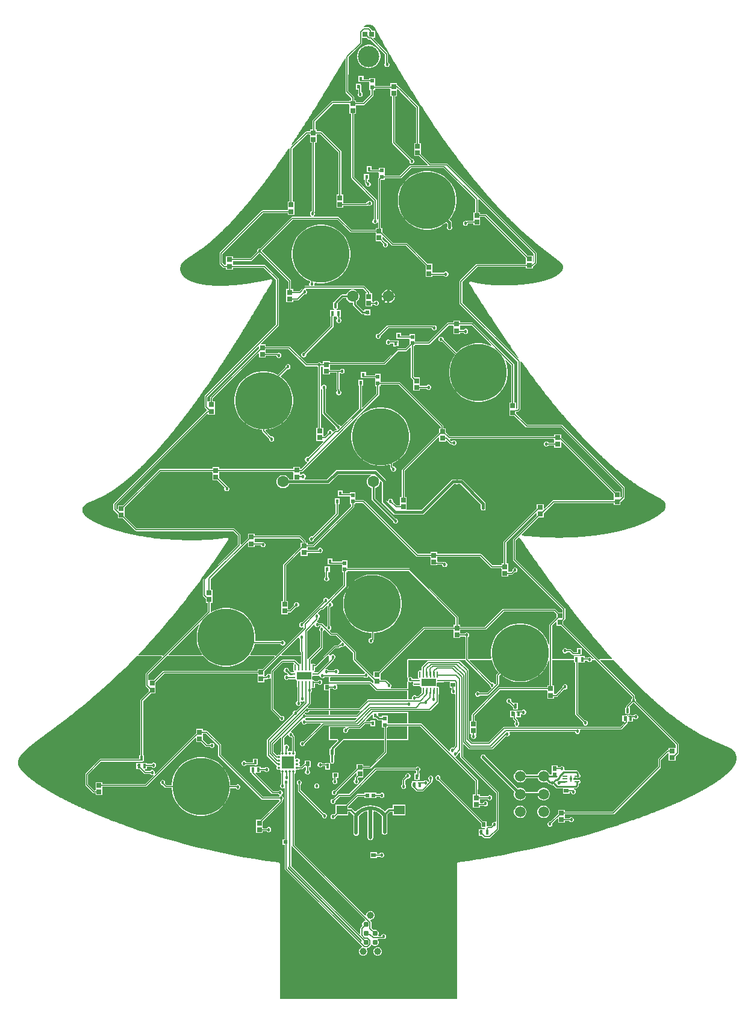
<source format=gbr>
%TF.GenerationSoftware,Altium Limited,Altium Designer,21.4.1 (30)*%
G04 Layer_Physical_Order=1*
G04 Layer_Color=255*
%FSLAX26Y26*%
%MOIN*%
%TF.SameCoordinates,C79CEFAC-E130-474B-83DD-F1A68A00FB65*%
%TF.FilePolarity,Positive*%
%TF.FileFunction,Copper,L1,Top,Signal*%
%TF.Part,Single*%
G01*
G75*
%TA.AperFunction,Conductor*%
%ADD10C,0.020000*%
%TA.AperFunction,SMDPad,CuDef*%
%ADD11R,0.021654X0.021654*%
%ADD12O,0.031496X0.007874*%
%ADD13R,0.010236X0.035433*%
%ADD14R,0.027559X0.025591*%
%ADD15R,0.017716X0.023622*%
%ADD16R,0.017716X0.025591*%
%ADD17O,0.009842X0.035433*%
%ADD18O,0.035433X0.009842*%
%ADD19R,0.078740X0.039370*%
%ADD20R,0.025591X0.027559*%
%ADD21R,0.061024X0.051181*%
%ADD22R,0.021654X0.021654*%
%ADD23R,0.024409X0.025984*%
%ADD24C,0.314961*%
%ADD25O,0.013780X0.019685*%
%ADD26O,0.019685X0.013780*%
%ADD27R,0.066929X0.066929*%
%ADD28R,0.025984X0.024409*%
%TA.AperFunction,BGAPad,CuDef*%
%ADD29C,0.031000*%
%TA.AperFunction,Conductor*%
%ADD30C,0.005000*%
%ADD31C,0.015000*%
%ADD32C,0.010000*%
%TA.AperFunction,ComponentPad*%
%ADD33C,0.062992*%
%ADD34C,0.039000*%
%ADD35C,0.059055*%
%ADD36C,0.118110*%
%TA.AperFunction,ViaPad*%
%ADD37C,0.018000*%
G36*
X148Y5405390D02*
X10173Y5401238D01*
X18782Y5394632D01*
X25388Y5386023D01*
X25691Y5385293D01*
X25767Y5385335D01*
X25776Y5385332D01*
X33731Y5370963D01*
X33736Y5370958D01*
X33738Y5370951D01*
X41667Y5356692D01*
X41672Y5356686D01*
X41674Y5356680D01*
X49578Y5342531D01*
X49583Y5342525D01*
X49585Y5342518D01*
X57463Y5328479D01*
X57467Y5328473D01*
X57470Y5328466D01*
X65321Y5314535D01*
X65326Y5314529D01*
X65329Y5314522D01*
X73154Y5300700D01*
X73159Y5300694D01*
X73161Y5300687D01*
X80961Y5286972D01*
X80966Y5286966D01*
X80968Y5286959D01*
X88742Y5273352D01*
X88747Y5273346D01*
X88749Y5273339D01*
X96496Y5259839D01*
X96501Y5259833D01*
X96504Y5259826D01*
X104225Y5246432D01*
X104230Y5246426D01*
X104232Y5246419D01*
X111927Y5233131D01*
X111932Y5233125D01*
X111934Y5233118D01*
X119603Y5219935D01*
X119608Y5219930D01*
X119610Y5219922D01*
X127252Y5206845D01*
X127257Y5206839D01*
X127260Y5206832D01*
X134875Y5193859D01*
X134880Y5193853D01*
X134883Y5193846D01*
X142472Y5180978D01*
X142477Y5180972D01*
X142479Y5180965D01*
X150042Y5168200D01*
X150047Y5168194D01*
X150049Y5168187D01*
X157585Y5155525D01*
X157590Y5155520D01*
X157593Y5155512D01*
X165102Y5142953D01*
X165107Y5142948D01*
X165110Y5142940D01*
X172592Y5130484D01*
X172597Y5130478D01*
X172600Y5130471D01*
X180055Y5118117D01*
X180061Y5118111D01*
X180064Y5118103D01*
X187492Y5105850D01*
X187497Y5105845D01*
X187500Y5105837D01*
X194902Y5093685D01*
X194907Y5093679D01*
X194910Y5093672D01*
X202284Y5081621D01*
X202290Y5081615D01*
X202293Y5081607D01*
X209640Y5069656D01*
X209646Y5069650D01*
X209649Y5069643D01*
X216969Y5057791D01*
X216975Y5057785D01*
X216977Y5057778D01*
X224271Y5046026D01*
X224276Y5046020D01*
X224279Y5046012D01*
X231545Y5034359D01*
X231551Y5034353D01*
X231554Y5034345D01*
X238793Y5022790D01*
X238799Y5022784D01*
X238802Y5022776D01*
X246013Y5011319D01*
X246019Y5011313D01*
X246022Y5011305D01*
X253206Y4999946D01*
X253212Y4999940D01*
X253215Y4999932D01*
X260371Y4988669D01*
X260377Y4988663D01*
X260380Y4988655D01*
X267510Y4977489D01*
X267515Y4977483D01*
X267518Y4977475D01*
X274620Y4966405D01*
X274626Y4966399D01*
X274629Y4966391D01*
X281703Y4955417D01*
X281709Y4955410D01*
X281712Y4955403D01*
X288759Y4944523D01*
X288765Y4944517D01*
X288768Y4944509D01*
X295786Y4933724D01*
X295793Y4933718D01*
X295796Y4933710D01*
X302787Y4923020D01*
X302793Y4923014D01*
X302796Y4923006D01*
X309759Y4912409D01*
X309765Y4912403D01*
X309769Y4912395D01*
X316704Y4901892D01*
X316710Y4901886D01*
X316713Y4901877D01*
X323621Y4891467D01*
X323627Y4891461D01*
X323630Y4891453D01*
X330510Y4881135D01*
X330516Y4881128D01*
X330519Y4881120D01*
X337370Y4870895D01*
X337377Y4870888D01*
X337380Y4870880D01*
X344203Y4860746D01*
X344210Y4860739D01*
X344213Y4860731D01*
X351008Y4850688D01*
X351014Y4850682D01*
X351018Y4850673D01*
X357785Y4840721D01*
X357791Y4840714D01*
X357795Y4840706D01*
X364533Y4830844D01*
X364540Y4830837D01*
X364543Y4830829D01*
X371254Y4821056D01*
X371260Y4821050D01*
X371264Y4821042D01*
X377945Y4811358D01*
X377952Y4811352D01*
X377956Y4811343D01*
X384609Y4801749D01*
X384616Y4801742D01*
X384619Y4801734D01*
X391244Y4792228D01*
X391251Y4792221D01*
X391255Y4792213D01*
X397851Y4782795D01*
X397858Y4782788D01*
X397861Y4782780D01*
X404429Y4773449D01*
X404436Y4773443D01*
X404440Y4773434D01*
X410979Y4764190D01*
X410986Y4764184D01*
X410989Y4764175D01*
X417500Y4755018D01*
X417507Y4755012D01*
X417510Y4755003D01*
X423992Y4745932D01*
X423999Y4745925D01*
X424003Y4745917D01*
X430456Y4736931D01*
X430463Y4736925D01*
X430466Y4736916D01*
X436891Y4728016D01*
X436897Y4728009D01*
X436901Y4728001D01*
X443296Y4719185D01*
X443303Y4719179D01*
X443307Y4719170D01*
X449674Y4710439D01*
X449680Y4710432D01*
X449685Y4710424D01*
X456022Y4701776D01*
X456029Y4701770D01*
X456033Y4701761D01*
X462341Y4693197D01*
X462348Y4693190D01*
X462352Y4693181D01*
X468630Y4684700D01*
X468638Y4684694D01*
X468642Y4684685D01*
X474891Y4676286D01*
X474899Y4676280D01*
X474903Y4676271D01*
X481123Y4667954D01*
X481130Y4667948D01*
X481134Y4667939D01*
X487325Y4659704D01*
X487333Y4659697D01*
X487337Y4659689D01*
X493498Y4651535D01*
X493506Y4651528D01*
X493510Y4651519D01*
X499642Y4643446D01*
X499649Y4643440D01*
X499654Y4643431D01*
X505757Y4635437D01*
X505764Y4635431D01*
X505768Y4635422D01*
X511841Y4627509D01*
X511849Y4627502D01*
X511853Y4627493D01*
X517897Y4619659D01*
X517904Y4619653D01*
X517909Y4619644D01*
X523923Y4611889D01*
X523930Y4611882D01*
X523934Y4611873D01*
X529919Y4604196D01*
X529926Y4604190D01*
X529931Y4604181D01*
X535885Y4596582D01*
X535893Y4596575D01*
X535897Y4596567D01*
X541822Y4589045D01*
X541830Y4589038D01*
X541834Y4589030D01*
X547729Y4581585D01*
X547736Y4581579D01*
X547741Y4581570D01*
X553606Y4574202D01*
X553614Y4574196D01*
X553618Y4574187D01*
X559453Y4566895D01*
X559461Y4566888D01*
X559465Y4566880D01*
X565270Y4559663D01*
X565278Y4559657D01*
X565283Y4559648D01*
X571057Y4552507D01*
X571065Y4552501D01*
X571070Y4552492D01*
X576814Y4545426D01*
X576822Y4545419D01*
X576827Y4545410D01*
X582541Y4538418D01*
X582549Y4538412D01*
X582554Y4538403D01*
X588238Y4531485D01*
X588246Y4531479D01*
X588251Y4531470D01*
X593905Y4524625D01*
X593913Y4524619D01*
X593917Y4524610D01*
X599541Y4517838D01*
X599549Y4517832D01*
X599554Y4517823D01*
X605147Y4511124D01*
X605155Y4511118D01*
X605159Y4511109D01*
X610722Y4504481D01*
X610730Y4504475D01*
X610735Y4504466D01*
X616267Y4497911D01*
X616275Y4497904D01*
X616280Y4497895D01*
X621781Y4491411D01*
X621789Y4491405D01*
X621795Y4491396D01*
X627265Y4484982D01*
X627273Y4484976D01*
X627279Y4484967D01*
X632718Y4478624D01*
X632727Y4478617D01*
X632732Y4478608D01*
X638141Y4472335D01*
X638149Y4472328D01*
X638154Y4472319D01*
X643533Y4466115D01*
X643541Y4466109D01*
X643546Y4466100D01*
X648894Y4459965D01*
X648902Y4459958D01*
X648907Y4459949D01*
X654224Y4453882D01*
X654232Y4453876D01*
X654237Y4453867D01*
X659523Y4447868D01*
X659531Y4447862D01*
X659537Y4447853D01*
X664791Y4441922D01*
X664799Y4441915D01*
X664805Y4441906D01*
X670028Y4436042D01*
X670037Y4436036D01*
X670042Y4436027D01*
X675234Y4430229D01*
X675242Y4430223D01*
X675248Y4430214D01*
X680409Y4424482D01*
X680418Y4424476D01*
X680423Y4424467D01*
X685553Y4418801D01*
X685561Y4418795D01*
X685567Y4418786D01*
X690665Y4413186D01*
X690673Y4413180D01*
X690679Y4413170D01*
X695746Y4407635D01*
X695755Y4407629D01*
X695760Y4407620D01*
X700796Y4402149D01*
X700805Y4402142D01*
X700810Y4402133D01*
X705814Y4396726D01*
X705823Y4396720D01*
X705828Y4396711D01*
X710801Y4391367D01*
X710810Y4391360D01*
X710815Y4391352D01*
X715756Y4386071D01*
X715765Y4386065D01*
X715771Y4386056D01*
X720680Y4380837D01*
X720689Y4380831D01*
X720694Y4380822D01*
X725572Y4375666D01*
X725581Y4375660D01*
X725586Y4375651D01*
X730432Y4370556D01*
X730442Y4370550D01*
X730449Y4370539D01*
X736461Y4364257D01*
X736472Y4364250D01*
X736479Y4364239D01*
X742442Y4358051D01*
X742453Y4358044D01*
X742460Y4358032D01*
X748373Y4351939D01*
X748384Y4351931D01*
X748391Y4351920D01*
X754254Y4345920D01*
X754265Y4345912D01*
X754272Y4345901D01*
X760085Y4339993D01*
X760096Y4339985D01*
X760103Y4339974D01*
X765866Y4334157D01*
X765877Y4334149D01*
X765884Y4334138D01*
X771596Y4328411D01*
X771607Y4328404D01*
X771614Y4328393D01*
X777276Y4322756D01*
X777287Y4322748D01*
X777294Y4322737D01*
X782905Y4317188D01*
X782916Y4317181D01*
X782924Y4317170D01*
X788484Y4311709D01*
X788495Y4311701D01*
X788502Y4311690D01*
X794012Y4306316D01*
X794023Y4306309D01*
X794030Y4306298D01*
X799489Y4301009D01*
X799500Y4301002D01*
X799507Y4300991D01*
X804915Y4295788D01*
X804927Y4295780D01*
X804935Y4295768D01*
X811356Y4289635D01*
X811370Y4289626D01*
X811379Y4289614D01*
X817726Y4283600D01*
X817740Y4283591D01*
X817749Y4283579D01*
X824022Y4277683D01*
X824035Y4277675D01*
X824044Y4277662D01*
X830244Y4271883D01*
X830258Y4271874D01*
X830268Y4271861D01*
X837406Y4265264D01*
X837422Y4265254D01*
X837432Y4265240D01*
X844469Y4258797D01*
X844485Y4258787D01*
X844497Y4258772D01*
X852414Y4251595D01*
X852431Y4251584D01*
X852443Y4251568D01*
X860227Y4244585D01*
X860246Y4244574D01*
X860260Y4244556D01*
X869801Y4236095D01*
X870444Y4235719D01*
X905672Y4204825D01*
X911030Y4200525D01*
X911137Y4200653D01*
X911164Y4200652D01*
X919517Y4193732D01*
X919533Y4193723D01*
X919544Y4193709D01*
X925264Y4189015D01*
X925275Y4189009D01*
X925282Y4189000D01*
X929303Y4185721D01*
X929311Y4185717D01*
X929318Y4185709D01*
X933284Y4182491D01*
X933292Y4182487D01*
X933297Y4182480D01*
X936431Y4179949D01*
X936438Y4179945D01*
X936443Y4179940D01*
X939542Y4177446D01*
X939548Y4177443D01*
X939552Y4177438D01*
X941854Y4175593D01*
X941859Y4175590D01*
X941862Y4175586D01*
X944145Y4173762D01*
X944149Y4173759D01*
X944153Y4173755D01*
X946415Y4171951D01*
X946420Y4171949D01*
X946423Y4171945D01*
X948666Y4170162D01*
X948670Y4170159D01*
X948673Y4170156D01*
X950157Y4168979D01*
X950160Y4168977D01*
X950162Y4168975D01*
X951638Y4167806D01*
X951640Y4167805D01*
X951643Y4167802D01*
X953110Y4166642D01*
X953112Y4166641D01*
X953114Y4166639D01*
X954573Y4165488D01*
X954576Y4165486D01*
X954578Y4165484D01*
X956027Y4164341D01*
X956030Y4164340D01*
X956031Y4164338D01*
X957472Y4163205D01*
X957475Y4163203D01*
X957477Y4163201D01*
X958909Y4162076D01*
X958911Y4162075D01*
X958913Y4162073D01*
X960337Y4160956D01*
X960339Y4160955D01*
X960341Y4160953D01*
X961755Y4159846D01*
X961758Y4159844D01*
X961760Y4159842D01*
X963165Y4158743D01*
X963168Y4158742D01*
X963169Y4158740D01*
X964566Y4157649D01*
X964568Y4157648D01*
X964569Y4157647D01*
X965264Y4157105D01*
X965265Y4157104D01*
X965266Y4157103D01*
X965959Y4156563D01*
X965960Y4156562D01*
X965961Y4156561D01*
X966652Y4156023D01*
X966653Y4156023D01*
X966653Y4156022D01*
X967342Y4155486D01*
X967343Y4155485D01*
X967344Y4155484D01*
X968031Y4154950D01*
X968032Y4154950D01*
X968032Y4154949D01*
X968716Y4154417D01*
X968717Y4154417D01*
X968718Y4154416D01*
X969400Y4153886D01*
X969401Y4153886D01*
X969401Y4153885D01*
X970081Y4153357D01*
X970082Y4153357D01*
X970083Y4153356D01*
X970761Y4152830D01*
X970762Y4152830D01*
X970762Y4152829D01*
X971437Y4152305D01*
X971438Y4152305D01*
X971440Y4152303D01*
X972113Y4151782D01*
X972114Y4151782D01*
X972114Y4151781D01*
X972785Y4151261D01*
X972786Y4151261D01*
X972787Y4151260D01*
X973455Y4150743D01*
X973456Y4150742D01*
X973457Y4150742D01*
X974123Y4150226D01*
X974124Y4150225D01*
X974125Y4150224D01*
X974789Y4149711D01*
X974790Y4149711D01*
X974790Y4149710D01*
X975452Y4149198D01*
X975453Y4149198D01*
X975454Y4149197D01*
X976114Y4148688D01*
X976114Y4148687D01*
X976115Y4148687D01*
X976773Y4148179D01*
X976774Y4148178D01*
X976775Y4148177D01*
X977430Y4147672D01*
X977430Y4147672D01*
X977431Y4147671D01*
X978084Y4147168D01*
X978085Y4147167D01*
X978086Y4147166D01*
X978737Y4146664D01*
X978737Y4146664D01*
X978738Y4146663D01*
X979387Y4146164D01*
X979388Y4146163D01*
X979388Y4146163D01*
X980679Y4145169D01*
X980681Y4145168D01*
X980682Y4145167D01*
X981964Y4144181D01*
X981965Y4144180D01*
X981965Y4144180D01*
X982602Y4143690D01*
X982604Y4143689D01*
X982604Y4143688D01*
X983240Y4143200D01*
X983240Y4143200D01*
X983241Y4143199D01*
X983874Y4142713D01*
X983874Y4142713D01*
X984505Y4142228D01*
X984506Y4142228D01*
X984507Y4142227D01*
X985135Y4141744D01*
X985136Y4141744D01*
X985136Y4141744D01*
X985763Y4141263D01*
X985763Y4141263D01*
X985763Y4141263D01*
X986387Y4140784D01*
X986388Y4140784D01*
X986389Y4140783D01*
X987011Y4140306D01*
X987011Y4140306D01*
X987012Y4140306D01*
X987631Y4139831D01*
X987631Y4139830D01*
X987632Y4139830D01*
X988249Y4139357D01*
X988250Y4139357D01*
X988250Y4139356D01*
X988865Y4138885D01*
X988866Y4138885D01*
X988867Y4138884D01*
X989480Y4138414D01*
X989480Y4138414D01*
X990091Y4137947D01*
X990091Y4137946D01*
X990092Y4137946D01*
X991306Y4137016D01*
X991307Y4137016D01*
X991308Y4137015D01*
X991912Y4136553D01*
X991912Y4136553D01*
X991913Y4136552D01*
X993114Y4135634D01*
X993114Y4135633D01*
X993115Y4135633D01*
X994307Y4134721D01*
X994308Y4134721D01*
X994308Y4134720D01*
X994901Y4134267D01*
X994901Y4134267D01*
X995491Y4133816D01*
X995491Y4133816D01*
X996080Y4133366D01*
X996080Y4133366D01*
X997251Y4132471D01*
X997251Y4132471D01*
X997832Y4132027D01*
X997832Y4132027D01*
X997833Y4132026D01*
X998411Y4131584D01*
X998988Y4131143D01*
X998989Y4131143D01*
X998989Y4131143D01*
X999564Y4130703D01*
X999564Y4130703D01*
X1001274Y4129396D01*
X1002964Y4128105D01*
X1004079Y4127252D01*
X1005186Y4126406D01*
X1006826Y4125150D01*
X1007909Y4124321D01*
X1008982Y4123499D01*
X1010046Y4122683D01*
X1010576Y4122276D01*
X1010576Y4122276D01*
X1011102Y4121873D01*
X1012148Y4121069D01*
X1012664Y4120672D01*
X1012664Y4120672D01*
X1013183Y4120274D01*
X1013183Y4120273D01*
X1014208Y4119484D01*
X1014719Y4119090D01*
X1014720Y4119090D01*
X1015227Y4118699D01*
X1016236Y4117921D01*
X1016736Y4117534D01*
X1017232Y4117151D01*
X1017727Y4116768D01*
X1018221Y4116386D01*
X1018714Y4116004D01*
X1019200Y4115627D01*
X1019687Y4115249D01*
X1020173Y4114871D01*
X1020173Y4114871D01*
X1020651Y4114500D01*
X1021130Y4114127D01*
X1021130Y4114127D01*
X1021608Y4113755D01*
X1022082Y4113386D01*
X1022553Y4113018D01*
X1022553Y4113017D01*
X1023026Y4112648D01*
X1023027Y4112648D01*
X1023495Y4112282D01*
X1023495Y4112282D01*
X1023956Y4111921D01*
X1024418Y4111559D01*
X1024418Y4111558D01*
X1024882Y4111195D01*
X1025336Y4110837D01*
X1025795Y4110476D01*
X1026244Y4110123D01*
X1026695Y4109767D01*
X1027147Y4109410D01*
X1027588Y4109061D01*
X1028036Y4108707D01*
X1028473Y4108361D01*
X1028916Y4108009D01*
X1029352Y4107661D01*
X1029782Y4107319D01*
X1030218Y4106971D01*
X1030642Y4106632D01*
X1031073Y4106287D01*
X1031492Y4105952D01*
X1031918Y4105609D01*
X1032333Y4105275D01*
X1032333Y4105275D01*
X1032756Y4104934D01*
X1033165Y4104604D01*
X1033576Y4104271D01*
X1033992Y4103934D01*
X1034393Y4103609D01*
X1034798Y4103279D01*
X1035200Y4102951D01*
X1035200Y4102951D01*
X1035606Y4102619D01*
X1035997Y4102299D01*
X1036393Y4101974D01*
X1036792Y4101646D01*
X1037175Y4101329D01*
X1037570Y4101003D01*
X1037955Y4100684D01*
X1038330Y4100373D01*
X1038718Y4100050D01*
X1039097Y4099734D01*
X1039464Y4099427D01*
X1039844Y4099108D01*
X1040215Y4098796D01*
X1040576Y4098492D01*
X1040947Y4098178D01*
X1041304Y4097875D01*
X1041673Y4097561D01*
X1041673Y4097561D01*
X1042031Y4097256D01*
X1042378Y4096959D01*
X1042740Y4096648D01*
X1043091Y4096347D01*
X1043440Y4096045D01*
X1043776Y4095754D01*
X1043776Y4095754D01*
X1044129Y4095448D01*
X1044460Y4095159D01*
X1044798Y4094863D01*
X1045133Y4094569D01*
X1045476Y4094267D01*
X1045808Y4093974D01*
X1046133Y4093686D01*
X1046463Y4093392D01*
X1046774Y4093114D01*
X1047106Y4092816D01*
X1047422Y4092531D01*
X1047729Y4092254D01*
X1048054Y4091959D01*
X1048352Y4091687D01*
X1048672Y4091395D01*
X1048979Y4091113D01*
X1049282Y4090833D01*
X1049571Y4090565D01*
X1049881Y4090277D01*
X1050173Y4090003D01*
X1050456Y4089738D01*
X1050759Y4089452D01*
X1050759Y4089452D01*
X1051033Y4089192D01*
X1051332Y4088907D01*
X1051332Y4088907D01*
X1051601Y4088650D01*
X1051894Y4088368D01*
X1052163Y4088107D01*
X1052448Y4087830D01*
X1052715Y4087569D01*
X1052987Y4087302D01*
X1053244Y4087049D01*
X1053524Y4086771D01*
X1053787Y4086507D01*
X1054035Y4086259D01*
X1054296Y4085995D01*
X1054546Y4085741D01*
X1054799Y4085482D01*
X1055054Y4085220D01*
X1055295Y4084971D01*
X1055538Y4084718D01*
X1055784Y4084461D01*
X1056026Y4084205D01*
X1056263Y4083953D01*
X1056484Y4083717D01*
X1056485Y4083716D01*
X1056730Y4083452D01*
X1056950Y4083214D01*
X1057185Y4082958D01*
X1057399Y4082722D01*
X1057627Y4082471D01*
X1057841Y4082231D01*
X1058054Y4081992D01*
X1058269Y4081749D01*
X1058489Y4081498D01*
X1058690Y4081266D01*
X1058903Y4081020D01*
X1059087Y4080805D01*
X1059292Y4080563D01*
X1059491Y4080326D01*
X1059699Y4080078D01*
X1059882Y4079855D01*
X1060076Y4079619D01*
X1060265Y4079386D01*
X1060446Y4079161D01*
X1060619Y4078944D01*
X1060803Y4078712D01*
X1060974Y4078493D01*
X1061151Y4078265D01*
X1061328Y4078035D01*
X1061500Y4077807D01*
X1061654Y4077602D01*
X1061823Y4077375D01*
X1061990Y4077147D01*
X1062146Y4076934D01*
X1062309Y4076706D01*
X1062452Y4076505D01*
X1062612Y4076277D01*
X1062749Y4076080D01*
X1062902Y4075858D01*
X1063040Y4075653D01*
X1063180Y4075444D01*
X1063324Y4075226D01*
X1063452Y4075030D01*
X1063597Y4074806D01*
X1063725Y4074604D01*
X1063849Y4074405D01*
X1063976Y4074199D01*
X1064099Y4073999D01*
X1064218Y4073800D01*
X1064335Y4073601D01*
X1064456Y4073395D01*
X1064565Y4073203D01*
X1064673Y4073013D01*
X1064784Y4072812D01*
X1064894Y4072612D01*
X1064992Y4072429D01*
X1065095Y4072234D01*
X1065195Y4072041D01*
X1065291Y4071851D01*
X1065382Y4071670D01*
X1066219Y4068805D01*
X1066541Y4067648D01*
X1066690Y4067068D01*
X1066754Y4066789D01*
X1066831Y4066016D01*
X1066902Y4064808D01*
X1066904Y4064758D01*
X1066921Y4064249D01*
X1066925Y4064058D01*
X1066928Y4063678D01*
X1066925Y4063358D01*
X1066923Y4063225D01*
X1066906Y4062684D01*
X1066880Y4062048D01*
X1066758Y4060472D01*
X1065996Y4056854D01*
X1065172Y4054300D01*
X1064715Y4053129D01*
X1064395Y4052355D01*
X1063454Y4050081D01*
X1063044Y4049109D01*
X1062270Y4047403D01*
X1061613Y4046046D01*
X1060124Y4043203D01*
X1059961Y4042944D01*
X1059616Y4042411D01*
X1059266Y4041882D01*
X1058909Y4041354D01*
X1058542Y4040824D01*
X1058167Y4040294D01*
X1057786Y4039768D01*
X1057396Y4039239D01*
X1057002Y4038718D01*
X1056598Y4038193D01*
X1056186Y4037670D01*
X1055772Y4037153D01*
X1055347Y4036633D01*
X1054916Y4036116D01*
X1054471Y4035593D01*
X1054027Y4035080D01*
X1053571Y4034564D01*
X1053112Y4034053D01*
X1052640Y4033537D01*
X1052166Y4033028D01*
X1051691Y4032528D01*
X1051194Y4032013D01*
X1050696Y4031506D01*
X1050196Y4031006D01*
X1049682Y4030499D01*
X1049171Y4030004D01*
X1048646Y4029504D01*
X1048110Y4029001D01*
X1047571Y4028504D01*
X1047014Y4027998D01*
X1046465Y4027508D01*
X1045899Y4027010D01*
X1045351Y4026535D01*
X1044773Y4026042D01*
X1044181Y4025545D01*
X1043601Y4025064D01*
X1042997Y4024572D01*
X1042410Y4024100D01*
X1041783Y4023602D01*
X1041174Y4023127D01*
X1040561Y4022654D01*
X1039925Y4022172D01*
X1039292Y4021698D01*
X1038653Y4021226D01*
X1037991Y4020744D01*
X1037346Y4020280D01*
X1036683Y4019811D01*
X1036007Y4019338D01*
X1035344Y4018881D01*
X1034643Y4018404D01*
X1033968Y4017950D01*
X1033271Y4017488D01*
X1032564Y4017025D01*
X1031866Y4016574D01*
X1031150Y4016117D01*
X1030428Y4015662D01*
X1029717Y4015220D01*
X1028968Y4014760D01*
X1028228Y4014311D01*
X1027478Y4013861D01*
X1026744Y4013427D01*
X1025976Y4012977D01*
X1025211Y4012535D01*
X1024435Y4012093D01*
X1023669Y4011661D01*
X1022872Y4011217D01*
X1022100Y4010791D01*
X1021295Y4010354D01*
X1020503Y4009927D01*
X1019698Y4009499D01*
X1018876Y4009068D01*
X1018058Y4008642D01*
X1017243Y4008224D01*
X1016400Y4007796D01*
X1015579Y4007384D01*
X1014734Y4006965D01*
X1013872Y4006541D01*
X1013048Y4006142D01*
X1012163Y4005717D01*
X1011328Y4005321D01*
X1010446Y4004907D01*
X1009568Y4004499D01*
X1008694Y4004098D01*
X1007805Y4003695D01*
X1006905Y4003291D01*
X1006019Y4002896D01*
X1005121Y4002502D01*
X1004198Y4002101D01*
X1003298Y4001713D01*
X1002362Y4001315D01*
X1001466Y4000938D01*
X1000519Y4000544D01*
X999582Y4000157D01*
X998655Y3999779D01*
X997721Y3999402D01*
X996748Y3999014D01*
X995818Y3998646D01*
X994844Y3998265D01*
X993870Y3997888D01*
X992927Y3997527D01*
X992927D01*
X991940Y3997153D01*
X990959Y3996785D01*
X989975Y3996419D01*
X988987Y3996056D01*
X988008Y3995700D01*
X987000Y3995337D01*
X985985Y3994975D01*
X985001Y3994628D01*
X983966Y3994266D01*
X982948Y3993914D01*
X981950Y3993573D01*
X980908Y3993220D01*
X979890Y3992878D01*
X978848Y3992532D01*
X977818Y3992194D01*
X976765Y3991851D01*
X975707Y3991510D01*
X974665Y3991178D01*
X973607Y3990844D01*
X972553Y3990514D01*
X971491Y3990185D01*
X970417Y3989856D01*
X969346Y3989531D01*
X968262Y3989206D01*
X967166Y3988880D01*
X966099Y3988565D01*
X965001Y3988245D01*
X963904Y3987928D01*
X962804Y3987614D01*
X961711Y3987305D01*
X960605Y3986995D01*
X959476Y3986681D01*
X958380Y3986380D01*
X957262Y3986076D01*
X956121Y3985769D01*
X955013Y3985473D01*
X953883Y3985175D01*
X952732Y3984874D01*
X951595Y3984580D01*
X950471Y3984292D01*
X950471D01*
X949320Y3983999D01*
X948170Y3983711D01*
X947024Y3983425D01*
X945854Y3983137D01*
X944712Y3982859D01*
X943533Y3982574D01*
X942369Y3982296D01*
X941212Y3982022D01*
X940045Y3981749D01*
X938255Y3981334D01*
X938255Y3981334D01*
X936507Y3980936D01*
X934702Y3980530D01*
X932932Y3980139D01*
X931144Y3979749D01*
X929341Y3979362D01*
X927514Y3978976D01*
X925717Y3978602D01*
X923872Y3978224D01*
X922065Y3977859D01*
X920207Y3977490D01*
X918388Y3977133D01*
X916532Y3976776D01*
X914663Y3976421D01*
X912823Y3976077D01*
X910941Y3975731D01*
X909065Y3975392D01*
X907205Y3975060D01*
X905300Y3974726D01*
X903430Y3974403D01*
X901525Y3974080D01*
X899634Y3973764D01*
X897708Y3973448D01*
X895803Y3973140D01*
X893900Y3972837D01*
X891960Y3972534D01*
X890044Y3972240D01*
X888121Y3971949D01*
X886167Y3971658D01*
X884244Y3971377D01*
X882282Y3971095D01*
X879703Y3970733D01*
X877080Y3970372D01*
X874468Y3970022D01*
X871842Y3969678D01*
X869214Y3969342D01*
X866596Y3969015D01*
X863931Y3968691D01*
X861298Y3968379D01*
X858653Y3968074D01*
X855987Y3967774D01*
X853308Y3967481D01*
X853307Y3967480D01*
X850650Y3967197D01*
X847294Y3966851D01*
X843963Y3966519D01*
X840585Y3966194D01*
X837235Y3965884D01*
X833864Y3965584D01*
X829800Y3965238D01*
X825774Y3964911D01*
X821695Y3964596D01*
X817627Y3964299D01*
X812882Y3963973D01*
X807433Y3963626D01*
X801331Y3963270D01*
X794526Y3962915D01*
X786617Y3962557D01*
X786351Y3962801D01*
X786351Y3962801D01*
X786351Y3962801D01*
X748488Y3961738D01*
X748488Y3961739D01*
Y3961738D01*
X748381Y3961631D01*
X736456Y3961614D01*
X728487Y3961676D01*
X722578Y3961760D01*
X717311Y3961863D01*
X712745Y3961973D01*
X708192Y3962103D01*
X704328Y3962229D01*
X700472Y3962369D01*
X697275Y3962497D01*
X694085Y3962635D01*
X690904Y3962782D01*
X687740Y3962939D01*
X685249Y3963070D01*
X682724Y3963210D01*
X680237Y3963354D01*
X677753Y3963504D01*
X675295Y3963660D01*
X672821Y3963823D01*
X670363Y3963992D01*
X667942Y3964165D01*
X666120Y3964300D01*
X664291Y3964439D01*
X662483Y3964581D01*
X660699Y3964724D01*
X658889Y3964873D01*
X657114Y3965024D01*
X655330Y3965179D01*
X653551Y3965337D01*
X651799Y3965497D01*
X650047Y3965661D01*
X648281Y3965830D01*
X646557Y3966000D01*
X644806Y3966175D01*
X643099Y3966351D01*
X641382Y3966532D01*
X639654Y3966717D01*
X637972Y3966902D01*
X636262Y3967094D01*
X634596Y3967285D01*
X632902Y3967484D01*
X631793Y3967616D01*
X630686Y3967751D01*
X629594Y3967884D01*
X628482Y3968023D01*
X627385Y3968161D01*
X627384D01*
X626306Y3968299D01*
X625214Y3968441D01*
X624120Y3968584D01*
X623049Y3968727D01*
X621965Y3968874D01*
X621964D01*
X620908Y3969018D01*
X620907Y3969018D01*
X619832Y3969167D01*
X618763Y3969317D01*
X617719Y3969466D01*
X617719Y3969466D01*
X616664Y3969618D01*
X615615Y3969771D01*
X615615Y3969771D01*
X614555Y3969928D01*
X613528Y3970081D01*
X612488Y3970239D01*
X611459Y3970398D01*
X611459Y3970398D01*
X610416Y3970560D01*
X610416D01*
X609409Y3970719D01*
X609408Y3970719D01*
X608375Y3970884D01*
X608375D01*
X607363Y3971048D01*
X606361Y3971212D01*
X605362Y3971377D01*
X604354Y3971547D01*
X603350Y3971717D01*
X602376Y3971885D01*
X602376Y3971885D01*
X601374Y3972060D01*
X600405Y3972231D01*
X599433Y3972405D01*
X598457Y3972581D01*
X597496Y3972757D01*
X596531Y3972936D01*
X595562Y3973118D01*
X594612Y3973299D01*
X593678Y3973478D01*
X592724Y3973664D01*
X591793Y3973848D01*
X590873Y3974032D01*
X589931Y3974222D01*
X589023Y3974408D01*
X588114Y3974596D01*
X587186Y3974791D01*
X586293Y3974981D01*
X585402Y3975172D01*
X584499Y3975369D01*
X583611Y3975564D01*
X582720Y3975763D01*
X581859Y3975957D01*
X580969Y3976161D01*
X580117Y3976358D01*
X579242Y3976563D01*
X578408Y3976761D01*
X578408Y3976761D01*
X577538Y3976970D01*
X576708Y3977172D01*
X575877Y3977377D01*
X575024Y3977590D01*
X575024D01*
X574220Y3977793D01*
X573387Y3978006D01*
X572563Y3978219D01*
X571776Y3978425D01*
X570968Y3978640D01*
X570563Y3978749D01*
X570161Y3978857D01*
X569777Y3978961D01*
X569370Y3979073D01*
X568989Y3979178D01*
X568585Y3979289D01*
X568195Y3979398D01*
X567820Y3979503D01*
X567433Y3979612D01*
X567433Y3979612D01*
X567035Y3979725D01*
X566663Y3979832D01*
X566268Y3979945D01*
X565902Y3980051D01*
X565902Y3980051D01*
X565523Y3980162D01*
X565143Y3980273D01*
X564754Y3980388D01*
X564394Y3980495D01*
X564394Y3980495D01*
X564008Y3980611D01*
X564008D01*
X563646Y3980720D01*
X563280Y3980831D01*
X562898Y3980947D01*
X562544Y3981056D01*
X562182Y3981168D01*
X561805Y3981285D01*
X561454Y3981395D01*
X561097Y3981508D01*
X560726Y3981626D01*
X560374Y3981739D01*
X560019Y3981853D01*
X559664Y3981968D01*
X559320Y3982080D01*
X558965Y3982197D01*
X558609Y3982314D01*
X558262Y3982430D01*
X558262D01*
X557914Y3982546D01*
X557914D01*
X557588Y3982657D01*
X557587Y3982657D01*
X557239Y3982775D01*
X556544Y3983014D01*
X556146Y3983068D01*
X555781Y3983233D01*
X554680Y3983266D01*
X553587Y3983414D01*
X553199Y3983312D01*
X552799Y3983324D01*
X551769Y3982934D01*
X550702Y3982653D01*
X550383Y3982410D01*
X550009Y3982268D01*
X549205Y3981512D01*
X548329Y3980845D01*
X548127Y3980498D01*
X547835Y3980224D01*
X547382Y3979219D01*
X546827Y3978266D01*
X546774Y3977869D01*
X546609Y3977504D01*
X546575Y3976402D01*
X546427Y3975309D01*
X546530Y3974922D01*
X546517Y3974521D01*
X546908Y3973491D01*
X547189Y3972425D01*
X547432Y3972106D01*
X547574Y3971731D01*
X555101Y3959681D01*
X555104Y3959677D01*
X555106Y3959671D01*
X562605Y3947705D01*
X562609Y3947701D01*
X562611Y3947695D01*
X570081Y3935813D01*
X570085Y3935809D01*
X570087Y3935804D01*
X577529Y3924005D01*
X577533Y3924001D01*
X577535Y3923995D01*
X584949Y3912280D01*
X584953Y3912276D01*
X584955Y3912270D01*
X592341Y3900637D01*
X592345Y3900633D01*
X592347Y3900628D01*
X599704Y3889078D01*
X599708Y3889073D01*
X599711Y3889068D01*
X607040Y3877601D01*
X607044Y3877596D01*
X607046Y3877591D01*
X614347Y3866205D01*
X614351Y3866201D01*
X614354Y3866195D01*
X621627Y3854892D01*
X621631Y3854887D01*
X621633Y3854882D01*
X628878Y3843659D01*
X628882Y3843655D01*
X628884Y3843649D01*
X636101Y3832508D01*
X636106Y3832503D01*
X636108Y3832498D01*
X643297Y3821437D01*
X643301Y3821433D01*
X643303Y3821427D01*
X650464Y3810447D01*
X650469Y3810442D01*
X650471Y3810437D01*
X657604Y3799537D01*
X657608Y3799532D01*
X657610Y3799527D01*
X664715Y3788706D01*
X664720Y3788702D01*
X664722Y3788696D01*
X671799Y3777956D01*
X671804Y3777951D01*
X671806Y3777945D01*
X678855Y3767284D01*
X678859Y3767280D01*
X678862Y3767274D01*
X685883Y3756691D01*
X685888Y3756687D01*
X685890Y3756681D01*
X692884Y3746177D01*
X692888Y3746173D01*
X692890Y3746167D01*
X699856Y3735741D01*
X699861Y3735736D01*
X699863Y3735731D01*
X706801Y3725383D01*
X706805Y3725378D01*
X706808Y3725372D01*
X713718Y3715102D01*
X713722Y3715098D01*
X713725Y3715092D01*
X720607Y3704899D01*
X720612Y3704895D01*
X720614Y3704889D01*
X727469Y3694773D01*
X727473Y3694768D01*
X727476Y3694762D01*
X734303Y3684723D01*
X734307Y3684719D01*
X734310Y3684713D01*
X741109Y3674750D01*
X741114Y3674746D01*
X741116Y3674740D01*
X747888Y3664853D01*
X747893Y3664849D01*
X747895Y3664842D01*
X754639Y3655032D01*
X754644Y3655027D01*
X754646Y3655021D01*
X761363Y3645286D01*
X761367Y3645281D01*
X761370Y3645275D01*
X768059Y3635615D01*
X768063Y3635610D01*
X768066Y3635604D01*
X774727Y3626019D01*
X774732Y3626014D01*
X774735Y3626008D01*
X781368Y3616498D01*
X781373Y3616493D01*
X781376Y3616487D01*
X787982Y3607050D01*
X787987Y3607046D01*
X787990Y3607039D01*
X794568Y3597677D01*
X794573Y3597672D01*
X794576Y3597666D01*
X801127Y3588377D01*
X801132Y3588372D01*
X801135Y3588366D01*
X807659Y3579150D01*
X807663Y3579146D01*
X807666Y3579139D01*
X814163Y3569997D01*
X814168Y3569992D01*
X814170Y3569986D01*
X820639Y3560916D01*
X820525Y3560360D01*
X815086Y3558728D01*
X508647Y3865168D01*
Y3980832D01*
X592168Y4064353D01*
X861221D01*
Y4054205D01*
X898779D01*
Y4064707D01*
X899926Y4064935D01*
X902407Y4066593D01*
X917407Y4081593D01*
X919065Y4084074D01*
X919647Y4087000D01*
Y4139000D01*
X919065Y4141926D01*
X917407Y4144407D01*
X917407Y4144407D01*
X427407Y4634407D01*
X424926Y4636065D01*
X422000Y4636647D01*
X333419D01*
X279779Y4690287D01*
Y4713094D01*
X279780D01*
Y4714906D01*
X279779D01*
Y4750496D01*
X268647D01*
Y4950000D01*
X268647Y4950000D01*
X268065Y4952926D01*
X266407Y4955407D01*
X266407Y4955408D01*
X173750Y5048065D01*
X173750Y5048065D01*
X152714Y5069101D01*
X150233Y5070758D01*
X147780Y5071246D01*
Y5081496D01*
X110221D01*
Y5066930D01*
X24827D01*
Y5073890D01*
X24827Y5075110D01*
Y5078890D01*
X24827Y5080110D01*
Y5110543D01*
X11283D01*
X10926Y5110781D01*
X8000Y5111364D01*
X5074Y5110781D01*
X4717Y5110543D01*
X-6827D01*
Y5103238D01*
X-38252D01*
Y5121260D01*
X-65969D01*
Y5087638D01*
X-38252D01*
Y5087944D01*
X-6827D01*
Y5080110D01*
X-6827Y5078890D01*
Y5075110D01*
X-6827Y5073890D01*
Y5043457D01*
X1353D01*
Y5018167D01*
X-41467Y4975348D01*
X-79221D01*
Y4985496D01*
X-90353D01*
Y5003000D01*
X-90935Y5005926D01*
X-92593Y5008407D01*
X-122353Y5038167D01*
Y5129448D01*
X-121935Y5130074D01*
X-121353Y5133000D01*
Y5225833D01*
X-49593Y5297593D01*
X-47935Y5300074D01*
X-47353Y5303000D01*
Y5333221D01*
X-20145D01*
X-19853Y5333163D01*
X-19659Y5332187D01*
X-18002Y5329707D01*
X-13608Y5325313D01*
X-11127Y5323656D01*
X-8201Y5323074D01*
X-888D01*
X81353Y5240833D01*
Y5194152D01*
X80131Y5192930D01*
X78000Y5187785D01*
Y5182215D01*
X80131Y5177070D01*
X84070Y5173131D01*
X89215Y5171000D01*
X94785D01*
X99930Y5173131D01*
X103869Y5177070D01*
X106000Y5182215D01*
Y5187785D01*
X103869Y5192930D01*
X99930Y5196869D01*
X96647Y5198229D01*
Y5243999D01*
X96647Y5244000D01*
X96065Y5246926D01*
X94407Y5249407D01*
X15213Y5328601D01*
X17127Y5333221D01*
X25496D01*
Y5370779D01*
X8989D01*
Y5372658D01*
X8407Y5375584D01*
X6750Y5378065D01*
X-4522Y5389336D01*
X-7003Y5390994D01*
X-9929Y5391576D01*
X-35773D01*
X-37560Y5395405D01*
X-37688Y5396409D01*
X-31395Y5401238D01*
X-21369Y5405390D01*
X-10611Y5406807D01*
X148Y5405390D01*
D02*
G37*
G36*
X-136647Y5217422D02*
Y5135552D01*
X-137065Y5134926D01*
X-137647Y5132000D01*
Y5035000D01*
X-137065Y5032074D01*
X-135407Y5029593D01*
X-105647Y4999833D01*
Y4985496D01*
X-116779D01*
Y4981706D01*
X-211594D01*
X-211594Y4981706D01*
X-214520Y4981124D01*
X-217001Y4979466D01*
X-317734Y4878734D01*
X-319391Y4876253D01*
X-319974Y4873327D01*
Y4824496D01*
X-334779D01*
Y4814348D01*
X-354299D01*
X-357226Y4813766D01*
X-359706Y4812108D01*
X-433011Y4738803D01*
X-439989Y4738897D01*
X-440066Y4738977D01*
X-434836Y4746706D01*
X-434834Y4746712D01*
X-434829Y4746716D01*
X-429573Y4754512D01*
X-429571Y4754517D01*
X-429567Y4754522D01*
X-424284Y4762384D01*
X-424281Y4762390D01*
X-424277Y4762394D01*
X-418968Y4770324D01*
X-418965Y4770329D01*
X-418961Y4770334D01*
X-413625Y4778330D01*
X-413623Y4778336D01*
X-413618Y4778340D01*
X-408255Y4786405D01*
X-408253Y4786410D01*
X-408249Y4786415D01*
X-402859Y4794547D01*
X-402857Y4794553D01*
X-402852Y4794557D01*
X-397436Y4802758D01*
X-397434Y4802764D01*
X-397429Y4802768D01*
X-391986Y4811038D01*
X-391983Y4811043D01*
X-391979Y4811047D01*
X-386509Y4819386D01*
X-386507Y4819391D01*
X-386502Y4819396D01*
X-381005Y4827803D01*
X-381002Y4827809D01*
X-380998Y4827813D01*
X-375474Y4836291D01*
X-375471Y4836296D01*
X-375467Y4836301D01*
X-369915Y4844848D01*
X-369913Y4844853D01*
X-369909Y4844858D01*
X-364330Y4853475D01*
X-364328Y4853481D01*
X-364324Y4853485D01*
X-358717Y4862173D01*
X-358715Y4862178D01*
X-358711Y4862182D01*
X-353077Y4870942D01*
X-353075Y4870947D01*
X-353071Y4870951D01*
X-347410Y4879782D01*
X-347408Y4879787D01*
X-347404Y4879791D01*
X-341716Y4888693D01*
X-341714Y4888698D01*
X-341710Y4888702D01*
X-335994Y4897676D01*
X-335992Y4897681D01*
X-335988Y4897685D01*
X-330244Y4906731D01*
X-330242Y4906736D01*
X-330238Y4906740D01*
X-324467Y4915858D01*
X-324465Y4915864D01*
X-324462Y4915868D01*
X-318663Y4925059D01*
X-318661Y4925064D01*
X-318657Y4925068D01*
X-312830Y4934332D01*
X-312829Y4934337D01*
X-312825Y4934341D01*
X-306971Y4943678D01*
X-306969Y4943684D01*
X-306965Y4943688D01*
X-301083Y4953099D01*
X-301081Y4953104D01*
X-301077Y4953108D01*
X-295168Y4962593D01*
X-295166Y4962598D01*
X-295162Y4962602D01*
X-289224Y4972162D01*
X-289222Y4972167D01*
X-289219Y4972170D01*
X-283253Y4981805D01*
X-283251Y4981810D01*
X-283247Y4981813D01*
X-277254Y4991523D01*
X-277252Y4991528D01*
X-277248Y4991531D01*
X-271226Y5001316D01*
X-271225Y5001321D01*
X-271221Y5001325D01*
X-265171Y5011185D01*
X-265169Y5011190D01*
X-265166Y5011193D01*
X-259088Y5021129D01*
X-259086Y5021134D01*
X-259082Y5021138D01*
X-252976Y5031150D01*
X-252975Y5031155D01*
X-252971Y5031159D01*
X-246837Y5041247D01*
X-246835Y5041252D01*
X-246831Y5041256D01*
X-240668Y5051422D01*
X-240667Y5051426D01*
X-240663Y5051430D01*
X-234472Y5061673D01*
X-234470Y5061678D01*
X-234467Y5061681D01*
X-228247Y5072001D01*
X-228246Y5072006D01*
X-228242Y5072010D01*
X-221994Y5082408D01*
X-221992Y5082413D01*
X-221989Y5082416D01*
X-215712Y5092892D01*
X-215711Y5092897D01*
X-215707Y5092901D01*
X-209402Y5103455D01*
X-209400Y5103460D01*
X-209397Y5103463D01*
X-203063Y5114096D01*
X-203061Y5114101D01*
X-203058Y5114105D01*
X-196696Y5124817D01*
X-196694Y5124822D01*
X-196691Y5124825D01*
X-190299Y5135617D01*
X-190298Y5135621D01*
X-190295Y5135625D01*
X-183875Y5146496D01*
X-183873Y5146501D01*
X-183870Y5146504D01*
X-177421Y5157456D01*
X-177419Y5157460D01*
X-177416Y5157464D01*
X-170938Y5168495D01*
X-170936Y5168500D01*
X-170933Y5168503D01*
X-164427Y5179615D01*
X-164425Y5179620D01*
X-164422Y5179623D01*
X-157886Y5190816D01*
X-157884Y5190821D01*
X-157881Y5190824D01*
X-151316Y5202099D01*
X-151315Y5202103D01*
X-151312Y5202107D01*
X-144718Y5213462D01*
X-144716Y5213467D01*
X-144713Y5213470D01*
X-141647Y5218765D01*
X-136647Y5217422D01*
D02*
G37*
G36*
X110220Y5048101D02*
Y5045905D01*
X110221Y5040905D01*
Y5008504D01*
X121353D01*
Y4751000D01*
X121935Y4748074D01*
X123593Y4745593D01*
X215703Y4653483D01*
X215000Y4651785D01*
Y4646215D01*
X217131Y4641070D01*
X221070Y4637131D01*
X226215Y4635000D01*
X231785D01*
X236930Y4637131D01*
X240869Y4641070D01*
X243000Y4646215D01*
Y4651785D01*
X240869Y4656930D01*
X236930Y4660869D01*
X231785Y4663000D01*
X227814D01*
X136647Y4754167D01*
Y5008504D01*
X147780D01*
Y5040905D01*
X147780Y5045905D01*
X152376Y5047809D01*
X162935Y5037250D01*
X162936Y5037250D01*
X253353Y4946833D01*
Y4750496D01*
X242220D01*
Y4714906D01*
X242220D01*
Y4713094D01*
X242220D01*
Y4677504D01*
X270934D01*
X317171Y4631266D01*
X315258Y4626647D01*
X222000D01*
X219074Y4626065D01*
X216593Y4624407D01*
X162116Y4569930D01*
X78827D01*
Y4576890D01*
X78827Y4578110D01*
Y4581890D01*
X78827Y4583110D01*
Y4613543D01*
X47173D01*
Y4603238D01*
X7968D01*
Y4621260D01*
X-19748D01*
Y4587638D01*
X7968D01*
Y4587944D01*
X43638D01*
X47045Y4584536D01*
X47173Y4582944D01*
X47173Y4578110D01*
X47173Y4576890D01*
Y4557271D01*
X44545Y4554643D01*
X42888Y4552163D01*
X42306Y4549236D01*
Y4327993D01*
X37306Y4325797D01*
X35647Y4327322D01*
Y4433000D01*
X35065Y4435926D01*
X33407Y4438407D01*
X-90353Y4562167D01*
Y4912504D01*
X-79221D01*
Y4944905D01*
X-79220Y4948095D01*
X-79221Y4953095D01*
Y4960054D01*
X-38299D01*
X-35373Y4960636D01*
X-32892Y4962294D01*
X14407Y5009593D01*
X16065Y5012074D01*
X16647Y5015000D01*
X16647Y5015001D01*
Y5043457D01*
X24827D01*
Y5051636D01*
X106685D01*
X110220Y5048101D01*
D02*
G37*
G36*
X-116779Y4962877D02*
X-116780Y4949905D01*
X-116779Y4944905D01*
Y4912504D01*
X-105647D01*
Y4559000D01*
X-105065Y4556074D01*
X-103407Y4553593D01*
X20353Y4429833D01*
Y4329229D01*
X17070Y4327869D01*
X13131Y4323930D01*
X11000Y4318785D01*
Y4313215D01*
X13131Y4308070D01*
X17070Y4304131D01*
X22215Y4302000D01*
X27785D01*
X32930Y4304131D01*
X36869Y4308070D01*
X37306Y4309125D01*
X42306Y4308130D01*
Y4279795D01*
X28221D01*
Y4269647D01*
X-103488D01*
X-173248Y4339407D01*
X-175729Y4341065D01*
X-178656Y4341647D01*
X-313245D01*
X-314239Y4346647D01*
X-313070Y4347131D01*
X-309131Y4351070D01*
X-307000Y4356215D01*
Y4361785D01*
X-309131Y4366930D01*
X-310273Y4368072D01*
X-308935Y4370074D01*
X-308353Y4373000D01*
X-308353Y4373001D01*
Y4751504D01*
X-297221D01*
Y4783905D01*
X-297220Y4787095D01*
X-297221Y4792095D01*
Y4799054D01*
X-275868D01*
X-176647Y4699833D01*
Y4464496D01*
X-187780D01*
Y4432095D01*
X-187780Y4428905D01*
X-187780Y4423905D01*
Y4391504D01*
X-150220D01*
Y4401652D01*
X-23762D01*
X-20835Y4402234D01*
X-18355Y4403892D01*
X-12692Y4404370D01*
X-7546Y4402238D01*
X-1977D01*
X3169Y4404370D01*
X7107Y4408308D01*
X9238Y4413453D01*
Y4419023D01*
X7107Y4424169D01*
X3169Y4428107D01*
X-1977Y4430238D01*
X-7546D01*
X-12692Y4428107D01*
X-16630Y4424169D01*
X-17778Y4421398D01*
X-19310D01*
X-19310Y4421398D01*
X-22236Y4420816D01*
X-24717Y4419158D01*
X-24718Y4419158D01*
X-26929Y4416946D01*
X-146685D01*
X-150220Y4420482D01*
X-150220Y4427095D01*
X-150220Y4432095D01*
Y4464496D01*
X-161353D01*
Y4702999D01*
X-161353Y4703000D01*
X-161935Y4705926D01*
X-163593Y4708407D01*
X-267294Y4812108D01*
X-269774Y4813766D01*
X-272701Y4814348D01*
X-297221D01*
Y4824496D01*
X-304680D01*
Y4870159D01*
X-208427Y4966412D01*
X-120315D01*
X-116779Y4962877D01*
D02*
G37*
G36*
X-334779Y4795518D02*
X-334780Y4788905D01*
X-334779Y4783905D01*
Y4751504D01*
X-323647D01*
Y4376167D01*
X-323920Y4375895D01*
X-325577Y4373414D01*
X-325828Y4372154D01*
X-328930Y4370869D01*
X-332869Y4366930D01*
X-335000Y4361785D01*
Y4356215D01*
X-332869Y4351070D01*
X-328930Y4347131D01*
X-327761Y4346647D01*
X-328755Y4341647D01*
X-432000D01*
X-432000Y4341647D01*
X-434926Y4341065D01*
X-437407Y4339407D01*
X-437407Y4339407D01*
X-609932Y4166883D01*
X-610215Y4167000D01*
X-615785D01*
X-620930Y4164869D01*
X-624869Y4160930D01*
X-627000Y4155785D01*
Y4150215D01*
X-626883Y4149932D01*
X-664467Y4112348D01*
X-761221D01*
Y4122496D01*
X-798779D01*
Y4086906D01*
X-798780D01*
Y4085094D01*
X-798779D01*
Y4074946D01*
X-808132D01*
X-819353Y4086168D01*
Y4135833D01*
X-592234Y4362952D01*
X-457779D01*
Y4352803D01*
X-420221D01*
Y4388394D01*
X-420220D01*
Y4390205D01*
X-420221D01*
Y4425795D01*
X-431353D01*
Y4718833D01*
X-351132Y4799054D01*
X-338315D01*
X-334779Y4795518D01*
D02*
G37*
G36*
X-446647Y4720414D02*
Y4425795D01*
X-457779D01*
Y4390205D01*
X-457780D01*
Y4388394D01*
X-457779D01*
Y4378245D01*
X-595402D01*
X-598328Y4377663D01*
X-600809Y4376006D01*
X-832407Y4144407D01*
X-834065Y4141926D01*
X-834647Y4139000D01*
Y4083000D01*
X-834065Y4080074D01*
X-832407Y4077593D01*
X-816706Y4061892D01*
X-814226Y4060234D01*
X-811299Y4059652D01*
X-798779D01*
Y4049504D01*
X-761221D01*
Y4059652D01*
X-590467D01*
X-522647Y3991832D01*
Y3744167D01*
X-915407Y3351407D01*
X-917065Y3348926D01*
X-917647Y3346000D01*
Y3290646D01*
X-917065Y3287719D01*
X-915407Y3285238D01*
X-905340Y3275172D01*
X-906471Y3269231D01*
X-906809Y3269006D01*
X-1420336Y2755478D01*
X-1421994Y2752997D01*
X-1422576Y2750071D01*
Y2721575D01*
X-1421994Y2718648D01*
X-1420336Y2716168D01*
X-1397780Y2693611D01*
Y2670803D01*
X-1369066D01*
X-1300856Y2602593D01*
X-1300856Y2602593D01*
X-1298375Y2600935D01*
X-1295449Y2600353D01*
X-1295448Y2600353D01*
X-760168D01*
X-734647Y2574832D01*
Y2526167D01*
X-924407Y2336407D01*
X-926065Y2333926D01*
X-926647Y2331000D01*
Y2245646D01*
X-926065Y2242719D01*
X-924407Y2240238D01*
X-910779Y2226611D01*
Y2203803D01*
X-899647D01*
Y2156787D01*
X-1146609Y1909825D01*
X-1151640Y1911327D01*
X-1152635Y1911739D01*
X-1153396Y1912500D01*
X-1154473D01*
X-1155467Y1912912D01*
X-1282653D01*
X-1284611Y1917513D01*
X-1278782Y1923572D01*
X-1278767Y1923596D01*
X-1278744Y1923612D01*
X-1260547Y1942806D01*
X-1260533Y1942829D01*
X-1260511Y1942845D01*
X-1243835Y1960683D01*
X-1243822Y1960705D01*
X-1243801Y1960720D01*
X-1227001Y1978933D01*
X-1226988Y1978955D01*
X-1226967Y1978970D01*
X-1210046Y1997564D01*
X-1210033Y1997585D01*
X-1210013Y1997600D01*
X-1194683Y2014663D01*
X-1194671Y2014683D01*
X-1194652Y2014698D01*
X-1179228Y2032077D01*
X-1179216Y2032097D01*
X-1179197Y2032112D01*
X-1163681Y2049810D01*
X-1163670Y2049831D01*
X-1163651Y2049845D01*
X-1148045Y2067867D01*
X-1148034Y2067887D01*
X-1148016Y2067901D01*
X-1134071Y2084194D01*
X-1134061Y2084213D01*
X-1134044Y2084226D01*
X-1120031Y2100781D01*
X-1120021Y2100800D01*
X-1120004Y2100813D01*
X-1105924Y2117631D01*
X-1105914Y2117650D01*
X-1105898Y2117663D01*
X-1091753Y2134748D01*
X-1091743Y2134766D01*
X-1091726Y2134780D01*
X-1077518Y2152133D01*
X-1077508Y2152152D01*
X-1077492Y2152166D01*
X-1063221Y2169790D01*
X-1063211Y2169809D01*
X-1063195Y2169823D01*
X-1048864Y2187721D01*
X-1048854Y2187740D01*
X-1048838Y2187754D01*
X-1034447Y2205929D01*
X-1034438Y2205947D01*
X-1034423Y2205960D01*
X-1021784Y2222092D01*
X-1021775Y2222108D01*
X-1021761Y2222120D01*
X-1009079Y2238468D01*
X-1009071Y2238485D01*
X-1009057Y2238497D01*
X-996332Y2255062D01*
X-996323Y2255079D01*
X-996310Y2255091D01*
X-983543Y2271874D01*
X-983535Y2271891D01*
X-983521Y2271903D01*
X-970715Y2288908D01*
X-970707Y2288925D01*
X-970693Y2288937D01*
X-957847Y2306164D01*
X-957839Y2306181D01*
X-957825Y2306193D01*
X-944941Y2323644D01*
X-944933Y2323661D01*
X-944919Y2323673D01*
X-931997Y2341350D01*
X-931989Y2341367D01*
X-931976Y2341380D01*
X-919017Y2359284D01*
X-919009Y2359301D01*
X-918996Y2359314D01*
X-906001Y2377447D01*
X-905994Y2377464D01*
X-905980Y2377477D01*
X-892951Y2395842D01*
X-892944Y2395859D01*
X-892930Y2395871D01*
X-879868Y2414470D01*
X-879860Y2414486D01*
X-879847Y2414499D01*
X-866752Y2433332D01*
X-866745Y2433348D01*
X-866731Y2433361D01*
X-853604Y2452430D01*
X-853597Y2452447D01*
X-853584Y2452460D01*
X-840426Y2471767D01*
X-840418Y2471784D01*
X-840406Y2471796D01*
X-827218Y2491343D01*
X-827211Y2491360D01*
X-827198Y2491373D01*
X-813981Y2511162D01*
X-813974Y2511178D01*
X-813962Y2511191D01*
X-800717Y2531223D01*
X-800710Y2531240D01*
X-800697Y2531253D01*
X-787426Y2551530D01*
X-786958Y2552690D01*
X-786418Y2553815D01*
X-786404Y2554064D01*
X-786310Y2554297D01*
X-786322Y2555548D01*
X-786253Y2556794D01*
X-786336Y2557030D01*
X-786339Y2557280D01*
X-786828Y2558431D01*
X-787242Y2559609D01*
X-787409Y2559796D01*
X-787507Y2560026D01*
X-788399Y2560902D01*
X-789232Y2561832D01*
X-789457Y2561940D01*
X-789636Y2562116D01*
X-790796Y2562583D01*
X-791922Y2563124D01*
X-792171Y2563138D01*
X-792404Y2563231D01*
X-793654Y2563219D01*
X-794901Y2563288D01*
X-797016Y2562987D01*
X-809749Y2561249D01*
X-822450Y2559635D01*
X-835144Y2558142D01*
X-848887Y2556658D01*
X-862615Y2555311D01*
X-877372Y2554013D01*
X-892109Y2552869D01*
X-907842Y2551813D01*
X-924583Y2550876D01*
X-942319Y2550089D01*
X-962043Y2549461D01*
X-984769Y2549055D01*
X-1011321Y2549009D01*
X-1011432Y2549120D01*
X-1011433Y2549120D01*
X-1011433Y2549120D01*
X-1077393Y2550739D01*
X-1132791Y2554826D01*
X-1137749Y2555193D01*
X-1137750Y2555193D01*
X-1154092Y2556399D01*
X-1169260Y2558269D01*
Y2558270D01*
X-1169462Y2558108D01*
X-1189933Y2560467D01*
X-1206595Y2562594D01*
X-1220333Y2564489D01*
X-1232094Y2566214D01*
X-1242856Y2567878D01*
X-1252622Y2569457D01*
X-1261442Y2570943D01*
X-1270172Y2572469D01*
X-1277956Y2573877D01*
X-1285696Y2575322D01*
X-1292502Y2576629D01*
X-1299272Y2577966D01*
X-1305155Y2579156D01*
X-1310985Y2580362D01*
X-1316761Y2581584D01*
X-1322523Y2582830D01*
X-1327401Y2583906D01*
X-1332284Y2585003D01*
X-1337116Y2586108D01*
X-1341906Y2587223D01*
X-1346672Y2588353D01*
X-1351421Y2589498D01*
X-1355313Y2590452D01*
X-1359226Y2591424D01*
X-1363105Y2592402D01*
X-1366945Y2593384D01*
X-1370771Y2594376D01*
X-1374552Y2595370D01*
X-1378336Y2596379D01*
X-1382105Y2597398D01*
X-1385829Y2598419D01*
X-1388772Y2599235D01*
X-1391718Y2600061D01*
X-1394649Y2600892D01*
X-1397584Y2601733D01*
X-1400481Y2602572D01*
X-1403343Y2603410D01*
X-1406230Y2604265D01*
X-1409057Y2605110D01*
X-1411901Y2605970D01*
X-1414706Y2606827D01*
X-1417523Y2607697D01*
X-1420294Y2608561D01*
X-1423053Y2609432D01*
X-1425814Y2610312D01*
X-1428520Y2611183D01*
X-1431254Y2612073D01*
X-1433946Y2612959D01*
X-1435937Y2613620D01*
X-1437940Y2614290D01*
X-1439924Y2614959D01*
X-1441910Y2615634D01*
X-1443873Y2616306D01*
X-1445836Y2616984D01*
X-1447777Y2617660D01*
X-1449733Y2618346D01*
X-1451642Y2619021D01*
X-1453577Y2619711D01*
X-1455475Y2620393D01*
X-1457366Y2621077D01*
X-1459264Y2621770D01*
X-1461134Y2622458D01*
X-1463005Y2623152D01*
X-1464845Y2623839D01*
X-1466704Y2624540D01*
X-1468517Y2625228D01*
X-1470353Y2625931D01*
X-1472167Y2626631D01*
X-1473950Y2627325D01*
X-1475759Y2628034D01*
X-1477535Y2628736D01*
X-1479295Y2629438D01*
X-1481049Y2630142D01*
X-1482792Y2630849D01*
X-1484521Y2631555D01*
X-1486257Y2632269D01*
X-1487968Y2632979D01*
X-1489677Y2633695D01*
X-1491346Y2634399D01*
X-1493039Y2635119D01*
X-1494712Y2635837D01*
X-1496349Y2636545D01*
X-1496349Y2636546D01*
X-1497447Y2637024D01*
X-1498553Y2637509D01*
X-1499625Y2637981D01*
X-1499626Y2637981D01*
X-1500722Y2638467D01*
X-1501784Y2638940D01*
X-1502870Y2639427D01*
X-1503921Y2639900D01*
X-1504997Y2640388D01*
X-1506053Y2640869D01*
X-1507104Y2641351D01*
X-1508145Y2641831D01*
X-1509190Y2642316D01*
X-1510225Y2642798D01*
X-1511238Y2643274D01*
X-1512275Y2643763D01*
X-1513298Y2644249D01*
X-1514295Y2644725D01*
X-1515304Y2645210D01*
X-1516323Y2645702D01*
X-1517311Y2646182D01*
X-1518307Y2646669D01*
X-1519294Y2647155D01*
X-1520265Y2647635D01*
X-1521253Y2648127D01*
X-1522223Y2648613D01*
X-1523194Y2649102D01*
X-1524154Y2649589D01*
X-1525091Y2650067D01*
X-1526051Y2650560D01*
X-1526985Y2651042D01*
X-1527938Y2651538D01*
X-1528871Y2652026D01*
X-1529780Y2652504D01*
X-1530701Y2652992D01*
X-1531628Y2653486D01*
X-1532545Y2653977D01*
X-1533450Y2654466D01*
X-1534330Y2654945D01*
X-1535229Y2655436D01*
X-1536111Y2655921D01*
X-1536997Y2656412D01*
X-1537888Y2656909D01*
X-1538759Y2657398D01*
X-1539618Y2657884D01*
X-1540482Y2658376D01*
X-1541317Y2658854D01*
X-1542185Y2659354D01*
X-1543016Y2659837D01*
X-1543860Y2660331D01*
X-1544693Y2660821D01*
X-1545503Y2661301D01*
X-1546332Y2661796D01*
X-1547130Y2662276D01*
X-1547947Y2662771D01*
X-1548745Y2663258D01*
X-1549554Y2663755D01*
X-1549555Y2663755D01*
X-1550327Y2664233D01*
X-1551118Y2664726D01*
X-1551906Y2665220D01*
X-1552657Y2665695D01*
X-1553434Y2666190D01*
X-1554199Y2666681D01*
X-1554950Y2667167D01*
X-1555685Y2667646D01*
X-1556449Y2668148D01*
X-1557176Y2668629D01*
X-1557892Y2669107D01*
X-1558639Y2669609D01*
X-1559344Y2670087D01*
X-1560046Y2670566D01*
X-1560775Y2671068D01*
X-1561466Y2671548D01*
X-1562159Y2672033D01*
X-1562852Y2672521D01*
X-1563525Y2673000D01*
X-1564195Y2673481D01*
X-1564862Y2673964D01*
X-1565531Y2674452D01*
X-1566179Y2674929D01*
X-1566826Y2675409D01*
X-1567478Y2675897D01*
X-1568118Y2676381D01*
X-1568746Y2676860D01*
X-1569381Y2677349D01*
X-1569993Y2677824D01*
X-1570611Y2678308D01*
X-1571210Y2678782D01*
X-1571819Y2679269D01*
X-1572409Y2679744D01*
X-1573003Y2680228D01*
X-1573573Y2680696D01*
X-1574150Y2681175D01*
X-1574722Y2681655D01*
X-1575279Y2682126D01*
X-1575838Y2682604D01*
X-1576385Y2683077D01*
X-1576921Y2683545D01*
X-1577099Y2683702D01*
X-1580708Y2687163D01*
X-1580708Y2687163D01*
Y2687163D01*
X-1583844Y2690827D01*
X-1588102Y2696376D01*
X-1592255Y2706402D01*
X-1593671Y2717160D01*
X-1592255Y2727919D01*
X-1588102Y2737944D01*
X-1581496Y2746553D01*
X-1572887Y2753159D01*
X-1569462Y2754578D01*
X-1569461Y2754578D01*
X-1565036Y2756920D01*
X-1564718Y2757059D01*
X-1564428Y2757186D01*
X-1564148Y2757308D01*
X-1564148Y2757308D01*
X-1563855Y2757435D01*
X-1563854Y2757436D01*
X-1563568Y2757560D01*
X-1563278Y2757685D01*
X-1562987Y2757811D01*
X-1562702Y2757933D01*
X-1562702Y2757934D01*
X-1562403Y2758062D01*
X-1562115Y2758185D01*
X-1561521Y2758439D01*
X-1561222Y2758567D01*
X-1560921Y2758694D01*
X-1560621Y2758822D01*
X-1560313Y2758952D01*
X-1560009Y2759081D01*
X-1559707Y2759208D01*
X-1559402Y2759337D01*
X-1559095Y2759466D01*
X-1558475Y2759726D01*
X-1557849Y2759988D01*
X-1557216Y2760252D01*
X-1556896Y2760386D01*
X-1556261Y2760650D01*
X-1555937Y2760784D01*
X-1555291Y2761052D01*
X-1554968Y2761186D01*
X-1554642Y2761320D01*
X-1554642Y2761320D01*
X-1554312Y2761457D01*
X-1554312Y2761457D01*
X-1553985Y2761592D01*
X-1553323Y2761865D01*
X-1552988Y2762003D01*
X-1552988Y2762003D01*
X-1552987Y2762003D01*
X-1552651Y2762142D01*
X-1551980Y2762418D01*
X-1551979Y2762418D01*
X-1551303Y2762696D01*
X-1550961Y2762836D01*
X-1550961Y2762837D01*
X-1550960Y2762837D01*
X-1550618Y2762977D01*
X-1550618Y2762977D01*
X-1550273Y2763119D01*
X-1550273Y2763119D01*
X-1549931Y2763260D01*
X-1549584Y2763402D01*
X-1549583Y2763403D01*
X-1549582Y2763403D01*
X-1548885Y2763689D01*
X-1548885Y2763689D01*
X-1548535Y2763832D01*
X-1548535Y2763832D01*
X-1548534Y2763833D01*
X-1547832Y2764121D01*
X-1547831Y2764122D01*
X-1547829Y2764122D01*
X-1547120Y2764413D01*
X-1547120Y2764413D01*
X-1546405Y2764706D01*
X-1546405Y2764707D01*
X-1546404Y2764707D01*
X-1545684Y2765002D01*
X-1545684Y2765003D01*
X-1545683Y2765003D01*
X-1545322Y2765151D01*
X-1545321Y2765152D01*
X-1545321Y2765152D01*
X-1544958Y2765301D01*
X-1544957Y2765301D01*
X-1544957Y2765301D01*
X-1544593Y2765451D01*
X-1544592Y2765451D01*
X-1544592Y2765452D01*
X-1544226Y2765602D01*
X-1544225Y2765602D01*
X-1544224Y2765603D01*
X-1543859Y2765753D01*
X-1543491Y2765905D01*
X-1543489Y2765905D01*
X-1543488Y2765906D01*
X-1543119Y2766058D01*
X-1543118Y2766058D01*
X-1543117Y2766059D01*
X-1542375Y2766364D01*
X-1542374Y2766365D01*
X-1542373Y2766365D01*
X-1542000Y2766519D01*
X-1541999Y2766520D01*
X-1541998Y2766520D01*
X-1541624Y2766674D01*
X-1541624Y2766675D01*
X-1541623Y2766675D01*
X-1541248Y2766830D01*
X-1541247Y2766831D01*
X-1541245Y2766831D01*
X-1540869Y2766986D01*
X-1540868Y2766987D01*
X-1540866Y2766988D01*
X-1540489Y2767144D01*
X-1540488Y2767144D01*
X-1540487Y2767145D01*
X-1540108Y2767302D01*
X-1540108Y2767302D01*
X-1540107Y2767302D01*
X-1539727Y2767460D01*
X-1539725Y2767461D01*
X-1539724Y2767461D01*
X-1539342Y2767619D01*
X-1539341Y2767620D01*
X-1539340Y2767620D01*
X-1538958Y2767779D01*
X-1538957Y2767779D01*
X-1538956Y2767780D01*
X-1538572Y2767939D01*
X-1538570Y2767940D01*
X-1538568Y2767941D01*
X-1538183Y2768101D01*
X-1538181Y2768102D01*
X-1538180Y2768102D01*
X-1537794Y2768263D01*
X-1537793Y2768264D01*
X-1537791Y2768264D01*
X-1537403Y2768426D01*
X-1537403Y2768426D01*
X-1537403Y2768426D01*
X-1537014Y2768589D01*
X-1537011Y2768590D01*
X-1537008Y2768591D01*
X-1536226Y2768918D01*
X-1536224Y2768919D01*
X-1536222Y2768919D01*
X-1535829Y2769084D01*
X-1535828Y2769085D01*
X-1535826Y2769085D01*
X-1535432Y2769250D01*
X-1535431Y2769251D01*
X-1535429Y2769251D01*
X-1535034Y2769417D01*
X-1535033Y2769418D01*
X-1535032Y2769418D01*
X-1534635Y2769585D01*
X-1534633Y2769586D01*
X-1534631Y2769587D01*
X-1534233Y2769754D01*
X-1534232Y2769755D01*
X-1534229Y2769756D01*
X-1533830Y2769924D01*
X-1533829Y2769924D01*
X-1533829Y2769924D01*
X-1533429Y2770093D01*
X-1533426Y2770095D01*
X-1533423Y2770096D01*
X-1533021Y2770265D01*
X-1533020Y2770266D01*
X-1533019Y2770266D01*
X-1532616Y2770437D01*
X-1532614Y2770438D01*
X-1532612Y2770438D01*
X-1532208Y2770610D01*
X-1532207Y2770610D01*
X-1532206Y2770610D01*
X-1531801Y2770782D01*
X-1531798Y2770784D01*
X-1531795Y2770785D01*
X-1531388Y2770957D01*
X-1531387Y2770958D01*
X-1531386Y2770958D01*
X-1530978Y2771132D01*
X-1530976Y2771133D01*
X-1530974Y2771133D01*
X-1530565Y2771308D01*
X-1530563Y2771309D01*
X-1530562Y2771309D01*
X-1530151Y2771484D01*
X-1530148Y2771486D01*
X-1530145Y2771487D01*
X-1529734Y2771663D01*
X-1529733Y2771664D01*
X-1529731Y2771664D01*
X-1529318Y2771840D01*
X-1529316Y2771842D01*
X-1529313Y2771843D01*
X-1528899Y2772020D01*
X-1528897Y2772021D01*
X-1528896Y2772022D01*
X-1528480Y2772200D01*
X-1528478Y2772201D01*
X-1528476Y2772202D01*
X-1528059Y2772381D01*
X-1528056Y2772383D01*
X-1528054Y2772383D01*
X-1527636Y2772563D01*
X-1527633Y2772565D01*
X-1527630Y2772566D01*
X-1526790Y2772928D01*
X-1526786Y2772931D01*
X-1526781Y2772932D01*
X-1525935Y2773298D01*
X-1525931Y2773301D01*
X-1525927Y2773302D01*
X-1525076Y2773672D01*
X-1525072Y2773674D01*
X-1525067Y2773675D01*
X-1524212Y2774049D01*
X-1524207Y2774052D01*
X-1524202Y2774053D01*
X-1523341Y2774430D01*
X-1523337Y2774433D01*
X-1523331Y2774434D01*
X-1522465Y2774814D01*
X-1522462Y2774817D01*
X-1522457Y2774818D01*
X-1521585Y2775202D01*
X-1521581Y2775206D01*
X-1521575Y2775207D01*
X-1520699Y2775595D01*
X-1520694Y2775598D01*
X-1520689Y2775599D01*
X-1519807Y2775991D01*
X-1519803Y2775994D01*
X-1519797Y2775995D01*
X-1518910Y2776391D01*
X-1518905Y2776394D01*
X-1518899Y2776396D01*
X-1518007Y2776795D01*
X-1518002Y2776799D01*
X-1517995Y2776801D01*
X-1516647Y2777407D01*
X-1516640Y2777413D01*
X-1516631Y2777415D01*
X-1515271Y2778031D01*
X-1515264Y2778036D01*
X-1515255Y2778038D01*
X-1513883Y2778663D01*
X-1513876Y2778669D01*
X-1513866Y2778671D01*
X-1512483Y2779305D01*
X-1512474Y2779312D01*
X-1512463Y2779314D01*
X-1510600Y2780175D01*
X-1510590Y2780183D01*
X-1510577Y2780186D01*
X-1508693Y2781064D01*
X-1508681Y2781073D01*
X-1508666Y2781077D01*
X-1506281Y2782200D01*
X-1505824Y2782538D01*
X-1490569Y2789571D01*
X-1483514Y2793521D01*
X-1483525Y2793541D01*
X-1483507Y2793584D01*
X-1478592Y2796201D01*
X-1478566Y2796222D01*
X-1478535Y2796232D01*
X-1474635Y2798351D01*
X-1474614Y2798368D01*
X-1474589Y2798376D01*
X-1471191Y2800253D01*
X-1471172Y2800269D01*
X-1471148Y2800277D01*
X-1467699Y2802210D01*
X-1467682Y2802225D01*
X-1467660Y2802232D01*
X-1464748Y2803888D01*
X-1464732Y2803901D01*
X-1464712Y2803908D01*
X-1461764Y2805605D01*
X-1461748Y2805619D01*
X-1461729Y2805626D01*
X-1458745Y2807364D01*
X-1458729Y2807378D01*
X-1458709Y2807385D01*
X-1455690Y2809166D01*
X-1455676Y2809179D01*
X-1455658Y2809186D01*
X-1453218Y2810642D01*
X-1453205Y2810653D01*
X-1453189Y2810659D01*
X-1450725Y2812144D01*
X-1450713Y2812155D01*
X-1450697Y2812161D01*
X-1448210Y2813675D01*
X-1448197Y2813686D01*
X-1448181Y2813692D01*
X-1445671Y2815235D01*
X-1445659Y2815246D01*
X-1445643Y2815252D01*
X-1443110Y2816824D01*
X-1443098Y2816836D01*
X-1443082Y2816842D01*
X-1440525Y2818444D01*
X-1440513Y2818456D01*
X-1440497Y2818462D01*
X-1437917Y2820095D01*
X-1437905Y2820106D01*
X-1437889Y2820113D01*
X-1435286Y2821776D01*
X-1435274Y2821787D01*
X-1435258Y2821794D01*
X-1432632Y2823488D01*
X-1432619Y2823500D01*
X-1432603Y2823506D01*
X-1429954Y2825233D01*
X-1429941Y2825244D01*
X-1429926Y2825251D01*
X-1427253Y2827009D01*
X-1427242Y2827019D01*
X-1427228Y2827025D01*
X-1425208Y2828365D01*
X-1425199Y2828374D01*
X-1425187Y2828378D01*
X-1423153Y2829737D01*
X-1423144Y2829745D01*
X-1423132Y2829751D01*
X-1421085Y2831127D01*
X-1421076Y2831136D01*
X-1421065Y2831141D01*
X-1419004Y2832537D01*
X-1418995Y2832546D01*
X-1418983Y2832551D01*
X-1416909Y2833965D01*
X-1416900Y2833974D01*
X-1416889Y2833979D01*
X-1414801Y2835413D01*
X-1414792Y2835422D01*
X-1414781Y2835427D01*
X-1412680Y2836880D01*
X-1412671Y2836889D01*
X-1412660Y2836894D01*
X-1410545Y2838366D01*
X-1410537Y2838375D01*
X-1410525Y2838380D01*
X-1408397Y2839872D01*
X-1408389Y2839881D01*
X-1408377Y2839886D01*
X-1406236Y2841398D01*
X-1406227Y2841407D01*
X-1406216Y2841412D01*
X-1404061Y2842944D01*
X-1404052Y2842953D01*
X-1404041Y2842958D01*
X-1401872Y2844510D01*
X-1401863Y2844519D01*
X-1401852Y2844525D01*
X-1399670Y2846097D01*
X-1399661Y2846106D01*
X-1399650Y2846111D01*
X-1397454Y2847704D01*
X-1397446Y2847713D01*
X-1397435Y2847718D01*
X-1395225Y2849331D01*
X-1395217Y2849340D01*
X-1395206Y2849346D01*
X-1392982Y2850980D01*
X-1392974Y2850989D01*
X-1392963Y2850994D01*
X-1390726Y2852650D01*
X-1390717Y2852659D01*
X-1390706Y2852664D01*
X-1388455Y2854341D01*
X-1388447Y2854349D01*
X-1388436Y2854355D01*
X-1386171Y2856053D01*
X-1386163Y2856062D01*
X-1386152Y2856067D01*
X-1383874Y2857786D01*
X-1383866Y2857796D01*
X-1383855Y2857801D01*
X-1381562Y2859542D01*
X-1381554Y2859551D01*
X-1381543Y2859556D01*
X-1379237Y2861319D01*
X-1379229Y2861329D01*
X-1379218Y2861334D01*
X-1376898Y2863119D01*
X-1376890Y2863128D01*
X-1376880Y2863133D01*
X-1374545Y2864941D01*
X-1374537Y2864950D01*
X-1374527Y2864955D01*
X-1372178Y2866785D01*
X-1372170Y2866794D01*
X-1372160Y2866799D01*
X-1369798Y2868652D01*
X-1369790Y2868660D01*
X-1369780Y2868666D01*
X-1367403Y2870541D01*
X-1367396Y2870550D01*
X-1367385Y2870555D01*
X-1364995Y2872453D01*
X-1364987Y2872462D01*
X-1364977Y2872468D01*
X-1362572Y2874389D01*
X-1362565Y2874398D01*
X-1362554Y2874403D01*
X-1360136Y2876348D01*
X-1360128Y2876357D01*
X-1360118Y2876362D01*
X-1357685Y2878330D01*
X-1357678Y2878339D01*
X-1357668Y2878345D01*
X-1355221Y2880336D01*
X-1355213Y2880345D01*
X-1355203Y2880350D01*
X-1352742Y2882366D01*
X-1352734Y2882375D01*
X-1352724Y2882380D01*
X-1350249Y2884420D01*
X-1350242Y2884428D01*
X-1350232Y2884434D01*
X-1347742Y2886497D01*
X-1347735Y2886506D01*
X-1347725Y2886512D01*
X-1345221Y2888599D01*
X-1345214Y2888608D01*
X-1345204Y2888614D01*
X-1342686Y2890726D01*
X-1342678Y2890735D01*
X-1342669Y2890740D01*
X-1340136Y2892877D01*
X-1340129Y2892886D01*
X-1340119Y2892892D01*
X-1337572Y2895053D01*
X-1337565Y2895062D01*
X-1337555Y2895068D01*
X-1334994Y2897255D01*
X-1334987Y2897263D01*
X-1334977Y2897269D01*
X-1332402Y2899481D01*
X-1332395Y2899490D01*
X-1332385Y2899495D01*
X-1329795Y2901733D01*
X-1329788Y2901742D01*
X-1329778Y2901747D01*
X-1327174Y2904010D01*
X-1327167Y2904018D01*
X-1327157Y2904024D01*
X-1324538Y2906313D01*
X-1324531Y2906321D01*
X-1324522Y2906327D01*
X-1321888Y2908641D01*
X-1321881Y2908650D01*
X-1321872Y2908655D01*
X-1319223Y2910996D01*
X-1319217Y2911005D01*
X-1319207Y2911010D01*
X-1316544Y2913377D01*
X-1316538Y2913386D01*
X-1316528Y2913391D01*
X-1313851Y2915785D01*
X-1313844Y2915793D01*
X-1313835Y2915799D01*
X-1311143Y2918218D01*
X-1311136Y2918227D01*
X-1311127Y2918233D01*
X-1308420Y2920679D01*
X-1308414Y2920688D01*
X-1308404Y2920693D01*
X-1305683Y2923167D01*
X-1305676Y2923175D01*
X-1305667Y2923181D01*
X-1302931Y2925682D01*
X-1302924Y2925690D01*
X-1302915Y2925695D01*
X-1300164Y2928223D01*
X-1300158Y2928232D01*
X-1300149Y2928237D01*
X-1297383Y2930793D01*
X-1297377Y2930801D01*
X-1297368Y2930807D01*
X-1294587Y2933390D01*
X-1294581Y2933398D01*
X-1294572Y2933404D01*
X-1291776Y2936015D01*
X-1291770Y2936023D01*
X-1291761Y2936028D01*
X-1288950Y2938667D01*
X-1288944Y2938676D01*
X-1288936Y2938681D01*
X-1286110Y2941348D01*
X-1286104Y2941356D01*
X-1286095Y2941362D01*
X-1283255Y2944057D01*
X-1283249Y2944065D01*
X-1283240Y2944071D01*
X-1280385Y2946794D01*
X-1280379Y2946803D01*
X-1280370Y2946808D01*
X-1277500Y2949561D01*
X-1277494Y2949569D01*
X-1277485Y2949575D01*
X-1274600Y2952356D01*
X-1274594Y2952364D01*
X-1274585Y2952369D01*
X-1271685Y2955180D01*
X-1271679Y2955188D01*
X-1271671Y2955193D01*
X-1268755Y2958033D01*
X-1268749Y2958041D01*
X-1268741Y2958046D01*
X-1265810Y2960915D01*
X-1265804Y2960923D01*
X-1265796Y2960929D01*
X-1262850Y2963827D01*
X-1262844Y2963835D01*
X-1262836Y2963841D01*
X-1259875Y2966769D01*
X-1259869Y2966777D01*
X-1259861Y2966782D01*
X-1256885Y2969740D01*
X-1256879Y2969749D01*
X-1256871Y2969754D01*
X-1253879Y2972742D01*
X-1253874Y2972750D01*
X-1253866Y2972756D01*
X-1250859Y2975774D01*
X-1250853Y2975782D01*
X-1250846Y2975787D01*
X-1247823Y2978836D01*
X-1247818Y2978844D01*
X-1247810Y2978849D01*
X-1244773Y2981928D01*
X-1244767Y2981936D01*
X-1244759Y2981942D01*
X-1241706Y2985052D01*
X-1241701Y2985060D01*
X-1241693Y2985065D01*
X-1238625Y2988206D01*
X-1238620Y2988214D01*
X-1238612Y2988219D01*
X-1235528Y2991392D01*
X-1235523Y2991399D01*
X-1235515Y2991405D01*
X-1232416Y2994608D01*
X-1232411Y2994616D01*
X-1232403Y2994621D01*
X-1229289Y2997856D01*
X-1229284Y2997864D01*
X-1229276Y2997869D01*
X-1226146Y3001136D01*
X-1226141Y3001143D01*
X-1226133Y3001149D01*
X-1222987Y3004447D01*
X-1222983Y3004454D01*
X-1222975Y3004460D01*
X-1219814Y3007790D01*
X-1219809Y3007798D01*
X-1219802Y3007803D01*
X-1216624Y3011165D01*
X-1216620Y3011173D01*
X-1216612Y3011178D01*
X-1213420Y3014573D01*
X-1213415Y3014581D01*
X-1213408Y3014586D01*
X-1210199Y3018013D01*
X-1210195Y3018021D01*
X-1210188Y3018026D01*
X-1206964Y3021486D01*
X-1206959Y3021494D01*
X-1206951Y3021499D01*
X-1203712Y3024991D01*
X-1203707Y3024999D01*
X-1203700Y3025004D01*
X-1200445Y3028530D01*
X-1200440Y3028537D01*
X-1200433Y3028543D01*
X-1197162Y3032102D01*
X-1197158Y3032109D01*
X-1197150Y3032114D01*
X-1193864Y3035706D01*
X-1193859Y3035714D01*
X-1193852Y3035719D01*
X-1190549Y3039345D01*
X-1190545Y3039352D01*
X-1190538Y3039358D01*
X-1187219Y3043017D01*
X-1187215Y3043024D01*
X-1187208Y3043030D01*
X-1183874Y3046723D01*
X-1183869Y3046731D01*
X-1183862Y3046736D01*
X-1180512Y3050463D01*
X-1180508Y3050470D01*
X-1180501Y3050476D01*
X-1177135Y3054237D01*
X-1177131Y3054244D01*
X-1177124Y3054250D01*
X-1173741Y3058046D01*
X-1173737Y3058053D01*
X-1173730Y3058058D01*
X-1170332Y3061889D01*
X-1170328Y3061896D01*
X-1170321Y3061901D01*
X-1166907Y3065767D01*
X-1166903Y3065774D01*
X-1166896Y3065779D01*
X-1163466Y3069679D01*
X-1163462Y3069686D01*
X-1163455Y3069692D01*
X-1160009Y3073627D01*
X-1160005Y3073634D01*
X-1159998Y3073639D01*
X-1156536Y3077610D01*
X-1156532Y3077617D01*
X-1156525Y3077622D01*
X-1153047Y3081628D01*
X-1153043Y3081636D01*
X-1153036Y3081641D01*
X-1149542Y3085682D01*
X-1149538Y3085689D01*
X-1149531Y3085694D01*
X-1146020Y3089772D01*
X-1146016Y3089779D01*
X-1146010Y3089784D01*
X-1142483Y3093898D01*
X-1142479Y3093905D01*
X-1142473Y3093910D01*
X-1138929Y3098059D01*
X-1138925Y3098066D01*
X-1138919Y3098071D01*
X-1135359Y3102258D01*
X-1135356Y3102264D01*
X-1135349Y3102269D01*
X-1131773Y3106492D01*
X-1131770Y3106499D01*
X-1131763Y3106504D01*
X-1128171Y3110763D01*
X-1128167Y3110770D01*
X-1128161Y3110775D01*
X-1124553Y3115071D01*
X-1124549Y3115078D01*
X-1124543Y3115082D01*
X-1120918Y3119416D01*
X-1120914Y3119423D01*
X-1120908Y3119427D01*
X-1117266Y3123798D01*
X-1117263Y3123804D01*
X-1117257Y3123809D01*
X-1113599Y3128217D01*
X-1113595Y3128224D01*
X-1113589Y3128229D01*
X-1109915Y3132674D01*
X-1109911Y3132680D01*
X-1109905Y3132685D01*
X-1106214Y3137168D01*
X-1106211Y3137175D01*
X-1106205Y3137180D01*
X-1102497Y3141701D01*
X-1102494Y3141707D01*
X-1102488Y3141712D01*
X-1098764Y3146271D01*
X-1098760Y3146278D01*
X-1098755Y3146282D01*
X-1095014Y3150879D01*
X-1095011Y3150886D01*
X-1095005Y3150891D01*
X-1091247Y3155526D01*
X-1091244Y3155533D01*
X-1091238Y3155538D01*
X-1087465Y3160212D01*
X-1087461Y3160218D01*
X-1087456Y3160223D01*
X-1083665Y3164936D01*
X-1083661Y3164942D01*
X-1083656Y3164947D01*
X-1079849Y3169699D01*
X-1079845Y3169705D01*
X-1079840Y3169710D01*
X-1076016Y3174501D01*
X-1076012Y3174507D01*
X-1076007Y3174512D01*
X-1072166Y3179342D01*
X-1072163Y3179349D01*
X-1072157Y3179353D01*
X-1068300Y3184223D01*
X-1068296Y3184229D01*
X-1068291Y3184234D01*
X-1064416Y3189143D01*
X-1064413Y3189150D01*
X-1064408Y3189154D01*
X-1060516Y3194103D01*
X-1060513Y3194110D01*
X-1060508Y3194114D01*
X-1056600Y3199103D01*
X-1056597Y3199109D01*
X-1056591Y3199114D01*
X-1052666Y3204143D01*
X-1052663Y3204149D01*
X-1052658Y3204154D01*
X-1048716Y3209224D01*
X-1048713Y3209230D01*
X-1048707Y3209234D01*
X-1044748Y3214344D01*
X-1044745Y3214351D01*
X-1044740Y3214355D01*
X-1040764Y3219506D01*
X-1040761Y3219512D01*
X-1040756Y3219517D01*
X-1036763Y3224708D01*
X-1036760Y3224714D01*
X-1036755Y3224719D01*
X-1032745Y3229951D01*
X-1032742Y3229957D01*
X-1032737Y3229962D01*
X-1028709Y3235236D01*
X-1028706Y3235242D01*
X-1028701Y3235246D01*
X-1024657Y3240561D01*
X-1024654Y3240567D01*
X-1024649Y3240572D01*
X-1020588Y3245928D01*
X-1020585Y3245934D01*
X-1020580Y3245939D01*
X-1016501Y3251337D01*
X-1016498Y3251343D01*
X-1016494Y3251347D01*
X-1012398Y3256788D01*
X-1012395Y3256794D01*
X-1012390Y3256798D01*
X-1008277Y3262280D01*
X-1008274Y3262286D01*
X-1008269Y3262291D01*
X-1004139Y3267815D01*
X-1004136Y3267821D01*
X-1004131Y3267825D01*
X-999984Y3273393D01*
X-999981Y3273398D01*
X-999976Y3273403D01*
X-995811Y3279012D01*
X-995808Y3279018D01*
X-995804Y3279022D01*
X-991621Y3284675D01*
X-991619Y3284680D01*
X-991614Y3284685D01*
X-987414Y3290380D01*
X-987412Y3290386D01*
X-987407Y3290390D01*
X-983190Y3296129D01*
X-983187Y3296134D01*
X-983183Y3296139D01*
X-978948Y3301920D01*
X-978946Y3301926D01*
X-978941Y3301930D01*
X-974689Y3307755D01*
X-974687Y3307761D01*
X-974682Y3307765D01*
X-970412Y3313634D01*
X-970410Y3313640D01*
X-970405Y3313644D01*
X-966119Y3319556D01*
X-966116Y3319562D01*
X-966111Y3319566D01*
X-961807Y3325523D01*
X-961804Y3325528D01*
X-961800Y3325532D01*
X-957478Y3331533D01*
X-957476Y3331538D01*
X-957471Y3331543D01*
X-953131Y3337588D01*
X-953129Y3337593D01*
X-953124Y3337597D01*
X-948767Y3343687D01*
X-948764Y3343692D01*
X-948760Y3343696D01*
X-944385Y3349831D01*
X-944383Y3349836D01*
X-944379Y3349840D01*
X-939986Y3356019D01*
X-939983Y3356025D01*
X-939979Y3356029D01*
X-935569Y3362253D01*
X-935566Y3362258D01*
X-935562Y3362262D01*
X-931134Y3368531D01*
X-931132Y3368537D01*
X-931127Y3368541D01*
X-926682Y3374855D01*
X-926679Y3374861D01*
X-926675Y3374865D01*
X-922211Y3381225D01*
X-922209Y3381230D01*
X-922205Y3381234D01*
X-917723Y3387640D01*
X-917721Y3387646D01*
X-917717Y3387649D01*
X-913217Y3394101D01*
X-913215Y3394106D01*
X-913211Y3394110D01*
X-908694Y3400608D01*
X-908692Y3400613D01*
X-908687Y3400617D01*
X-904152Y3407161D01*
X-904150Y3407167D01*
X-904146Y3407171D01*
X-899593Y3413761D01*
X-899590Y3413767D01*
X-899587Y3413770D01*
X-895015Y3420407D01*
X-895013Y3420412D01*
X-895009Y3420416D01*
X-890420Y3427100D01*
X-890418Y3427105D01*
X-890414Y3427109D01*
X-885807Y3433840D01*
X-885805Y3433845D01*
X-885801Y3433849D01*
X-881176Y3440626D01*
X-881173Y3440631D01*
X-881169Y3440635D01*
X-876526Y3447461D01*
X-876524Y3447466D01*
X-876520Y3447470D01*
X-871859Y3454342D01*
X-871857Y3454347D01*
X-871853Y3454351D01*
X-867173Y3461271D01*
X-867171Y3461276D01*
X-867167Y3461280D01*
X-862470Y3468248D01*
X-862467Y3468253D01*
X-862464Y3468257D01*
X-857748Y3475273D01*
X-857745Y3475278D01*
X-857742Y3475281D01*
X-853008Y3482345D01*
X-853006Y3482351D01*
X-853002Y3482354D01*
X-848250Y3489467D01*
X-848248Y3489472D01*
X-848244Y3489475D01*
X-843473Y3496636D01*
X-843471Y3496641D01*
X-843467Y3496645D01*
X-838678Y3503854D01*
X-838676Y3503859D01*
X-838673Y3503863D01*
X-833865Y3511121D01*
X-833863Y3511126D01*
X-833860Y3511130D01*
X-829034Y3518437D01*
X-829032Y3518442D01*
X-829028Y3518446D01*
X-824184Y3525803D01*
X-824182Y3525807D01*
X-824179Y3525811D01*
X-819316Y3533217D01*
X-819314Y3533222D01*
X-819310Y3533225D01*
X-814429Y3540681D01*
X-814428Y3540686D01*
X-814424Y3540689D01*
X-809524Y3548195D01*
X-809523Y3548199D01*
X-809519Y3548203D01*
X-804601Y3555758D01*
X-804599Y3555763D01*
X-804596Y3555766D01*
X-799659Y3563372D01*
X-799657Y3563376D01*
X-799654Y3563380D01*
X-794698Y3571035D01*
X-794696Y3571040D01*
X-794693Y3571044D01*
X-789719Y3578749D01*
X-789717Y3578754D01*
X-789714Y3578758D01*
X-784721Y3586514D01*
X-784720Y3586519D01*
X-784716Y3586522D01*
X-779705Y3594329D01*
X-779703Y3594334D01*
X-779700Y3594337D01*
X-774670Y3602195D01*
X-774668Y3602200D01*
X-774665Y3602204D01*
X-769617Y3610113D01*
X-769615Y3610117D01*
X-769611Y3610121D01*
X-764544Y3618081D01*
X-764543Y3618086D01*
X-764539Y3618089D01*
X-759453Y3626101D01*
X-759451Y3626106D01*
X-759448Y3626109D01*
X-754343Y3634173D01*
X-754341Y3634177D01*
X-754338Y3634181D01*
X-749215Y3642296D01*
X-749213Y3642300D01*
X-749210Y3642304D01*
X-744067Y3650471D01*
X-744065Y3650476D01*
X-744062Y3650479D01*
X-738900Y3658699D01*
X-738899Y3658703D01*
X-738896Y3658706D01*
X-733715Y3666978D01*
X-733714Y3666983D01*
X-733711Y3666986D01*
X-728511Y3675310D01*
X-728509Y3675315D01*
X-728506Y3675318D01*
X-723288Y3683695D01*
X-723286Y3683699D01*
X-723283Y3683703D01*
X-718046Y3692133D01*
X-718044Y3692137D01*
X-718041Y3692140D01*
X-712785Y3700623D01*
X-712783Y3700627D01*
X-712780Y3700631D01*
X-707505Y3709167D01*
X-707503Y3709171D01*
X-707500Y3709174D01*
X-702205Y3717764D01*
X-702204Y3717768D01*
X-702201Y3717771D01*
X-696887Y3726414D01*
X-696886Y3726418D01*
X-696883Y3726422D01*
X-691550Y3735118D01*
X-691548Y3735123D01*
X-691545Y3735126D01*
X-686193Y3743876D01*
X-686192Y3743881D01*
X-686188Y3743884D01*
X-680817Y3752689D01*
X-680816Y3752693D01*
X-680813Y3752696D01*
X-675423Y3761555D01*
X-675421Y3761559D01*
X-675418Y3761562D01*
X-670008Y3770475D01*
X-670007Y3770479D01*
X-670004Y3770483D01*
X-664575Y3779450D01*
X-664573Y3779455D01*
X-664570Y3779458D01*
X-659122Y3788480D01*
X-659121Y3788485D01*
X-659118Y3788488D01*
X-653650Y3797565D01*
X-653649Y3797569D01*
X-653646Y3797572D01*
X-648159Y3806705D01*
X-648157Y3806709D01*
X-648154Y3806712D01*
X-642648Y3815900D01*
X-642646Y3815904D01*
X-642644Y3815907D01*
X-637118Y3825151D01*
X-637116Y3825155D01*
X-637113Y3825158D01*
X-631568Y3834457D01*
X-631567Y3834461D01*
X-631564Y3834464D01*
X-625999Y3843819D01*
X-625997Y3843823D01*
X-625995Y3843826D01*
X-620410Y3853236D01*
X-620409Y3853240D01*
X-620406Y3853244D01*
X-614802Y3862710D01*
X-614801Y3862714D01*
X-614798Y3862717D01*
X-609174Y3872241D01*
X-609173Y3872245D01*
X-609170Y3872248D01*
X-603527Y3881827D01*
X-603526Y3881831D01*
X-603523Y3881834D01*
X-597860Y3891471D01*
X-597859Y3891474D01*
X-597856Y3891477D01*
X-592174Y3901171D01*
X-592172Y3901175D01*
X-592170Y3901177D01*
X-586468Y3910928D01*
X-586466Y3910931D01*
X-586463Y3910935D01*
X-580742Y3920742D01*
X-580740Y3920746D01*
X-580738Y3920749D01*
X-574996Y3930614D01*
X-574995Y3930617D01*
X-574992Y3930620D01*
X-569231Y3940543D01*
X-569229Y3940546D01*
X-569227Y3940549D01*
X-563445Y3950529D01*
X-563444Y3950533D01*
X-563442Y3950536D01*
X-557640Y3960574D01*
X-557639Y3960578D01*
X-557637Y3960581D01*
X-551816Y3970677D01*
X-551814Y3970681D01*
X-551811Y3970685D01*
X-544019Y3984236D01*
X-543583Y3985527D01*
X-543104Y3986801D01*
X-543108Y3986936D01*
X-543065Y3987064D01*
X-543156Y3988423D01*
X-543201Y3989783D01*
X-543256Y3989906D01*
X-543265Y3990040D01*
X-543870Y3991261D01*
X-544432Y3992501D01*
X-544530Y3992593D01*
X-544590Y3992714D01*
X-545616Y3993611D01*
X-546609Y3994541D01*
X-546735Y3994589D01*
X-546836Y3994677D01*
X-548127Y3995113D01*
X-549401Y3995593D01*
X-549536Y3995588D01*
X-549663Y3995631D01*
X-551023Y3995540D01*
X-552383Y3995496D01*
X-558631Y3994040D01*
X-567947Y3991918D01*
X-576457Y3990030D01*
X-584941Y3988198D01*
X-592573Y3986590D01*
X-600223Y3985020D01*
X-607827Y3983499D01*
X-614613Y3982176D01*
X-621419Y3980881D01*
X-628147Y3979633D01*
X-634133Y3978551D01*
X-640080Y3977501D01*
X-646007Y3976479D01*
X-651908Y3975488D01*
X-657784Y3974527D01*
X-662903Y3973711D01*
X-668010Y3972916D01*
X-673093Y3972145D01*
X-678140Y3971398D01*
X-683207Y3970669D01*
X-688229Y3969965D01*
X-693227Y3969285D01*
X-697485Y3968721D01*
X-701725Y3968174D01*
X-705956Y3967643D01*
X-710170Y3967129D01*
X-714396Y3966627D01*
X-718567Y3966147D01*
X-722744Y3965681D01*
X-726875Y3965234D01*
X-731035Y3964799D01*
X-735140Y3964385D01*
X-739235Y3963986D01*
X-742626Y3963668D01*
X-746038Y3963357D01*
X-749405Y3963061D01*
X-752756Y3962777D01*
X-756121Y3962502D01*
X-759458Y3962239D01*
X-762776Y3961989D01*
X-766091Y3961749D01*
X-769405Y3961520D01*
X-772671Y3961304D01*
X-775953Y3961098D01*
X-779221Y3960904D01*
X-782441Y3960723D01*
X-785683Y3960551D01*
X-788905Y3960391D01*
X-792091Y3960243D01*
X-795306Y3960105D01*
X-797839Y3960004D01*
X-800356Y3959910D01*
X-802885Y3959823D01*
X-805413Y3959743D01*
X-807903Y3959671D01*
X-810413Y3959606D01*
X-812878Y3959548D01*
X-815369Y3959497D01*
X-817819Y3959454D01*
X-820285Y3959418D01*
X-822745Y3959389D01*
X-825161Y3959367D01*
X-827601Y3959353D01*
X-830029Y3959345D01*
X-832415Y3959345D01*
X-834823Y3959352D01*
X-837221Y3959367D01*
X-839603Y3959388D01*
X-841953Y3959417D01*
X-844315Y3959453D01*
X-846675Y3959496D01*
X-848991Y3959546D01*
X-851343Y3959604D01*
X-853641Y3959668D01*
X-855949Y3959740D01*
X-858253Y3959819D01*
X-860542Y3959905D01*
X-862814Y3959998D01*
X-865084Y3960099D01*
X-867333Y3960206D01*
X-869578Y3960321D01*
X-871249Y3960411D01*
X-872909Y3960505D01*
X-874573Y3960604D01*
X-876250Y3960708D01*
X-877880Y3960813D01*
X-879546Y3960925D01*
X-879546D01*
X-881163Y3961038D01*
X-882817Y3961158D01*
X-884422Y3961279D01*
X-884422Y3961280D01*
X-886057Y3961407D01*
X-887676Y3961538D01*
X-889262Y3961671D01*
X-890873Y3961810D01*
X-892468Y3961953D01*
X-894067Y3962101D01*
X-895626Y3962249D01*
X-897220Y3962405D01*
X-898779Y3962562D01*
X-900344Y3962725D01*
X-901891Y3962890D01*
X-903459Y3963063D01*
X-904979Y3963234D01*
X-906538Y3963415D01*
X-908044Y3963595D01*
X-909572Y3963781D01*
X-911106Y3963973D01*
X-912598Y3964165D01*
X-914094Y3964362D01*
X-915610Y3964566D01*
X-917080Y3964769D01*
X-918586Y3964982D01*
X-920037Y3965192D01*
X-921515Y3965411D01*
X-922993Y3965635D01*
X-924429Y3965857D01*
X-925889Y3966088D01*
X-927319Y3966319D01*
X-928762Y3966558D01*
X-930177Y3966796D01*
X-931619Y3967045D01*
X-933009Y3967289D01*
X-934417Y3967542D01*
X-935811Y3967798D01*
X-937209Y3968059D01*
X-938588Y3968322D01*
X-939965Y3968589D01*
X-941343Y3968863D01*
X-942699Y3969137D01*
X-944079Y3969421D01*
X-945420Y3969703D01*
X-946748Y3969987D01*
X-948092Y3970280D01*
X-949426Y3970576D01*
X-950741Y3970874D01*
X-952039Y3971173D01*
X-953361Y3971483D01*
X-954666Y3971795D01*
X-955936Y3972104D01*
X-957239Y3972427D01*
X-958517Y3972749D01*
X-959754Y3973066D01*
X-961035Y3973401D01*
X-962289Y3973734D01*
X-963523Y3974068D01*
X-964751Y3974405D01*
X-966005Y3974756D01*
X-967209Y3975099D01*
X-968444Y3975456D01*
X-969626Y3975804D01*
X-970829Y3976164D01*
X-972019Y3976527D01*
X-973220Y3976898D01*
X-974375Y3977262D01*
X-975158Y3977512D01*
X-975950Y3977768D01*
X-976708Y3978015D01*
X-977489Y3978273D01*
X-978232Y3978521D01*
X-979005Y3978781D01*
X-979776Y3979044D01*
X-980519Y3979300D01*
X-981282Y3979566D01*
X-982004Y3979821D01*
X-982765Y3980092D01*
X-983513Y3980361D01*
X-984225Y3980620D01*
X-984983Y3980899D01*
X-985707Y3981169D01*
X-986420Y3981437D01*
X-987146Y3981713D01*
X-987871Y3981991D01*
X-988574Y3982264D01*
X-989294Y3982547D01*
X-989998Y3982827D01*
X-990699Y3983108D01*
X-991403Y3983393D01*
X-992097Y3983677D01*
X-992810Y3983973D01*
X-993479Y3984253D01*
X-994181Y3984551D01*
X-994845Y3984835D01*
X-995521Y3985127D01*
X-996205Y3985426D01*
X-996887Y3985727D01*
X-997549Y3986023D01*
X-998211Y3986322D01*
X-998868Y3986622D01*
X-999530Y3986927D01*
X-1000183Y3987232D01*
X-1000841Y3987543D01*
X-1001471Y3987843D01*
X-1002108Y3988149D01*
X-1002744Y3988459D01*
X-1003395Y3988780D01*
X-1004023Y3989092D01*
X-1004656Y3989410D01*
X-1005258Y3989717D01*
X-1005892Y3990042D01*
X-1006492Y3990354D01*
X-1007102Y3990675D01*
X-1007718Y3991002D01*
X-1008325Y3991328D01*
X-1008904Y3991642D01*
X-1009513Y3991976D01*
X-1010114Y3992309D01*
X-1010690Y3992633D01*
X-1011285Y3992970D01*
X-1011848Y3993293D01*
X-1012436Y3993634D01*
X-1013018Y3993975D01*
X-1013584Y3994311D01*
X-1014141Y3994644D01*
X-1014707Y3994987D01*
X-1015257Y3995324D01*
X-1015822Y3995674D01*
X-1016350Y3996006D01*
X-1016905Y3996357D01*
X-1017452Y3996708D01*
X-1017983Y3997052D01*
X-1018522Y3997405D01*
X-1019047Y3997753D01*
X-1019577Y3998109D01*
X-1020093Y3998459D01*
X-1020614Y3998816D01*
X-1021138Y3999180D01*
X-1021641Y3999534D01*
X-1022150Y3999895D01*
X-1022649Y4000253D01*
X-1023149Y4000618D01*
X-1023640Y4000979D01*
X-1024129Y4001343D01*
X-1024611Y4001705D01*
X-1025100Y4002079D01*
X-1025571Y4002442D01*
X-1026062Y4002825D01*
X-1026527Y4003192D01*
X-1026988Y4003561D01*
X-1027459Y4003942D01*
X-1028144Y4004506D01*
X-1028818Y4005069D01*
X-1029487Y4005640D01*
X-1030150Y4006216D01*
X-1030801Y4006792D01*
X-1031442Y4007370D01*
X-1032076Y4007953D01*
X-1032699Y4008538D01*
X-1033309Y4009121D01*
X-1033919Y4009715D01*
X-1034512Y4010304D01*
X-1035100Y4010900D01*
X-1035682Y4011503D01*
X-1036247Y4012100D01*
X-1036813Y4012711D01*
X-1037364Y4013316D01*
X-1037907Y4013927D01*
X-1038434Y4014532D01*
X-1038965Y4015155D01*
X-1039475Y4015767D01*
X-1039985Y4016391D01*
X-1040482Y4017014D01*
X-1040970Y4017640D01*
X-1041449Y4018267D01*
X-1041919Y4018899D01*
X-1042027Y4019048D01*
X-1044061Y4022329D01*
X-1045261Y4024425D01*
X-1045908Y4025636D01*
X-1047282Y4028208D01*
X-1048000Y4029555D01*
X-1048573Y4030831D01*
X-1050372Y4035280D01*
X-1051867Y4039981D01*
X-1052541Y4045101D01*
X-1053016Y4049469D01*
X-1053013Y4051592D01*
X-1052943Y4055235D01*
X-1052932Y4055433D01*
X-1052912Y4055803D01*
X-1052892Y4056126D01*
X-1052868Y4056503D01*
X-1052847Y4056820D01*
X-1052821Y4057181D01*
X-1052794Y4057534D01*
X-1052767Y4057861D01*
X-1052739Y4058195D01*
X-1052709Y4058530D01*
X-1052677Y4058880D01*
X-1052646Y4059194D01*
X-1052611Y4059540D01*
X-1052577Y4059859D01*
X-1052540Y4060194D01*
X-1052503Y4060512D01*
X-1052465Y4060834D01*
X-1052425Y4061155D01*
X-1052382Y4061489D01*
X-1052343Y4061780D01*
X-1052297Y4062107D01*
X-1052253Y4062414D01*
X-1052205Y4062741D01*
X-1052159Y4063044D01*
X-1052112Y4063340D01*
X-1052059Y4063665D01*
X-1052011Y4063952D01*
X-1051956Y4064267D01*
X-1051904Y4064563D01*
X-1051852Y4064846D01*
X-1051792Y4065165D01*
X-1051737Y4065448D01*
X-1051618Y4066041D01*
X-1051495Y4066620D01*
X-1051367Y4067193D01*
X-1051235Y4067757D01*
X-1051096Y4068321D01*
X-1050956Y4068869D01*
X-1049146Y4073507D01*
X-1047224Y4078147D01*
X-1045484Y4081494D01*
X-1044076Y4083831D01*
X-1043835Y4084176D01*
X-1043516Y4084622D01*
X-1043192Y4085066D01*
X-1042860Y4085510D01*
X-1042520Y4085956D01*
X-1042178Y4086396D01*
X-1041818Y4086848D01*
X-1041656Y4087049D01*
X-1041472Y4087276D01*
X-1041284Y4087503D01*
X-1041100Y4087725D01*
X-1040920Y4087940D01*
X-1040739Y4088153D01*
X-1040543Y4088383D01*
X-1040359Y4088596D01*
X-1040176Y4088807D01*
X-1039974Y4089037D01*
X-1039779Y4089256D01*
X-1039585Y4089473D01*
X-1039386Y4089694D01*
X-1039180Y4089920D01*
X-1038969Y4090150D01*
X-1038775Y4090360D01*
X-1038567Y4090582D01*
X-1038364Y4090798D01*
X-1038157Y4091016D01*
X-1037944Y4091238D01*
X-1037726Y4091465D01*
X-1037503Y4091693D01*
X-1037294Y4091906D01*
X-1037089Y4092114D01*
X-1036858Y4092346D01*
X-1036641Y4092562D01*
X-1036410Y4092791D01*
X-1036175Y4093021D01*
X-1035948Y4093242D01*
X-1035740Y4093444D01*
X-1035504Y4093670D01*
X-1035267Y4093897D01*
X-1035029Y4094122D01*
X-1034785Y4094351D01*
X-1034547Y4094574D01*
X-1034321Y4094784D01*
X-1034066Y4095019D01*
X-1033819Y4095245D01*
X-1033576Y4095466D01*
X-1033326Y4095692D01*
X-1033075Y4095917D01*
X-1032833Y4096133D01*
X-1032581Y4096357D01*
X-1032320Y4096587D01*
X-1032050Y4096824D01*
X-1031806Y4097036D01*
X-1031540Y4097266D01*
X-1031265Y4097503D01*
X-1031005Y4097725D01*
X-1030747Y4097945D01*
X-1030462Y4098187D01*
X-1030205Y4098403D01*
X-1029916Y4098645D01*
X-1029641Y4098874D01*
X-1029364Y4099103D01*
X-1029364Y4099104D01*
X-1029083Y4099335D01*
X-1028816Y4099553D01*
X-1028534Y4099784D01*
X-1028534Y4099784D01*
X-1028234Y4100028D01*
X-1028234Y4100028D01*
X-1027962Y4100247D01*
X-1027962Y4100248D01*
X-1027659Y4100491D01*
X-1027659Y4100491D01*
X-1027380Y4100715D01*
X-1027088Y4100947D01*
X-1026787Y4101186D01*
X-1026494Y4101417D01*
X-1026183Y4101662D01*
X-1025884Y4101895D01*
X-1025581Y4102132D01*
X-1025276Y4102368D01*
X-1024969Y4102606D01*
X-1024669Y4102837D01*
X-1024357Y4103076D01*
X-1024048Y4103311D01*
X-1023733Y4103551D01*
X-1023415Y4103792D01*
X-1023086Y4104041D01*
X-1022777Y4104273D01*
X-1022444Y4104522D01*
X-1022444Y4104522D01*
X-1022129Y4104758D01*
X-1021803Y4105000D01*
X-1021803Y4105000D01*
X-1021464Y4105251D01*
X-1021144Y4105489D01*
X-1020809Y4105735D01*
X-1020465Y4105988D01*
X-1020130Y4106233D01*
X-1019800Y4106474D01*
X-1019451Y4106728D01*
X-1019109Y4106976D01*
X-1018764Y4107225D01*
X-1018764Y4107226D01*
X-1018425Y4107470D01*
X-1018069Y4107726D01*
X-1017726Y4107973D01*
X-1017725Y4107973D01*
X-1017368Y4108229D01*
X-1017020Y4108477D01*
X-1016656Y4108736D01*
X-1016655Y4108736D01*
X-1016303Y4108986D01*
X-1015936Y4109247D01*
X-1015582Y4109497D01*
X-1015211Y4109758D01*
X-1014850Y4110012D01*
X-1014476Y4110275D01*
X-1014111Y4110531D01*
X-1013732Y4110795D01*
X-1013732Y4110796D01*
X-1013364Y4111052D01*
X-1012982Y4111318D01*
X-1012982Y4111319D01*
X-1012607Y4111579D01*
X-1012224Y4111845D01*
X-1011842Y4112109D01*
X-1011842Y4112109D01*
X-1011462Y4112372D01*
X-1011076Y4112638D01*
X-1010687Y4112906D01*
X-1010292Y4113178D01*
X-1010292Y4113178D01*
X-1009900Y4113447D01*
X-1009505Y4113717D01*
X-1009505Y4113718D01*
X-1009113Y4113986D01*
X-1008715Y4114258D01*
X-1008314Y4114532D01*
X-1007912Y4114806D01*
X-1007504Y4115084D01*
X-1007100Y4115358D01*
X-1006688Y4115638D01*
X-1006278Y4115917D01*
X-1005870Y4116194D01*
X-1005869Y4116194D01*
X-1005452Y4116476D01*
X-1005035Y4116758D01*
X-1004618Y4117040D01*
X-1004195Y4117326D01*
X-1004195Y4117326D01*
X-1003776Y4117609D01*
X-1003349Y4117896D01*
X-1002924Y4118182D01*
X-1002494Y4118472D01*
X-1002066Y4118760D01*
X-1002065Y4118760D01*
X-1001633Y4119051D01*
X-1001633Y4119051D01*
X-1001197Y4119344D01*
X-1000321Y4119932D01*
X-999881Y4120227D01*
X-998995Y4120821D01*
X-998994Y4120821D01*
X-998547Y4121121D01*
X-997194Y4122027D01*
X-996741Y4122330D01*
X-996740Y4122331D01*
X-996740Y4122331D01*
X-996284Y4122636D01*
X-994435Y4123872D01*
X-994435Y4123872D01*
X-993970Y4124183D01*
X-993969Y4124184D01*
X-993500Y4124497D01*
X-993500Y4124497D01*
X-993500Y4124498D01*
X-993029Y4124812D01*
X-993029Y4124813D01*
X-993028Y4124813D01*
X-992555Y4125129D01*
X-992555Y4125129D01*
X-992082Y4125446D01*
X-992081Y4125447D01*
X-992081Y4125447D01*
X-991604Y4125766D01*
X-991603Y4125766D01*
X-991125Y4126086D01*
X-991124Y4126087D01*
X-991124Y4126087D01*
X-990161Y4126731D01*
X-990160Y4126732D01*
X-990160Y4126732D01*
X-989676Y4127056D01*
X-989675Y4127056D01*
X-989188Y4127382D01*
X-989188Y4127383D01*
X-989187Y4127384D01*
X-988208Y4128039D01*
X-988207Y4128040D01*
X-988206Y4128040D01*
X-987714Y4128370D01*
X-987713Y4128371D01*
X-987713Y4128371D01*
X-986722Y4129036D01*
X-986721Y4129037D01*
X-986720Y4129037D01*
X-986222Y4129372D01*
X-986221Y4129372D01*
X-985721Y4129708D01*
X-985720Y4129709D01*
X-985718Y4129710D01*
X-985216Y4130047D01*
X-985216Y4130047D01*
X-984712Y4130386D01*
X-984711Y4130387D01*
X-984709Y4130388D01*
X-983695Y4131070D01*
X-983694Y4131072D01*
X-983692Y4131073D01*
X-983182Y4131416D01*
X-983181Y4131417D01*
X-983181Y4131417D01*
X-982669Y4131762D01*
X-982668Y4131762D01*
X-982667Y4131763D01*
X-982153Y4132109D01*
X-982152Y4132110D01*
X-982151Y4132111D01*
X-981635Y4132459D01*
X-981634Y4132460D01*
X-981633Y4132461D01*
X-981115Y4132810D01*
X-981114Y4132811D01*
X-981113Y4132812D01*
X-980593Y4133163D01*
X-980592Y4133164D01*
X-980591Y4133165D01*
X-980069Y4133518D01*
X-980068Y4133518D01*
X-980067Y4133519D01*
X-979543Y4133873D01*
X-979542Y4133874D01*
X-979541Y4133875D01*
X-979015Y4134231D01*
X-979014Y4134232D01*
X-979013Y4134233D01*
X-978485Y4134591D01*
X-978484Y4134592D01*
X-978483Y4134592D01*
X-977953Y4134952D01*
X-977951Y4134953D01*
X-977949Y4134954D01*
X-977418Y4135315D01*
X-977417Y4135316D01*
X-977416Y4135316D01*
X-976883Y4135679D01*
X-976881Y4135680D01*
X-976879Y4135681D01*
X-976343Y4136046D01*
X-976342Y4136047D01*
X-976341Y4136048D01*
X-975803Y4136414D01*
X-975802Y4136415D01*
X-975800Y4136416D01*
X-975261Y4136783D01*
X-975259Y4136785D01*
X-975258Y4136785D01*
X-974716Y4137155D01*
X-974715Y4137156D01*
X-974714Y4137157D01*
X-974170Y4137528D01*
X-974168Y4137530D01*
X-974167Y4137530D01*
X-973621Y4137904D01*
X-973620Y4137904D01*
X-973619Y4137905D01*
X-973071Y4138280D01*
X-973069Y4138282D01*
X-973066Y4138283D01*
X-972516Y4138660D01*
X-972515Y4138661D01*
X-972514Y4138661D01*
X-971962Y4139040D01*
X-971961Y4139041D01*
X-971960Y4139042D01*
X-971406Y4139422D01*
X-971404Y4139423D01*
X-971402Y4139424D01*
X-970847Y4139806D01*
X-970845Y4139808D01*
X-970843Y4139808D01*
X-970285Y4140192D01*
X-970284Y4140194D01*
X-970282Y4140194D01*
X-969722Y4140580D01*
X-969721Y4140582D01*
X-969718Y4140583D01*
X-969157Y4140970D01*
X-969155Y4140972D01*
X-969153Y4140973D01*
X-968589Y4141362D01*
X-968587Y4141364D01*
X-968585Y4141365D01*
X-967451Y4142150D01*
X-967447Y4142153D01*
X-967443Y4142155D01*
X-966301Y4142947D01*
X-966298Y4142950D01*
X-966294Y4142952D01*
X-965144Y4143751D01*
X-965141Y4143755D01*
X-965136Y4143756D01*
X-963978Y4144564D01*
X-963975Y4144567D01*
X-963971Y4144569D01*
X-962804Y4145384D01*
X-962801Y4145387D01*
X-962796Y4145390D01*
X-961621Y4146213D01*
X-961618Y4146216D01*
X-961614Y4146218D01*
X-960431Y4147049D01*
X-960427Y4147053D01*
X-960423Y4147055D01*
X-959232Y4147894D01*
X-959227Y4147899D01*
X-959221Y4147901D01*
X-957419Y4149175D01*
X-957414Y4149181D01*
X-957406Y4149185D01*
X-955586Y4150477D01*
X-955580Y4150483D01*
X-955573Y4150487D01*
X-953734Y4151799D01*
X-953727Y4151806D01*
X-953718Y4151810D01*
X-951237Y4153589D01*
X-951229Y4153597D01*
X-951218Y4153602D01*
X-948704Y4155417D01*
X-948695Y4155427D01*
X-948683Y4155432D01*
X-945492Y4157751D01*
X-944994Y4158291D01*
X-928612Y4170345D01*
Y4170345D01*
X-928611Y4170350D01*
X-928583Y4170363D01*
X-921511Y4175803D01*
X-921492Y4175825D01*
X-921466Y4175838D01*
X-916386Y4179807D01*
X-916372Y4179824D01*
X-916351Y4179834D01*
X-911912Y4183345D01*
X-911900Y4183360D01*
X-911882Y4183369D01*
X-908123Y4186373D01*
X-908111Y4186386D01*
X-908095Y4186395D01*
X-904281Y4189472D01*
X-904271Y4189484D01*
X-904256Y4189492D01*
X-901165Y4192007D01*
X-901156Y4192018D01*
X-901143Y4192025D01*
X-898016Y4194588D01*
X-898007Y4194600D01*
X-897994Y4194607D01*
X-894831Y4197219D01*
X-894822Y4197231D01*
X-894809Y4197238D01*
X-891611Y4199900D01*
X-891602Y4199912D01*
X-891589Y4199919D01*
X-888355Y4202632D01*
X-888345Y4202644D01*
X-888332Y4202651D01*
X-885062Y4205416D01*
X-885053Y4205427D01*
X-885040Y4205434D01*
X-881734Y4208251D01*
X-881726Y4208261D01*
X-881715Y4208267D01*
X-879211Y4210415D01*
X-879204Y4210423D01*
X-879194Y4210429D01*
X-876670Y4212606D01*
X-876664Y4212615D01*
X-876654Y4212620D01*
X-874109Y4214828D01*
X-874102Y4214837D01*
X-874093Y4214842D01*
X-871528Y4217081D01*
X-871521Y4217090D01*
X-871511Y4217095D01*
X-868926Y4219364D01*
X-868919Y4219373D01*
X-868909Y4219379D01*
X-866303Y4221680D01*
X-866296Y4221689D01*
X-866287Y4221694D01*
X-863659Y4224026D01*
X-863653Y4224035D01*
X-863643Y4224041D01*
X-860995Y4226405D01*
X-860988Y4226414D01*
X-860979Y4226420D01*
X-858310Y4228816D01*
X-858303Y4228825D01*
X-858294Y4228831D01*
X-855604Y4231260D01*
X-855598Y4231269D01*
X-855588Y4231275D01*
X-852878Y4233737D01*
X-852871Y4233745D01*
X-852862Y4233751D01*
X-850130Y4236246D01*
X-850123Y4236255D01*
X-850114Y4236261D01*
X-847361Y4238790D01*
X-847355Y4238799D01*
X-847346Y4238804D01*
X-844572Y4241367D01*
X-844566Y4241376D01*
X-844556Y4241382D01*
X-841761Y4243978D01*
X-841755Y4243987D01*
X-841745Y4243993D01*
X-838929Y4246624D01*
X-838923Y4246633D01*
X-838914Y4246639D01*
X-836076Y4249305D01*
X-836070Y4249314D01*
X-836061Y4249319D01*
X-833202Y4252020D01*
X-833196Y4252029D01*
X-833187Y4252035D01*
X-830307Y4254771D01*
X-830300Y4254780D01*
X-830291Y4254786D01*
X-827390Y4257558D01*
X-827384Y4257567D01*
X-827375Y4257573D01*
X-824452Y4260381D01*
X-824445Y4260390D01*
X-824436Y4260396D01*
X-821492Y4263240D01*
X-821486Y4263249D01*
X-821477Y4263255D01*
X-818511Y4266136D01*
X-818505Y4266145D01*
X-818496Y4266151D01*
X-815508Y4269069D01*
X-815502Y4269078D01*
X-815493Y4269084D01*
X-812484Y4272039D01*
X-812478Y4272048D01*
X-812469Y4272054D01*
X-809438Y4275047D01*
X-809432Y4275056D01*
X-809423Y4275061D01*
X-806370Y4278092D01*
X-806365Y4278101D01*
X-806356Y4278107D01*
X-803281Y4281176D01*
X-803275Y4281185D01*
X-803266Y4281191D01*
X-800170Y4284299D01*
X-800164Y4284307D01*
X-800155Y4284313D01*
X-797037Y4287460D01*
X-797031Y4287468D01*
X-797023Y4287474D01*
X-793882Y4290660D01*
X-793876Y4290669D01*
X-793868Y4290675D01*
X-790705Y4293900D01*
X-790699Y4293908D01*
X-790691Y4293914D01*
X-787506Y4297179D01*
X-787501Y4297188D01*
X-787492Y4297194D01*
X-784285Y4300499D01*
X-784280Y4300508D01*
X-784271Y4300514D01*
X-781042Y4303859D01*
X-781037Y4303868D01*
X-781029Y4303873D01*
X-777777Y4307260D01*
X-777772Y4307268D01*
X-777763Y4307274D01*
X-774490Y4310702D01*
X-774484Y4310710D01*
X-774476Y4310716D01*
X-771180Y4314185D01*
X-771175Y4314193D01*
X-771167Y4314199D01*
X-767848Y4317709D01*
X-767843Y4317718D01*
X-767835Y4317724D01*
X-764494Y4321276D01*
X-764489Y4321284D01*
X-764481Y4321290D01*
X-761117Y4324885D01*
X-761112Y4324893D01*
X-761104Y4324899D01*
X-757718Y4328537D01*
X-757713Y4328545D01*
X-757705Y4328551D01*
X-754296Y4332231D01*
X-754291Y4332239D01*
X-754283Y4332245D01*
X-750852Y4335969D01*
X-750847Y4335977D01*
X-750839Y4335983D01*
X-747385Y4339750D01*
X-747380Y4339758D01*
X-747372Y4339764D01*
X-743895Y4343575D01*
X-743890Y4343583D01*
X-743882Y4343589D01*
X-740383Y4347444D01*
X-740378Y4347453D01*
X-740370Y4347458D01*
X-736847Y4351358D01*
X-736843Y4351366D01*
X-736835Y4351372D01*
X-733290Y4355316D01*
X-733285Y4355325D01*
X-733277Y4355330D01*
X-729709Y4359320D01*
X-729704Y4359328D01*
X-729696Y4359334D01*
X-726105Y4363369D01*
X-726100Y4363377D01*
X-726092Y4363383D01*
X-722478Y4367464D01*
X-722473Y4367472D01*
X-722466Y4367477D01*
X-718828Y4371604D01*
X-718823Y4371612D01*
X-718816Y4371618D01*
X-715155Y4375791D01*
X-715150Y4375799D01*
X-715143Y4375805D01*
X-711459Y4380025D01*
X-711454Y4380033D01*
X-711447Y4380039D01*
X-707739Y4384306D01*
X-707735Y4384314D01*
X-707727Y4384319D01*
X-703996Y4388634D01*
X-703992Y4388642D01*
X-703985Y4388647D01*
X-700231Y4393009D01*
X-700226Y4393017D01*
X-700219Y4393023D01*
X-696441Y4397433D01*
X-696437Y4397441D01*
X-696429Y4397446D01*
X-692628Y4401905D01*
X-692624Y4401912D01*
X-692617Y4401918D01*
X-688792Y4406425D01*
X-688788Y4406433D01*
X-688781Y4406438D01*
X-684932Y4410994D01*
X-684928Y4411002D01*
X-684921Y4411007D01*
X-681049Y4415612D01*
X-681044Y4415620D01*
X-681038Y4415625D01*
X-677142Y4420280D01*
X-677137Y4420288D01*
X-677131Y4420293D01*
X-673211Y4424997D01*
X-673207Y4425005D01*
X-673200Y4425011D01*
X-669256Y4429765D01*
X-669252Y4429773D01*
X-669245Y4429778D01*
X-665278Y4434583D01*
X-665274Y4434591D01*
X-665267Y4434596D01*
X-661276Y4439452D01*
X-661272Y4439459D01*
X-661265Y4439465D01*
X-657250Y4444372D01*
X-657246Y4444379D01*
X-657239Y4444385D01*
X-653200Y4449343D01*
X-653196Y4449350D01*
X-653189Y4449356D01*
X-649126Y4454366D01*
X-649122Y4454373D01*
X-649115Y4454379D01*
X-645028Y4459441D01*
X-645024Y4459448D01*
X-645017Y4459453D01*
X-640905Y4464568D01*
X-640902Y4464575D01*
X-640895Y4464581D01*
X-636759Y4469748D01*
X-636755Y4469755D01*
X-636749Y4469760D01*
X-632588Y4474980D01*
X-632584Y4474988D01*
X-632578Y4474993D01*
X-628393Y4480266D01*
X-628390Y4480274D01*
X-628383Y4480279D01*
X-624174Y4485606D01*
X-624170Y4485613D01*
X-624164Y4485618D01*
X-619930Y4490999D01*
X-619927Y4491006D01*
X-619921Y4491012D01*
X-615662Y4496447D01*
X-615659Y4496454D01*
X-615653Y4496459D01*
X-611370Y4501949D01*
X-611366Y4501956D01*
X-611360Y4501961D01*
X-607053Y4507506D01*
X-607049Y4507513D01*
X-607043Y4507518D01*
X-602711Y4513118D01*
X-602707Y4513125D01*
X-602701Y4513130D01*
X-598344Y4518785D01*
X-598341Y4518792D01*
X-598335Y4518797D01*
X-593953Y4524508D01*
X-593950Y4524515D01*
X-593944Y4524520D01*
X-589538Y4530287D01*
X-589534Y4530294D01*
X-589528Y4530300D01*
X-585097Y4536123D01*
X-585093Y4536130D01*
X-585088Y4536135D01*
X-580631Y4542016D01*
X-580628Y4542022D01*
X-580622Y4542027D01*
X-576141Y4547965D01*
X-576137Y4547972D01*
X-576132Y4547977D01*
X-571625Y4553971D01*
X-571622Y4553978D01*
X-571616Y4553983D01*
X-567085Y4560036D01*
X-567082Y4560042D01*
X-567076Y4560047D01*
X-562519Y4566158D01*
X-562516Y4566165D01*
X-562511Y4566170D01*
X-557929Y4572338D01*
X-557926Y4572345D01*
X-557920Y4572350D01*
X-553313Y4578578D01*
X-553310Y4578584D01*
X-553304Y4578589D01*
X-548672Y4584876D01*
X-548668Y4584882D01*
X-548663Y4584887D01*
X-544005Y4591233D01*
X-544002Y4591240D01*
X-543997Y4591244D01*
X-539313Y4597650D01*
X-539310Y4597656D01*
X-539305Y4597661D01*
X-534596Y4604126D01*
X-534593Y4604133D01*
X-534588Y4604137D01*
X-529854Y4610663D01*
X-529851Y4610669D01*
X-529845Y4610674D01*
X-525086Y4617260D01*
X-525083Y4617266D01*
X-525077Y4617271D01*
X-520292Y4623918D01*
X-520289Y4623924D01*
X-520284Y4623929D01*
X-515472Y4630637D01*
X-515470Y4630643D01*
X-515465Y4630648D01*
X-510627Y4637417D01*
X-510625Y4637424D01*
X-510620Y4637428D01*
X-505757Y4644260D01*
X-505754Y4644266D01*
X-505749Y4644271D01*
X-500860Y4651164D01*
X-500858Y4651170D01*
X-500853Y4651175D01*
X-495938Y4658130D01*
X-495935Y4658136D01*
X-495930Y4658141D01*
X-490990Y4665159D01*
X-490987Y4665166D01*
X-490982Y4665170D01*
X-486016Y4672252D01*
X-486013Y4672258D01*
X-486008Y4672262D01*
X-481016Y4679407D01*
X-481013Y4679413D01*
X-481008Y4679418D01*
X-475990Y4686626D01*
X-475987Y4686632D01*
X-475982Y4686637D01*
X-470937Y4693909D01*
X-470935Y4693915D01*
X-470930Y4693920D01*
X-465859Y4701256D01*
X-465856Y4701262D01*
X-465851Y4701267D01*
X-460754Y4708668D01*
X-460752Y4708674D01*
X-460747Y4708678D01*
X-455623Y4716145D01*
X-455621Y4716151D01*
X-455616Y4716155D01*
X-451647Y4721960D01*
X-446647Y4720414D01*
D02*
G37*
G36*
X904353Y4135833D02*
Y4093210D01*
X903780Y4092969D01*
X898779Y4096288D01*
Y4127197D01*
X870066D01*
X642455Y4354809D01*
X639974Y4356466D01*
X637047Y4357048D01*
X607779D01*
Y4367197D01*
X596647D01*
Y4436468D01*
X600594Y4438563D01*
X601494Y4438691D01*
X904353Y4135833D01*
D02*
G37*
G36*
X581353Y4434833D02*
Y4367197D01*
X570221D01*
Y4334795D01*
X570220Y4331606D01*
X570221Y4326606D01*
Y4319647D01*
X536518D01*
X533591Y4319065D01*
X531692Y4317796D01*
X528785Y4319000D01*
X523215D01*
X518070Y4316869D01*
X514131Y4312930D01*
X512000Y4307785D01*
Y4302215D01*
X514131Y4297070D01*
X518070Y4293131D01*
X523215Y4291000D01*
X528785D01*
X533930Y4293131D01*
X537869Y4297070D01*
X540000Y4302215D01*
Y4304353D01*
X570221D01*
Y4294205D01*
X607779D01*
Y4326606D01*
X607780Y4329795D01*
X607779Y4334795D01*
Y4341755D01*
X633880D01*
X861221Y4114414D01*
Y4091606D01*
X861220D01*
Y4089795D01*
X861221D01*
Y4079647D01*
X589000D01*
X586074Y4079065D01*
X583593Y4077407D01*
X495593Y3989407D01*
X493935Y3986926D01*
X493353Y3984000D01*
Y3862000D01*
X493935Y3859074D01*
X495593Y3856593D01*
X814353Y3537833D01*
Y3280097D01*
X812333Y3278076D01*
X806779D01*
Y3312197D01*
X795647D01*
Y3522317D01*
X795065Y3525244D01*
X793407Y3527724D01*
X568024Y3753108D01*
X565543Y3754766D01*
X562616Y3755348D01*
X496779D01*
Y3765496D01*
X459221D01*
Y3755348D01*
X430701D01*
X427774Y3754766D01*
X425294Y3753108D01*
X321116Y3648930D01*
X247827D01*
Y3655890D01*
X247827Y3657110D01*
Y3660890D01*
X247827Y3662110D01*
Y3692543D01*
X216173D01*
Y3682442D01*
X170858D01*
Y3700465D01*
X143142D01*
Y3666843D01*
X170858D01*
Y3667148D01*
X212638D01*
X216173Y3663613D01*
X216173Y3657110D01*
X216173Y3655890D01*
Y3636271D01*
X192549Y3612647D01*
X151323D01*
X148397Y3612065D01*
X145916Y3610407D01*
X145916Y3610407D01*
X71656Y3536147D01*
X-225220D01*
Y3541795D01*
X-262779D01*
Y3528647D01*
X-270014D01*
X-270131Y3528930D01*
X-274070Y3532869D01*
X-279215Y3535000D01*
X-284785D01*
X-289930Y3532869D01*
X-293869Y3528930D01*
X-293986Y3528647D01*
X-351832D01*
X-444593Y3621407D01*
X-447074Y3623065D01*
X-450000Y3623647D01*
X-579221D01*
Y3634496D01*
X-604157D01*
X-606070Y3639115D01*
X-509593Y3735593D01*
X-509593Y3735593D01*
X-507935Y3738074D01*
X-507353Y3741000D01*
X-507353Y3741001D01*
Y3995000D01*
X-507935Y3997926D01*
X-509593Y4000407D01*
X-581892Y4072706D01*
X-584373Y4074364D01*
X-587299Y4074946D01*
X-761221D01*
Y4085094D01*
X-761220D01*
Y4086906D01*
X-761221D01*
Y4097054D01*
X-661299D01*
X-658373Y4097636D01*
X-655892Y4099294D01*
X-616068Y4139117D01*
X-615785Y4139000D01*
X-610215D01*
X-609932Y4139117D01*
X-454647Y3983833D01*
Y3940795D01*
X-465779D01*
Y3905205D01*
X-465780D01*
Y3903394D01*
X-465779D01*
Y3867803D01*
X-428221D01*
Y3877952D01*
X-404402D01*
X-401475Y3878534D01*
X-398994Y3880191D01*
X-368068Y3911117D01*
X-367785Y3911000D01*
X-362215D01*
X-357070Y3913131D01*
X-353131Y3917070D01*
X-351000Y3922215D01*
Y3927785D01*
X-353131Y3932930D01*
X-357070Y3936869D01*
X-355616Y3941678D01*
X-354242Y3943353D01*
X-41167D01*
X-21311Y3923496D01*
X-23382Y3918496D01*
X-27779D01*
Y3886095D01*
X-27780Y3882905D01*
X-27779Y3877905D01*
Y3845504D01*
X9780D01*
Y3855353D01*
X20014D01*
X20131Y3855070D01*
X24070Y3851131D01*
X29215Y3849000D01*
X34785D01*
X39930Y3851131D01*
X43869Y3855070D01*
X46000Y3860215D01*
Y3865785D01*
X43869Y3870930D01*
X39930Y3874869D01*
X34785Y3877000D01*
X29215D01*
X24070Y3874869D01*
X20131Y3870930D01*
X20014Y3870647D01*
X13315D01*
X9780Y3874182D01*
X9780Y3881095D01*
X9780Y3886095D01*
Y3918496D01*
X-1353D01*
Y3922000D01*
X-1935Y3924926D01*
X-3593Y3927407D01*
X-32593Y3956407D01*
X-35074Y3958065D01*
X-38000Y3958647D01*
X-308309D01*
X-311650Y3963647D01*
X-311000Y3965215D01*
Y3970785D01*
X-311345Y3971618D01*
X-307669Y3975810D01*
X-305766Y3975300D01*
X-284649Y3972520D01*
X-263351D01*
X-242234Y3975300D01*
X-221660Y3980812D01*
X-201983Y3988963D01*
X-183537Y3999613D01*
X-166639Y4012579D01*
X-151579Y4027639D01*
X-138613Y4044537D01*
X-127963Y4062983D01*
X-119812Y4082660D01*
X-114300Y4103234D01*
X-111520Y4124350D01*
Y4145650D01*
X-114300Y4166766D01*
X-119812Y4187340D01*
X-127963Y4207017D01*
X-138613Y4225463D01*
X-151579Y4242361D01*
X-166639Y4257421D01*
X-183537Y4270387D01*
X-201983Y4281037D01*
X-221660Y4289188D01*
X-242234Y4294700D01*
X-263351Y4297480D01*
X-284649D01*
X-305766Y4294700D01*
X-326340Y4289188D01*
X-346017Y4281037D01*
X-364463Y4270387D01*
X-381361Y4257421D01*
X-396421Y4242361D01*
X-409387Y4225463D01*
X-420037Y4207017D01*
X-428188Y4187340D01*
X-433700Y4166766D01*
X-436480Y4145650D01*
Y4124350D01*
X-433700Y4103234D01*
X-428188Y4082660D01*
X-420037Y4062983D01*
X-409387Y4044537D01*
X-396421Y4027639D01*
X-381361Y4012579D01*
X-364463Y3999613D01*
X-346017Y3988963D01*
X-334952Y3984380D01*
X-334471Y3983307D01*
X-334159Y3978640D01*
X-336869Y3975930D01*
X-339000Y3970785D01*
Y3965215D01*
X-338350Y3963647D01*
X-341691Y3958647D01*
X-362334D01*
X-365261Y3958065D01*
X-367742Y3956407D01*
X-393502Y3930647D01*
X-428221D01*
Y3940795D01*
X-439353D01*
Y3986999D01*
X-439353Y3987000D01*
X-439935Y3989926D01*
X-441593Y3992407D01*
X-441593Y3992407D01*
X-599117Y4149932D01*
X-599000Y4150215D01*
Y4155785D01*
X-599117Y4156068D01*
X-428833Y4326353D01*
X-181823D01*
X-112063Y4256593D01*
X-109582Y4254935D01*
X-106656Y4254353D01*
X-106655Y4254353D01*
X28221D01*
Y4247394D01*
X28220Y4244205D01*
X28220D01*
Y4242394D01*
X28221D01*
Y4206803D01*
X56934D01*
X70450Y4193286D01*
X69000Y4189785D01*
Y4184215D01*
X71131Y4179070D01*
X75070Y4175131D01*
X80215Y4173000D01*
X85785D01*
X90930Y4175131D01*
X94869Y4179070D01*
X97000Y4184215D01*
Y4189785D01*
X94869Y4194930D01*
X90930Y4198869D01*
X85785Y4201000D01*
X84365D01*
X65779Y4219586D01*
Y4228826D01*
X70399Y4230739D01*
X117546Y4183593D01*
X120026Y4181935D01*
X122953Y4181353D01*
X195533D01*
X305221Y4071666D01*
Y4049095D01*
X305220Y4045905D01*
X305221Y4040905D01*
Y4008504D01*
X342779D01*
Y4016353D01*
X406014D01*
X406131Y4016070D01*
X410070Y4012131D01*
X415215Y4010000D01*
X420785D01*
X425930Y4012131D01*
X429869Y4016070D01*
X432000Y4021215D01*
Y4026785D01*
X429869Y4031930D01*
X425930Y4035869D01*
X420785Y4038000D01*
X415215D01*
X410070Y4035869D01*
X406131Y4031930D01*
X406014Y4031647D01*
X346315D01*
X342779Y4035182D01*
X342780Y4044095D01*
X342779Y4049095D01*
Y4081496D01*
X317019D01*
X204108Y4194407D01*
X201627Y4196065D01*
X198701Y4196647D01*
X126120D01*
X65779Y4256988D01*
Y4279795D01*
X57600D01*
Y4546069D01*
X57988Y4546457D01*
X78827D01*
Y4554636D01*
X165283D01*
X168210Y4555219D01*
X170691Y4556876D01*
X225167Y4611353D01*
X404833D01*
X581353Y4434833D01*
D02*
G37*
G36*
X668373Y3631130D02*
X665541Y3626891D01*
X650340Y3633188D01*
X629766Y3638700D01*
X608649Y3641480D01*
X587351D01*
X566234Y3638700D01*
X545660Y3633188D01*
X525983Y3625037D01*
X507537Y3614387D01*
X490639Y3601421D01*
X478775Y3589557D01*
X405000Y3663332D01*
Y3665785D01*
X402869Y3670930D01*
X398930Y3674869D01*
X393785Y3677000D01*
X388215D01*
X383070Y3674869D01*
X379131Y3670930D01*
X377000Y3665785D01*
Y3660215D01*
X379131Y3655070D01*
X383070Y3651131D01*
X388215Y3649000D01*
X393785D01*
X396556Y3650148D01*
X468964Y3577740D01*
X462613Y3569463D01*
X451963Y3551017D01*
X443812Y3531340D01*
X438300Y3510766D01*
X435520Y3489649D01*
Y3468351D01*
X438300Y3447234D01*
X443812Y3426660D01*
X451963Y3406983D01*
X462613Y3388537D01*
X475579Y3371639D01*
X490639Y3356579D01*
X507537Y3343613D01*
X525983Y3332963D01*
X545660Y3324812D01*
X566234Y3319300D01*
X587351Y3316520D01*
X608649D01*
X629766Y3319300D01*
X650340Y3324812D01*
X670017Y3332963D01*
X688463Y3343613D01*
X705361Y3356579D01*
X720421Y3371639D01*
X733387Y3388537D01*
X744037Y3406983D01*
X752188Y3426660D01*
X757700Y3447234D01*
X760480Y3468351D01*
Y3489649D01*
X757700Y3510766D01*
X752188Y3531340D01*
X745891Y3546541D01*
X750130Y3549373D01*
X780353Y3519150D01*
Y3312197D01*
X769221D01*
Y3276606D01*
X769220Y3276606D01*
Y3274795D01*
X769220D01*
X769221Y3271606D01*
Y3239205D01*
X797934D01*
X860545Y3176593D01*
X863026Y3174935D01*
X865953Y3174353D01*
X1054832D01*
X1392353Y2836833D01*
Y2791167D01*
X1388780Y2787594D01*
X1383780Y2789665D01*
Y2819197D01*
X1358019D01*
X1057789Y3119427D01*
X1055308Y3121084D01*
X1054780Y3121190D01*
Y3136197D01*
X1017221D01*
Y3126048D01*
X438419D01*
X417779Y3146688D01*
Y3169496D01*
X403694D01*
Y3181953D01*
X403112Y3184879D01*
X401454Y3187360D01*
X163840Y3424974D01*
X161359Y3426632D01*
X158433Y3427214D01*
X56827D01*
Y3434173D01*
X56827Y3435394D01*
Y3439173D01*
X56827Y3440394D01*
Y3470827D01*
X25173D01*
Y3463442D01*
X-25142D01*
Y3481465D01*
X-52858D01*
Y3447843D01*
X-25142D01*
Y3448148D01*
X25173D01*
Y3440394D01*
X25173Y3439173D01*
Y3435394D01*
X25173Y3434173D01*
Y3403740D01*
X33353D01*
Y3360691D01*
X-42482Y3284856D01*
X-47101Y3286770D01*
Y3404535D01*
X-40890D01*
Y3438157D01*
X-68606D01*
Y3404535D01*
X-62395D01*
Y3279085D01*
X-159791Y3181689D01*
X-165689Y3182862D01*
X-166131Y3183930D01*
X-170070Y3187869D01*
X-175215Y3190000D01*
X-177581D01*
X-246804Y3259223D01*
Y3387397D01*
X-245131Y3389070D01*
X-243000Y3394215D01*
Y3399785D01*
X-245131Y3404930D01*
X-249070Y3408869D01*
X-254215Y3411000D01*
X-259785D01*
X-264930Y3408869D01*
X-268869Y3404930D01*
X-269353Y3403761D01*
X-274353Y3404755D01*
Y3509014D01*
X-274070Y3509131D01*
X-270885Y3512316D01*
X-265398Y3512433D01*
X-265394Y3512432D01*
X-262779Y3509818D01*
X-262780Y3506205D01*
X-262779Y3501205D01*
Y3468803D01*
X-225220D01*
Y3478353D01*
X-186647D01*
Y3386935D01*
X-186065Y3384009D01*
X-184407Y3381528D01*
X-184147Y3381267D01*
Y3378522D01*
X-186804Y3375865D01*
X-188935Y3370720D01*
Y3365150D01*
X-186804Y3360005D01*
X-182865Y3356066D01*
X-177720Y3353935D01*
X-172150D01*
X-167005Y3356066D01*
X-163066Y3360005D01*
X-160935Y3365150D01*
Y3370720D01*
X-163066Y3375865D01*
X-167005Y3379804D01*
X-168853Y3380569D01*
Y3384435D01*
X-169435Y3387361D01*
X-171093Y3389842D01*
X-171353Y3390103D01*
Y3474483D01*
X-166353Y3476554D01*
X-163930Y3474131D01*
X-158785Y3472000D01*
X-153215D01*
X-148070Y3474131D01*
X-144131Y3478070D01*
X-142000Y3483215D01*
Y3488785D01*
X-144131Y3493930D01*
X-148070Y3497869D01*
X-153215Y3500000D01*
X-158785D01*
X-163930Y3497869D01*
X-167869Y3493930D01*
X-167986Y3493647D01*
X-221685D01*
X-225220Y3497182D01*
X-225220Y3504394D01*
X-225220Y3509394D01*
Y3520853D01*
X74823D01*
X77750Y3521435D01*
X80231Y3523093D01*
X154491Y3597353D01*
X195716D01*
X198643Y3597935D01*
X201124Y3599593D01*
X219734Y3618203D01*
X224353Y3616289D01*
Y3453449D01*
X224935Y3450523D01*
X226593Y3448042D01*
X236220Y3438414D01*
Y3418795D01*
X236220Y3415606D01*
X236220Y3410606D01*
Y3378205D01*
X273779D01*
Y3389353D01*
X310014D01*
X310131Y3389070D01*
X314070Y3385131D01*
X319215Y3383000D01*
X324785D01*
X329930Y3385131D01*
X333869Y3389070D01*
X336000Y3394215D01*
Y3399785D01*
X333869Y3404930D01*
X329930Y3408869D01*
X324785Y3411000D01*
X319215D01*
X314070Y3408869D01*
X310131Y3404930D01*
X310014Y3404647D01*
X277315D01*
X273779Y3408182D01*
X273780Y3413795D01*
X273779Y3418795D01*
Y3451197D01*
X245066D01*
X239647Y3456616D01*
Y3625457D01*
X247827D01*
Y3633637D01*
X324283D01*
X327210Y3634219D01*
X329691Y3635876D01*
X433868Y3740054D01*
X455685D01*
X459221Y3736518D01*
X459220Y3729905D01*
X459221Y3724905D01*
Y3692504D01*
X496779D01*
Y3699353D01*
X515014D01*
X515131Y3699070D01*
X519070Y3695131D01*
X524215Y3693000D01*
X529785D01*
X534930Y3695131D01*
X538869Y3699070D01*
X541000Y3704215D01*
Y3709785D01*
X538869Y3714930D01*
X534930Y3718869D01*
X529785Y3721000D01*
X524215D01*
X519070Y3718869D01*
X515131Y3714930D01*
X515014Y3714647D01*
X500315D01*
X496779Y3718182D01*
X496780Y3728095D01*
X496779Y3733095D01*
Y3740054D01*
X559449D01*
X668373Y3631130D01*
D02*
G37*
G36*
X-360407Y3515593D02*
X-357926Y3513935D01*
X-355000Y3513353D01*
X-293986D01*
X-293869Y3513070D01*
X-289930Y3509131D01*
X-289647Y3509014D01*
Y3173496D01*
X-298779D01*
Y3137906D01*
X-298780D01*
Y3136094D01*
X-298779D01*
Y3100504D01*
X-262382D01*
X-259667Y3096147D01*
X-344932Y3010883D01*
X-345215Y3011000D01*
X-350785D01*
X-355930Y3008869D01*
X-359869Y3004930D01*
X-362000Y2999785D01*
Y2994215D01*
X-359869Y2989070D01*
X-355930Y2985131D01*
X-351597Y2983336D01*
X-350276Y2980242D01*
X-349862Y2978000D01*
X-383215Y2944647D01*
X-389221D01*
Y2955496D01*
X-426779D01*
Y2944647D01*
X-837221D01*
Y2954795D01*
X-874779D01*
Y2944647D01*
X-1165047D01*
X-1165047Y2944647D01*
X-1167974Y2944065D01*
X-1170455Y2942407D01*
X-1170455Y2942407D01*
X-1369066Y2743795D01*
X-1397780D01*
Y2721773D01*
X-1402399Y2719859D01*
X-1407282Y2724742D01*
Y2746903D01*
X-903399Y3250787D01*
X-898779Y3248873D01*
Y3245803D01*
X-861221D01*
Y3278205D01*
X-861220Y3281394D01*
X-861220D01*
Y3283205D01*
X-861221D01*
Y3318795D01*
X-872353D01*
Y3334486D01*
X-621399Y3585440D01*
X-616779Y3583527D01*
Y3561504D01*
X-579221D01*
Y3571652D01*
X-521000D01*
Y3571215D01*
X-518869Y3566070D01*
X-514930Y3562131D01*
X-509785Y3560000D01*
X-504215D01*
X-499070Y3562131D01*
X-495131Y3566070D01*
X-493000Y3571215D01*
Y3576785D01*
X-495131Y3581930D01*
X-499070Y3585869D01*
X-504215Y3588000D01*
X-509785D01*
X-513461Y3586477D01*
X-515817Y3586946D01*
X-579221D01*
Y3597094D01*
X-579220Y3597094D01*
Y3598906D01*
X-579220D01*
X-579221Y3602095D01*
Y3608353D01*
X-453168D01*
X-360407Y3515593D01*
D02*
G37*
G36*
X-616779Y3621873D02*
Y3611688D01*
X-885407Y3343061D01*
X-887065Y3340580D01*
X-887647Y3337653D01*
Y3318795D01*
X-898779D01*
X-902353Y3322239D01*
Y3342832D01*
X-621399Y3623787D01*
X-616779Y3621873D01*
D02*
G37*
G36*
X-267196Y3386125D02*
Y3255000D01*
X-266420Y3251098D01*
X-264210Y3247790D01*
X-192000Y3175581D01*
Y3173215D01*
X-189869Y3168070D01*
X-186296Y3164497D01*
X-186472Y3162795D01*
X-187807Y3159497D01*
X-193150D01*
X-196077Y3158915D01*
X-198557Y3157257D01*
X-203596Y3152218D01*
X-209494Y3153392D01*
X-210131Y3154930D01*
X-214070Y3158869D01*
X-219215Y3161000D01*
X-224785D01*
X-229930Y3158869D01*
X-233869Y3154930D01*
X-236000Y3149785D01*
Y3144215D01*
X-235883Y3143932D01*
X-253868Y3125946D01*
X-261221D01*
Y3136094D01*
X-261220D01*
Y3137906D01*
X-261221D01*
Y3173496D01*
X-274353D01*
Y3386008D01*
X-269353Y3388163D01*
X-267196Y3386125D01*
D02*
G37*
G36*
X380221Y3118527D02*
Y3096504D01*
X417779D01*
Y3099881D01*
X422779Y3101952D01*
X440093Y3084639D01*
X442574Y3082981D01*
X445500Y3082399D01*
X449995D01*
X450131Y3082070D01*
X454070Y3078131D01*
X459215Y3076000D01*
X464785D01*
X469930Y3078131D01*
X473869Y3082070D01*
X476000Y3087215D01*
Y3092785D01*
X473869Y3097930D01*
X469930Y3101869D01*
X464785Y3104000D01*
X459215D01*
X454070Y3101869D01*
X450132Y3097930D01*
X446014Y3100346D01*
X440225Y3106135D01*
X442139Y3110755D01*
X1013685D01*
X1017221Y3107219D01*
X1017220Y3100606D01*
X1017221Y3095647D01*
X1017122Y3090647D01*
X985986D01*
X985869Y3090930D01*
X981930Y3094869D01*
X976785Y3097000D01*
X971215D01*
X966070Y3094869D01*
X962131Y3090930D01*
X960000Y3085785D01*
Y3080215D01*
X962131Y3075070D01*
X966070Y3071131D01*
X971215Y3069000D01*
X976785D01*
X981930Y3071131D01*
X985869Y3075070D01*
X985986Y3075353D01*
X1017221D01*
Y3063205D01*
X1054780D01*
Y3093737D01*
X1059780Y3095808D01*
X1346220Y2809367D01*
Y2783606D01*
X1346220Y2783606D01*
Y2781795D01*
X1346220D01*
X1346220Y2778606D01*
Y2771647D01*
X1012354D01*
X1009428Y2771065D01*
X1006947Y2769407D01*
X963399Y2725859D01*
X958779Y2727773D01*
Y2749795D01*
X921221D01*
Y2726988D01*
X738593Y2544360D01*
X736935Y2541879D01*
X736353Y2538953D01*
Y2421795D01*
X725221D01*
Y2411647D01*
X676168D01*
X615707Y2472108D01*
X613226Y2473766D01*
X610299Y2474348D01*
X369779D01*
Y2484496D01*
X332221D01*
Y2474348D01*
X261467D01*
X-33876Y2769691D01*
X-36357Y2771348D01*
X-39283Y2771930D01*
X-82173D01*
Y2778890D01*
X-82173Y2780110D01*
Y2783890D01*
X-82173Y2785110D01*
Y2815543D01*
X-113827D01*
Y2808442D01*
X-154142D01*
Y2826465D01*
X-181858D01*
Y2792843D01*
X-154142D01*
Y2793148D01*
X-113827D01*
Y2785110D01*
X-113827Y2783890D01*
Y2780110D01*
X-113827Y2778890D01*
Y2748457D01*
X-105647D01*
Y2740168D01*
X-319467Y2526348D01*
X-348221D01*
Y2536496D01*
X-359353D01*
Y2545000D01*
X-359935Y2547926D01*
X-361593Y2550407D01*
X-384593Y2573407D01*
X-387074Y2575065D01*
X-390000Y2575647D01*
X-640221D01*
Y2585795D01*
X-677779D01*
Y2562988D01*
X-714353Y2526414D01*
X-719353Y2528485D01*
Y2578000D01*
X-719935Y2580926D01*
X-721593Y2583407D01*
X-751593Y2613407D01*
X-754074Y2615065D01*
X-757000Y2615647D01*
X-1292282D01*
X-1360220Y2683586D01*
Y2703205D01*
X-1360220Y2706394D01*
X-1360220D01*
Y2708205D01*
X-1360220D01*
Y2731012D01*
X-1161880Y2929353D01*
X-878315D01*
X-874779Y2925818D01*
X-874780Y2919205D01*
X-874779Y2914205D01*
Y2881803D01*
X-846066D01*
X-806964Y2842701D01*
X-809000Y2837785D01*
Y2832215D01*
X-806869Y2827070D01*
X-802930Y2823131D01*
X-797785Y2821000D01*
X-792215D01*
X-787070Y2823131D01*
X-783131Y2827070D01*
X-781000Y2832215D01*
Y2837785D01*
X-783131Y2842930D01*
X-787070Y2846869D01*
X-791617Y2848752D01*
X-792080Y2849446D01*
X-792081Y2849446D01*
X-837221Y2894586D01*
Y2914205D01*
X-837220Y2917394D01*
X-837221Y2922394D01*
Y2929353D01*
X-430315D01*
X-426779Y2925818D01*
X-426780Y2919905D01*
X-426779Y2914905D01*
Y2886800D01*
X-449884D01*
X-450243Y2888142D01*
X-455048Y2896464D01*
X-461843Y2903259D01*
X-470165Y2908064D01*
X-479447Y2910551D01*
X-489057D01*
X-498339Y2908064D01*
X-506661Y2903259D01*
X-513456Y2896464D01*
X-518261Y2888142D01*
X-520748Y2878860D01*
Y2869250D01*
X-518261Y2859968D01*
X-513456Y2851646D01*
X-506661Y2844851D01*
X-498339Y2840046D01*
X-489057Y2837559D01*
X-479447D01*
X-470165Y2840046D01*
X-461843Y2844851D01*
X-455048Y2851646D01*
X-450243Y2859968D01*
X-449884Y2861310D01*
X-235891D01*
X-231013Y2862280D01*
X-226879Y2865043D01*
X-178667Y2913255D01*
X1716D01*
X2375Y2908255D01*
X1661Y2908064D01*
X-6661Y2903259D01*
X-13456Y2896464D01*
X-18261Y2888142D01*
X-20748Y2878860D01*
Y2869250D01*
X-18261Y2859968D01*
X-13456Y2851646D01*
X-6661Y2844851D01*
X1661Y2840046D01*
X5552Y2839004D01*
Y2779252D01*
X6328Y2775350D01*
X8538Y2772042D01*
X125000Y2655581D01*
Y2653215D01*
X127131Y2648070D01*
X131070Y2644131D01*
X136215Y2642000D01*
X141785D01*
X146930Y2644131D01*
X150869Y2648070D01*
X153000Y2653215D01*
Y2658785D01*
X150869Y2663930D01*
X146930Y2667869D01*
X141785Y2670000D01*
X139419D01*
X25944Y2783475D01*
Y2839004D01*
X29835Y2840046D01*
X38157Y2844851D01*
X44952Y2851646D01*
X49757Y2859968D01*
X52244Y2869250D01*
Y2874684D01*
X57244Y2876755D01*
X62255Y2871744D01*
Y2765000D01*
X63225Y2760123D01*
X65988Y2755988D01*
X125988Y2695988D01*
X130123Y2693225D01*
X135000Y2692255D01*
X288000D01*
X292877Y2693225D01*
X297012Y2695988D01*
X462334Y2861310D01*
X472532D01*
X475562Y2860055D01*
X481131D01*
X484161Y2861310D01*
X496666D01*
X611255Y2746721D01*
Y2734216D01*
X610000Y2731186D01*
Y2725617D01*
X612131Y2720471D01*
X616070Y2716533D01*
X621215Y2714401D01*
X626785D01*
X631930Y2716533D01*
X635869Y2720471D01*
X638000Y2725617D01*
Y2731186D01*
X636745Y2734216D01*
Y2752000D01*
X635775Y2756877D01*
X633012Y2761012D01*
X510957Y2883067D01*
X506822Y2885830D01*
X501945Y2886800D01*
X484161D01*
X481131Y2888055D01*
X475562D01*
X472532Y2886800D01*
X457055D01*
X452178Y2885830D01*
X448043Y2883067D01*
X282721Y2717745D01*
X200780D01*
Y2749205D01*
X200780Y2752394D01*
X200780Y2757394D01*
Y2789795D01*
X189647D01*
Y2934486D01*
X375601Y3120440D01*
X380221Y3118527D01*
D02*
G37*
G36*
X839906Y3534105D02*
X839911Y3534101D01*
X839914Y3534094D01*
X846273Y3525312D01*
X846278Y3525307D01*
X846281Y3525300D01*
X852614Y3516589D01*
X852619Y3516584D01*
X852622Y3516578D01*
X858927Y3507938D01*
X858932Y3507933D01*
X858935Y3507926D01*
X865213Y3499356D01*
X865218Y3499351D01*
X865221Y3499345D01*
X871472Y3490845D01*
X871477Y3490840D01*
X871480Y3490834D01*
X877703Y3482404D01*
X877709Y3482399D01*
X877712Y3482392D01*
X883908Y3474032D01*
X883913Y3474028D01*
X883917Y3474021D01*
X890086Y3465730D01*
X890091Y3465725D01*
X890094Y3465718D01*
X896236Y3457496D01*
X896242Y3457491D01*
X896245Y3457484D01*
X902360Y3449331D01*
X902365Y3449326D01*
X902369Y3449319D01*
X908456Y3441234D01*
X908462Y3441229D01*
X908465Y3441223D01*
X914526Y3433206D01*
X914532Y3433200D01*
X914535Y3433194D01*
X920568Y3425244D01*
X920574Y3425239D01*
X920577Y3425233D01*
X926584Y3417351D01*
X926590Y3417346D01*
X926593Y3417339D01*
X932573Y3409524D01*
X932579Y3409519D01*
X932582Y3409512D01*
X938535Y3401764D01*
X938541Y3401759D01*
X938544Y3401752D01*
X944470Y3394070D01*
X944476Y3394065D01*
X944479Y3394058D01*
X950378Y3386443D01*
X950384Y3386438D01*
X950388Y3386431D01*
X956260Y3378881D01*
X956266Y3378876D01*
X956269Y3378869D01*
X962114Y3371385D01*
X962120Y3371380D01*
X962124Y3371373D01*
X967942Y3363954D01*
X967948Y3363949D01*
X967952Y3363942D01*
X973743Y3356588D01*
X973749Y3356583D01*
X973753Y3356575D01*
X979518Y3349286D01*
X979524Y3349281D01*
X979528Y3349274D01*
X985266Y3342049D01*
X985272Y3342044D01*
X985275Y3342037D01*
X990987Y3334875D01*
X990993Y3334870D01*
X990997Y3334863D01*
X996681Y3327765D01*
X996688Y3327760D01*
X996691Y3327753D01*
X1002349Y3320719D01*
X1002356Y3320714D01*
X1002359Y3320706D01*
X1007991Y3313735D01*
X1007997Y3313730D01*
X1008001Y3313723D01*
X1013605Y3306815D01*
X1013612Y3306809D01*
X1013616Y3306802D01*
X1019194Y3299956D01*
X1019200Y3299951D01*
X1019204Y3299944D01*
X1024755Y3293160D01*
X1024762Y3293155D01*
X1024766Y3293147D01*
X1030291Y3286425D01*
X1030297Y3286420D01*
X1030301Y3286413D01*
X1035799Y3279752D01*
X1035806Y3279747D01*
X1035810Y3279740D01*
X1041282Y3273140D01*
X1041288Y3273135D01*
X1041292Y3273127D01*
X1046738Y3266589D01*
X1046744Y3266583D01*
X1046748Y3266576D01*
X1052167Y3260098D01*
X1052174Y3260093D01*
X1052178Y3260085D01*
X1057570Y3253668D01*
X1057577Y3253662D01*
X1057581Y3253655D01*
X1062947Y3247297D01*
X1062954Y3247292D01*
X1062958Y3247284D01*
X1068298Y3240986D01*
X1068305Y3240981D01*
X1068309Y3240973D01*
X1073622Y3234734D01*
X1073629Y3234729D01*
X1073633Y3234721D01*
X1078920Y3228541D01*
X1078927Y3228536D01*
X1078931Y3228528D01*
X1084192Y3222407D01*
X1084199Y3222402D01*
X1084203Y3222394D01*
X1089437Y3216331D01*
X1089444Y3216326D01*
X1089449Y3216318D01*
X1094657Y3210314D01*
X1094664Y3210308D01*
X1094668Y3210300D01*
X1099850Y3204354D01*
X1099857Y3204348D01*
X1099861Y3204340D01*
X1105017Y3198451D01*
X1105024Y3198445D01*
X1105029Y3198438D01*
X1110158Y3192605D01*
X1110165Y3192600D01*
X1110170Y3192592D01*
X1115273Y3186816D01*
X1115280Y3186811D01*
X1115284Y3186803D01*
X1120361Y3181084D01*
X1120369Y3181079D01*
X1120373Y3181071D01*
X1125424Y3175408D01*
X1125432Y3175402D01*
X1125436Y3175395D01*
X1130461Y3169788D01*
X1130468Y3169782D01*
X1130473Y3169774D01*
X1135472Y3164223D01*
X1135479Y3164217D01*
X1135484Y3164210D01*
X1140456Y3158713D01*
X1140464Y3158708D01*
X1140469Y3158700D01*
X1145415Y3153259D01*
X1145423Y3153253D01*
X1145427Y3153245D01*
X1150348Y3147859D01*
X1150355Y3147853D01*
X1150360Y3147845D01*
X1155255Y3142513D01*
X1155263Y3142508D01*
X1155267Y3142499D01*
X1160136Y3137221D01*
X1160144Y3137216D01*
X1160149Y3137208D01*
X1164991Y3131983D01*
X1164999Y3131978D01*
X1165004Y3131970D01*
X1169821Y3126799D01*
X1169828Y3126793D01*
X1169833Y3126785D01*
X1174624Y3121667D01*
X1174632Y3121662D01*
X1174637Y3121653D01*
X1179402Y3116588D01*
X1179410Y3116583D01*
X1179415Y3116575D01*
X1184154Y3111562D01*
X1184162Y3111556D01*
X1184167Y3111548D01*
X1188881Y3106588D01*
X1188889Y3106582D01*
X1188894Y3106574D01*
X1193581Y3101665D01*
X1193589Y3101660D01*
X1193594Y3101651D01*
X1198256Y3096794D01*
X1198264Y3096789D01*
X1198270Y3096780D01*
X1202906Y3091974D01*
X1202914Y3091969D01*
X1202919Y3091961D01*
X1207529Y3087206D01*
X1207537Y3087200D01*
X1207543Y3087192D01*
X1212127Y3082487D01*
X1212135Y3082482D01*
X1212141Y3082473D01*
X1216700Y3077819D01*
X1216708Y3077814D01*
X1216714Y3077805D01*
X1221247Y3073201D01*
X1221255Y3073195D01*
X1221261Y3073187D01*
X1225768Y3068633D01*
X1225776Y3068627D01*
X1225782Y3068619D01*
X1230264Y3064114D01*
X1230272Y3064108D01*
X1230278Y3064100D01*
X1234734Y3059644D01*
X1234743Y3059638D01*
X1234748Y3059630D01*
X1239179Y3055222D01*
X1239188Y3055216D01*
X1239194Y3055208D01*
X1243599Y3050849D01*
X1243607Y3050844D01*
X1243613Y3050835D01*
X1247993Y3046525D01*
X1248002Y3046519D01*
X1248007Y3046510D01*
X1252362Y3042247D01*
X1252370Y3042242D01*
X1252376Y3042233D01*
X1256705Y3038018D01*
X1256714Y3038012D01*
X1256719Y3038004D01*
X1261023Y3033836D01*
X1261032Y3033830D01*
X1261038Y3033821D01*
X1265315Y3029700D01*
X1265324Y3029694D01*
X1265330Y3029686D01*
X1269583Y3025611D01*
X1269592Y3025605D01*
X1269598Y3025597D01*
X1273825Y3021568D01*
X1273834Y3021563D01*
X1273840Y3021554D01*
X1278042Y3017571D01*
X1278051Y3017566D01*
X1278057Y3017557D01*
X1282233Y3013620D01*
X1282243Y3013614D01*
X1282249Y3013606D01*
X1286400Y3009714D01*
X1286409Y3009709D01*
X1286415Y3009700D01*
X1290541Y3005853D01*
X1290550Y3005847D01*
X1290556Y3005839D01*
X1294657Y3002037D01*
X1294666Y3002031D01*
X1294673Y3002023D01*
X1298748Y2998265D01*
X1298757Y2998260D01*
X1298764Y2998251D01*
X1302814Y2994537D01*
X1302823Y2994532D01*
X1302830Y2994523D01*
X1306855Y2990853D01*
X1306864Y2990848D01*
X1306870Y2990839D01*
X1310870Y2987213D01*
X1310880Y2987207D01*
X1310886Y2987198D01*
X1314861Y2983615D01*
X1314870Y2983610D01*
X1314877Y2983601D01*
X1318827Y2980061D01*
X1318836Y2980055D01*
X1318843Y2980046D01*
X1322767Y2976548D01*
X1322777Y2976543D01*
X1322784Y2976534D01*
X1326683Y2973079D01*
X1326693Y2973073D01*
X1326699Y2973064D01*
X1330574Y2969651D01*
X1330583Y2969645D01*
X1330590Y2969636D01*
X1334440Y2966264D01*
X1334449Y2966259D01*
X1334456Y2966250D01*
X1338281Y2962919D01*
X1338290Y2962914D01*
X1338297Y2962905D01*
X1342097Y2959615D01*
X1342106Y2959609D01*
X1342113Y2959600D01*
X1345888Y2956351D01*
X1345898Y2956346D01*
X1345905Y2956337D01*
X1349654Y2953128D01*
X1349664Y2953123D01*
X1349671Y2953114D01*
X1353396Y2949945D01*
X1353406Y2949939D01*
X1353413Y2949931D01*
X1357113Y2946802D01*
X1357123Y2946796D01*
X1357130Y2946787D01*
X1360805Y2943698D01*
X1360815Y2943692D01*
X1360822Y2943683D01*
X1364472Y2940633D01*
X1364482Y2940628D01*
X1364489Y2940619D01*
X1368115Y2937607D01*
X1368125Y2937602D01*
X1368132Y2937593D01*
X1371733Y2934619D01*
X1371743Y2934614D01*
X1371750Y2934605D01*
X1375326Y2931670D01*
X1375336Y2931665D01*
X1375343Y2931656D01*
X1378894Y2928759D01*
X1378904Y2928753D01*
X1378912Y2928744D01*
X1382438Y2925885D01*
X1382449Y2925879D01*
X1382456Y2925871D01*
X1385958Y2923048D01*
X1385968Y2923043D01*
X1385975Y2923034D01*
X1389452Y2920249D01*
X1389463Y2920243D01*
X1389470Y2920234D01*
X1392923Y2917485D01*
X1392933Y2917480D01*
X1392941Y2917471D01*
X1396368Y2914759D01*
X1396379Y2914753D01*
X1396386Y2914745D01*
X1399790Y2912068D01*
X1399800Y2912063D01*
X1399808Y2912054D01*
X1403186Y2909413D01*
X1403197Y2909408D01*
X1403204Y2909399D01*
X1406559Y2906794D01*
X1406569Y2906788D01*
X1406577Y2906780D01*
X1409906Y2904209D01*
X1409917Y2904204D01*
X1409925Y2904195D01*
X1413230Y2901660D01*
X1413240Y2901654D01*
X1413248Y2901646D01*
X1416528Y2899144D01*
X1416539Y2899139D01*
X1416547Y2899130D01*
X1419803Y2896663D01*
X1419814Y2896658D01*
X1419822Y2896649D01*
X1423053Y2894216D01*
X1423064Y2894211D01*
X1423072Y2894202D01*
X1426279Y2891803D01*
X1426290Y2891798D01*
X1426298Y2891789D01*
X1429481Y2889422D01*
X1429493Y2889417D01*
X1429502Y2889407D01*
X1433446Y2886495D01*
X1433459Y2886489D01*
X1433469Y2886478D01*
X1437376Y2883617D01*
X1437389Y2883610D01*
X1437399Y2883600D01*
X1441267Y2880789D01*
X1441281Y2880782D01*
X1441291Y2880772D01*
X1445122Y2878010D01*
X1445135Y2878004D01*
X1445145Y2877993D01*
X1448938Y2875281D01*
X1448951Y2875275D01*
X1448961Y2875264D01*
X1452717Y2872600D01*
X1452730Y2872594D01*
X1452740Y2872584D01*
X1456457Y2869967D01*
X1456470Y2869961D01*
X1456481Y2869951D01*
X1460160Y2867381D01*
X1460174Y2867375D01*
X1460184Y2867365D01*
X1463826Y2864842D01*
X1463840Y2864836D01*
X1463851Y2864825D01*
X1468172Y2861858D01*
X1468188Y2861851D01*
X1468200Y2861838D01*
X1472467Y2858937D01*
X1472483Y2858930D01*
X1472495Y2858918D01*
X1476707Y2856080D01*
X1476723Y2856073D01*
X1476735Y2856061D01*
X1480894Y2853287D01*
X1480911Y2853280D01*
X1480924Y2853266D01*
X1485708Y2850108D01*
X1485727Y2850099D01*
X1485743Y2850085D01*
X1491120Y2846576D01*
X1491142Y2846567D01*
X1491159Y2846550D01*
X1497094Y2842728D01*
X1497725Y2842480D01*
X1520053Y2828043D01*
X1531000Y2821869D01*
X1531013Y2821890D01*
X1531036Y2821894D01*
X1535562Y2819244D01*
X1535577Y2819239D01*
X1535590Y2819228D01*
X1538922Y2817295D01*
X1538934Y2817291D01*
X1538944Y2817283D01*
X1541681Y2815707D01*
X1541690Y2815704D01*
X1541698Y2815697D01*
X1543861Y2814459D01*
X1543869Y2814457D01*
X1543876Y2814451D01*
X1546016Y2813233D01*
X1546023Y2813230D01*
X1546028Y2813225D01*
X1547618Y2812324D01*
X1547624Y2812322D01*
X1547629Y2812318D01*
X1549206Y2811428D01*
X1549211Y2811426D01*
X1549216Y2811422D01*
X1550779Y2810542D01*
X1550785Y2810540D01*
X1550790Y2810536D01*
X1552340Y2809667D01*
X1552346Y2809665D01*
X1552350Y2809661D01*
X1553888Y2808802D01*
X1553892Y2808800D01*
X1553895Y2808798D01*
X1554913Y2808231D01*
X1554916Y2808229D01*
X1554920Y2808227D01*
X1555931Y2807664D01*
X1555935Y2807663D01*
X1555938Y2807660D01*
X1556944Y2807102D01*
X1556947Y2807101D01*
X1556950Y2807099D01*
X1557950Y2806546D01*
X1557954Y2806544D01*
X1557956Y2806542D01*
X1558951Y2805993D01*
X1558954Y2805992D01*
X1558957Y2805989D01*
X1559946Y2805444D01*
X1559949Y2805443D01*
X1559951Y2805441D01*
X1560934Y2804901D01*
X1560938Y2804899D01*
X1560940Y2804897D01*
X1561917Y2804361D01*
X1561920Y2804360D01*
X1561923Y2804358D01*
X1562895Y2803825D01*
X1562897Y2803825D01*
X1562900Y2803823D01*
X1563865Y2803294D01*
X1563868Y2803294D01*
X1563870Y2803292D01*
X1564830Y2802768D01*
X1564832Y2802767D01*
X1564834Y2802766D01*
X1565312Y2802505D01*
X1565314Y2802505D01*
X1565315Y2802503D01*
X1565792Y2802244D01*
X1565793Y2802244D01*
X1565793Y2802243D01*
X1566268Y2801985D01*
X1566270Y2801984D01*
X1566271Y2801983D01*
X1566745Y2801726D01*
X1566746Y2801725D01*
X1566746Y2801725D01*
X1567218Y2801468D01*
X1567220Y2801468D01*
X1567221Y2801467D01*
X1567692Y2801211D01*
X1567693Y2801211D01*
X1567694Y2801210D01*
X1568163Y2800956D01*
X1568164Y2800956D01*
X1568166Y2800954D01*
X1568633Y2800701D01*
X1568634Y2800701D01*
X1568635Y2800700D01*
X1569102Y2800448D01*
X1569103Y2800447D01*
X1569104Y2800446D01*
X1569569Y2800195D01*
X1569570Y2800194D01*
X1569571Y2800194D01*
X1570034Y2799943D01*
X1570036Y2799943D01*
X1570037Y2799941D01*
X1570499Y2799692D01*
X1570500Y2799692D01*
X1570501Y2799691D01*
X1570961Y2799443D01*
X1570962Y2799443D01*
X1570962Y2799442D01*
X1571421Y2799195D01*
X1571423Y2799194D01*
X1571424Y2799193D01*
X1571882Y2798947D01*
X1571883Y2798946D01*
X1571885Y2798945D01*
X1572341Y2798699D01*
X1572342Y2798699D01*
X1572342Y2798698D01*
X1572797Y2798454D01*
X1572798Y2798454D01*
X1572798Y2798453D01*
X1573252Y2798209D01*
X1573253Y2798209D01*
X1573254Y2798208D01*
X1573706Y2797965D01*
X1573708Y2797965D01*
X1573709Y2797963D01*
X1574609Y2797481D01*
X1574610Y2797480D01*
X1574611Y2797479D01*
X1575058Y2797240D01*
X1575060Y2797239D01*
X1575060Y2797239D01*
X1575506Y2796999D01*
X1575507Y2796999D01*
X1575508Y2796999D01*
X1575953Y2796760D01*
X1575954Y2796760D01*
X1575955Y2796759D01*
X1576398Y2796522D01*
X1576398Y2796522D01*
X1576399Y2796521D01*
X1576841Y2796285D01*
X1576842Y2796285D01*
X1576843Y2796284D01*
X1577283Y2796049D01*
X1577285Y2796048D01*
X1577286Y2796047D01*
X1578163Y2795579D01*
X1578163Y2795578D01*
X1578599Y2795345D01*
X1578601Y2795345D01*
X1578602Y2795344D01*
X1579037Y2795112D01*
X1579038Y2795112D01*
X1579038Y2795111D01*
X1579471Y2794880D01*
X1579472Y2794880D01*
X1579472Y2794880D01*
X1579904Y2794650D01*
X1579904Y2794650D01*
X1579904Y2794649D01*
X1580335Y2794420D01*
X1580336Y2794420D01*
X1580337Y2794419D01*
X1580766Y2794190D01*
X1580766Y2794190D01*
X1580767Y2794190D01*
X1581194Y2793962D01*
X1581195Y2793962D01*
X1581621Y2793735D01*
X1581622Y2793735D01*
X1581623Y2793734D01*
X1582471Y2793283D01*
X1582472Y2793283D01*
X1582473Y2793282D01*
X1582895Y2793058D01*
X1582895Y2793058D01*
X1582895Y2793058D01*
X1583735Y2792612D01*
X1583736Y2792611D01*
X1583737Y2792611D01*
X1584153Y2792389D01*
X1584154Y2792389D01*
X1584570Y2792168D01*
X1584571Y2792168D01*
X1584572Y2792167D01*
X1585400Y2791728D01*
X1585400Y2791728D01*
X1585400Y2791727D01*
X1586222Y2791291D01*
X1586223Y2791291D01*
X1586224Y2791290D01*
X1586633Y2791073D01*
X1587041Y2790857D01*
X1587041Y2790857D01*
X1587446Y2790642D01*
X1587447Y2790642D01*
X1587447Y2790642D01*
X1587852Y2790427D01*
X1587852Y2790427D01*
X1589057Y2789788D01*
X1589058Y2789788D01*
X1589058Y2789787D01*
X1589854Y2789365D01*
X1589855Y2789365D01*
X1589855Y2789365D01*
X1590645Y2788946D01*
X1590645Y2788946D01*
X1590645Y2788946D01*
X1591820Y2788323D01*
X1591820Y2788323D01*
X1592209Y2788117D01*
X1592209Y2788117D01*
X1592597Y2787911D01*
X1592980Y2787708D01*
X1592981Y2787707D01*
X1592981Y2787707D01*
X1593749Y2787300D01*
X1595264Y2786495D01*
X1595264Y2786495D01*
X1595641Y2786295D01*
X1596386Y2785898D01*
X1596756Y2785702D01*
X1596756Y2785701D01*
X1596756Y2785701D01*
X1597127Y2785504D01*
X1597127Y2785504D01*
X1597495Y2785308D01*
X1597859Y2785114D01*
X1597859Y2785113D01*
X1598226Y2784918D01*
X1598948Y2784533D01*
X1599671Y2784146D01*
X1600380Y2783767D01*
X1601091Y2783385D01*
X1601091Y2783385D01*
X1601439Y2783198D01*
X1601440Y2783198D01*
X1601792Y2783009D01*
X1601793Y2783009D01*
X1602138Y2782823D01*
X1602138Y2782823D01*
X1602484Y2782637D01*
X1602832Y2782449D01*
X1603520Y2782079D01*
X1603856Y2781897D01*
X1604199Y2781711D01*
X1604537Y2781528D01*
X1604870Y2781348D01*
X1605209Y2781164D01*
X1605539Y2780985D01*
X1605539Y2780985D01*
X1605870Y2780805D01*
X1606204Y2780622D01*
X1606205Y2780622D01*
X1606533Y2780443D01*
X1606533Y2780443D01*
X1606856Y2780267D01*
X1607183Y2780088D01*
X1607508Y2779910D01*
X1607834Y2779731D01*
X1608155Y2779555D01*
X1608470Y2779382D01*
X1608470Y2779382D01*
X1608722Y2779243D01*
X1613067Y2776769D01*
X1613067Y2776769D01*
X1613067Y2776769D01*
X1616930Y2773924D01*
X1622013Y2770023D01*
X1628619Y2761414D01*
X1632772Y2751389D01*
X1634188Y2740630D01*
X1632772Y2729872D01*
X1628619Y2719846D01*
X1622013Y2711237D01*
X1621135Y2710564D01*
X1621135Y2710564D01*
X1617550Y2707077D01*
X1617370Y2706915D01*
X1616768Y2706375D01*
X1616135Y2705814D01*
X1615525Y2705276D01*
X1614885Y2704716D01*
X1614251Y2704167D01*
X1613613Y2703617D01*
X1612973Y2703070D01*
X1612348Y2702541D01*
X1611676Y2701976D01*
X1611033Y2701439D01*
X1610362Y2700883D01*
X1609708Y2700345D01*
X1609028Y2699791D01*
X1608372Y2699259D01*
X1607673Y2698696D01*
X1607007Y2698164D01*
X1606307Y2697610D01*
X1605623Y2697072D01*
X1604909Y2696514D01*
X1604203Y2695966D01*
X1603499Y2695424D01*
X1602778Y2694873D01*
X1602778Y2694873D01*
X1602074Y2694338D01*
X1601337Y2693782D01*
X1600620Y2693245D01*
X1599883Y2692697D01*
X1599140Y2692148D01*
X1598398Y2691604D01*
X1597667Y2691071D01*
X1596900Y2690516D01*
X1596163Y2689987D01*
X1595392Y2689436D01*
X1594635Y2688899D01*
X1593853Y2688349D01*
X1593088Y2687813D01*
X1592309Y2687272D01*
X1591519Y2686726D01*
X1590728Y2686183D01*
X1589943Y2685648D01*
X1589125Y2685094D01*
X1588329Y2684559D01*
X1587533Y2684026D01*
X1586710Y2683480D01*
X1585483Y2682671D01*
X1584234Y2681856D01*
X1582997Y2681056D01*
X1581736Y2680248D01*
X1580477Y2679449D01*
X1579185Y2678638D01*
X1577883Y2677826D01*
X1576582Y2677024D01*
X1575298Y2676238D01*
X1573973Y2675436D01*
X1572639Y2674635D01*
X1571277Y2673824D01*
X1569944Y2673038D01*
X1568578Y2672240D01*
X1567190Y2671436D01*
X1565811Y2670644D01*
X1564416Y2669851D01*
X1563019Y2669063D01*
X1561611Y2668276D01*
X1560180Y2667483D01*
X1558743Y2666693D01*
X1557307Y2665911D01*
X1555843Y2665121D01*
X1554389Y2664343D01*
X1552922Y2663564D01*
X1551430Y2662780D01*
X1549948Y2662006D01*
X1548425Y2661219D01*
X1546935Y2660454D01*
X1545388Y2659668D01*
X1543878Y2658907D01*
X1542311Y2658123D01*
X1540769Y2657359D01*
X1539203Y2656589D01*
X1537640Y2655827D01*
X1536057Y2655062D01*
X1534470Y2654301D01*
X1532855Y2653533D01*
X1531237Y2652770D01*
X1529613Y2652011D01*
X1528002Y2651264D01*
X1526340Y2650500D01*
X1524711Y2649757D01*
X1523029Y2648996D01*
X1521380Y2648257D01*
X1519679Y2647500D01*
X1518006Y2646762D01*
X1516312Y2646020D01*
X1514604Y2645279D01*
X1512883Y2644538D01*
X1511148Y2643797D01*
X1509401Y2643057D01*
X1507661Y2642327D01*
X1505904Y2641595D01*
X1504135Y2640864D01*
X1501775Y2639898D01*
X1499390Y2638932D01*
X1497002Y2637976D01*
X1494560Y2637009D01*
X1492137Y2636060D01*
X1489685Y2635110D01*
X1487218Y2634164D01*
X1484745Y2633227D01*
X1482233Y2632285D01*
X1479731Y2631357D01*
X1477179Y2630421D01*
X1474646Y2629503D01*
X1472067Y2628577D01*
X1469504Y2627668D01*
X1466881Y2626747D01*
X1464281Y2625845D01*
X1461660Y2624946D01*
X1458995Y2624041D01*
X1456341Y2623150D01*
X1453679Y2622267D01*
X1450965Y2621376D01*
X1448254Y2620496D01*
X1445551Y2619629D01*
X1442789Y2618753D01*
X1440049Y2617893D01*
X1437267Y2617031D01*
X1434487Y2616178D01*
X1430995Y2615122D01*
X1427445Y2614063D01*
X1423899Y2613021D01*
X1420321Y2611985D01*
X1416711Y2610954D01*
X1413104Y2609939D01*
X1409442Y2608925D01*
X1405786Y2607927D01*
X1402078Y2606930D01*
X1398354Y2605944D01*
X1394603Y2604966D01*
X1390862Y2604005D01*
X1387045Y2603040D01*
X1383249Y2602095D01*
X1379415Y2601156D01*
X1375552Y2600225D01*
X1371688Y2599308D01*
X1366995Y2598215D01*
X1362252Y2597131D01*
X1357514Y2596070D01*
X1352722Y2595019D01*
X1347907Y2593984D01*
X1343067Y2592965D01*
X1338182Y2591958D01*
X1333286Y2590970D01*
X1328312Y2589988D01*
X1323366Y2589032D01*
X1318344Y2588084D01*
X1312461Y2587000D01*
X1306558Y2585941D01*
X1300579Y2584898D01*
X1294571Y2583880D01*
X1288521Y2582883D01*
X1282451Y2581912D01*
X1276297Y2580957D01*
X1270153Y2580033D01*
X1263026Y2578997D01*
X1255899Y2577999D01*
X1248680Y2577027D01*
X1241427Y2576088D01*
X1234108Y2575180D01*
X1226756Y2574306D01*
X1218429Y2573362D01*
X1210003Y2572456D01*
X1201564Y2571597D01*
X1193014Y2570777D01*
X1184431Y2570003D01*
X1174809Y2569193D01*
X1165102Y2568438D01*
X1155345Y2567740D01*
X1144513Y2567037D01*
X1133600Y2566403D01*
X1122587Y2565840D01*
X1111490Y2565347D01*
X1099289Y2564893D01*
X1086983Y2564526D01*
X1073543Y2564228D01*
X1059996Y2564036D01*
X1046312Y2563950D01*
X1031459Y2563981D01*
X1015419Y2564155D01*
X999210Y2564479D01*
X981767Y2564993D01*
X964173Y2565683D01*
X945304Y2566612D01*
X925129Y2567821D01*
X903621Y2569352D01*
X881913Y2571149D01*
X858838Y2573336D01*
X838782Y2575495D01*
X836938Y2580722D01*
X933019Y2676803D01*
X958779D01*
Y2699611D01*
X1015522Y2756353D01*
X1346220D01*
Y2746205D01*
X1383780D01*
Y2762016D01*
X1384064Y2762073D01*
X1386545Y2763731D01*
X1405407Y2782593D01*
X1405407Y2782593D01*
X1407065Y2785074D01*
X1407647Y2788000D01*
Y2840000D01*
X1407065Y2842926D01*
X1405407Y2845407D01*
X1405407Y2845407D01*
X1063407Y3187407D01*
X1060926Y3189065D01*
X1058000Y3189647D01*
X869120D01*
X806779Y3251988D01*
Y3262012D01*
X807549Y3262782D01*
X815500D01*
X818427Y3263365D01*
X820908Y3265022D01*
X827407Y3271522D01*
X829065Y3274003D01*
X829647Y3276929D01*
Y3539780D01*
X833273Y3541469D01*
X834481Y3541625D01*
X839906Y3534105D01*
D02*
G37*
G36*
X388400Y3178785D02*
Y3169496D01*
X380221D01*
Y3146688D01*
X176593Y2943061D01*
X174935Y2940580D01*
X174353Y2937653D01*
Y2789795D01*
X163220D01*
Y2757394D01*
X163220Y2754205D01*
X163220Y2749205D01*
Y2742647D01*
X145167D01*
X124883Y2762932D01*
X125000Y2763215D01*
Y2768785D01*
X122869Y2773930D01*
X118930Y2777869D01*
X113785Y2780000D01*
X108215D01*
X103070Y2777869D01*
X99131Y2773930D01*
X97000Y2768785D01*
Y2768095D01*
X92000Y2766024D01*
X87745Y2770279D01*
Y2877023D01*
X86775Y2881900D01*
X84012Y2886035D01*
X35035Y2935012D01*
X30900Y2937775D01*
X26023Y2938745D01*
X-183946D01*
X-188823Y2937775D01*
X-192958Y2935012D01*
X-241170Y2886800D01*
X-363875D01*
X-364870Y2891800D01*
X-364070Y2892131D01*
X-360131Y2896070D01*
X-358000Y2901215D01*
Y2906785D01*
X-360131Y2911930D01*
X-364070Y2915869D01*
X-369215Y2918000D01*
X-374785D01*
X-379930Y2915869D01*
X-381700Y2914099D01*
X-387868Y2913984D01*
X-388185Y2914147D01*
X-389220Y2915182D01*
Y2918095D01*
X-389221Y2923095D01*
Y2929353D01*
X-380047D01*
X-377121Y2929935D01*
X-374640Y2931593D01*
X-286504Y3019729D01*
X-284925Y3020784D01*
X46407Y3352116D01*
X48065Y3354597D01*
X48647Y3357523D01*
Y3403740D01*
X56827D01*
Y3411920D01*
X155266D01*
X388400Y3178785D01*
D02*
G37*
G36*
X252892Y2461294D02*
X252892Y2461294D01*
X255373Y2459636D01*
X258299Y2459054D01*
X328685D01*
X332221Y2455518D01*
X332220Y2448905D01*
X332221Y2443905D01*
Y2411504D01*
X369779D01*
Y2415294D01*
X396374D01*
X397000Y2414668D01*
Y2412215D01*
X399131Y2407070D01*
X403070Y2403131D01*
X408215Y2401000D01*
X413785D01*
X418930Y2403131D01*
X422869Y2407070D01*
X425000Y2412215D01*
Y2417785D01*
X422869Y2422930D01*
X418930Y2426869D01*
X413785Y2429000D01*
X408215D01*
X405444Y2427852D01*
X404949Y2428348D01*
X402468Y2430006D01*
X399541Y2430588D01*
X373315D01*
X369779Y2434123D01*
X369780Y2447095D01*
X369779Y2452095D01*
Y2459054D01*
X607132D01*
X667593Y2398593D01*
X670074Y2396935D01*
X673000Y2396353D01*
X721685D01*
X725221Y2392818D01*
X725220Y2386205D01*
X725221Y2381205D01*
Y2348803D01*
X762779D01*
Y2358952D01*
X781598D01*
X784525Y2359534D01*
X787006Y2361191D01*
X796932Y2371117D01*
X797215Y2371000D01*
X802785D01*
X807930Y2373131D01*
X811869Y2377070D01*
X814000Y2382215D01*
Y2387785D01*
X811869Y2392930D01*
X807930Y2396869D01*
X802785Y2399000D01*
X797215D01*
X792070Y2396869D01*
X788131Y2392930D01*
X786000Y2387785D01*
Y2382215D01*
X786117Y2381932D01*
X778431Y2374245D01*
X766315D01*
X762779Y2377781D01*
X762780Y2384394D01*
X762779Y2389394D01*
Y2421795D01*
X751647D01*
Y2535785D01*
X916601Y2700739D01*
X921221Y2698826D01*
Y2686633D01*
X791593Y2557006D01*
X789935Y2554525D01*
X789353Y2551598D01*
Y2442000D01*
X789935Y2439074D01*
X791593Y2436593D01*
X1063353Y2164832D01*
Y2149496D01*
X1042019D01*
X1024108Y2167407D01*
X1021627Y2169065D01*
X1018701Y2169647D01*
X736000D01*
X733074Y2169065D01*
X730593Y2167407D01*
X730593Y2167407D01*
X633832Y2070647D01*
X497779D01*
Y2080795D01*
X486647D01*
Y2124000D01*
X486065Y2126927D01*
X484407Y2129407D01*
X220124Y2393691D01*
X217643Y2395348D01*
X214717Y2395930D01*
X-126173D01*
Y2402890D01*
X-126173Y2404110D01*
Y2407890D01*
X-126173Y2409110D01*
Y2439543D01*
X-157827D01*
Y2431442D01*
X-209142D01*
Y2449465D01*
X-236858D01*
Y2415843D01*
X-209142D01*
Y2416148D01*
X-157827D01*
Y2409110D01*
X-157827Y2407890D01*
Y2404110D01*
X-157827Y2402890D01*
Y2372457D01*
X-149647D01*
Y2301833D01*
X-228791Y2222689D01*
X-234689Y2223862D01*
X-235131Y2224930D01*
X-239070Y2228869D01*
X-244215Y2231000D01*
X-249785D01*
X-254930Y2228869D01*
X-258869Y2224930D01*
X-261000Y2219785D01*
Y2214215D01*
X-260570Y2213177D01*
X-327667Y2146080D01*
X-329260Y2143696D01*
X-378032Y2094924D01*
X-378215Y2095000D01*
X-383785D01*
X-388930Y2092869D01*
X-392869Y2088930D01*
X-395000Y2083785D01*
Y2078215D01*
X-392869Y2073070D01*
X-388930Y2069131D01*
X-383785Y2067000D01*
X-378215D01*
X-375847Y2067981D01*
X-370782Y2065224D01*
X-370478Y2062084D01*
X-522737Y1909825D01*
X-527769Y1911327D01*
X-528763Y1911739D01*
X-529524Y1912500D01*
X-530601D01*
X-531595Y1912912D01*
X-664578D01*
X-666790Y1917396D01*
X-663613Y1921537D01*
X-652963Y1939983D01*
X-644812Y1959660D01*
X-640477Y1975841D01*
X-498516D01*
X-497369Y1973070D01*
X-493430Y1969131D01*
X-488285Y1967000D01*
X-482715D01*
X-477570Y1969131D01*
X-473631Y1973070D01*
X-471500Y1978215D01*
Y1983785D01*
X-473631Y1988930D01*
X-477570Y1992869D01*
X-482715Y1995000D01*
X-488285D01*
X-493430Y1992869D01*
X-495165Y1991134D01*
X-634073D01*
X-637370Y1994894D01*
X-636520Y2001351D01*
Y2022649D01*
X-639300Y2043766D01*
X-644812Y2064340D01*
X-652963Y2084017D01*
X-663613Y2102463D01*
X-676579Y2119361D01*
X-691639Y2134421D01*
X-708537Y2147387D01*
X-726983Y2158037D01*
X-746660Y2166188D01*
X-767234Y2171700D01*
X-788351Y2174480D01*
X-809649D01*
X-830766Y2171700D01*
X-851340Y2166188D01*
X-871017Y2158037D01*
X-879543Y2153115D01*
X-879603Y2153121D01*
X-884353Y2156111D01*
Y2203803D01*
X-873221D01*
Y2236205D01*
X-873220Y2239394D01*
X-873220D01*
Y2241205D01*
X-873221D01*
Y2276795D01*
X-884353D01*
Y2334785D01*
X-682399Y2536739D01*
X-677779Y2534826D01*
Y2512803D01*
X-640221D01*
Y2522952D01*
X-608000D01*
Y2522215D01*
X-605869Y2517070D01*
X-601930Y2513131D01*
X-596785Y2511000D01*
X-591215D01*
X-586070Y2513131D01*
X-582131Y2517070D01*
X-580000Y2522215D01*
Y2527785D01*
X-582131Y2532930D01*
X-586070Y2536869D01*
X-591215Y2539000D01*
X-596785D01*
X-600122Y2537618D01*
X-600190Y2537663D01*
X-603116Y2538245D01*
X-640221D01*
Y2548394D01*
X-640220Y2548394D01*
Y2550205D01*
X-640220D01*
X-640221Y2553394D01*
Y2560353D01*
X-393168D01*
X-374647Y2541832D01*
Y2536496D01*
X-385779D01*
Y2513688D01*
X-480407Y2419061D01*
X-482065Y2416580D01*
X-482647Y2413653D01*
Y2212795D01*
X-493779D01*
Y2180394D01*
X-493780Y2177205D01*
X-493779Y2172205D01*
Y2139803D01*
X-456221D01*
Y2149952D01*
X-444402D01*
X-441475Y2150534D01*
X-438994Y2152191D01*
X-412068Y2179117D01*
X-411785Y2179000D01*
X-406215D01*
X-401070Y2181131D01*
X-397131Y2185070D01*
X-395000Y2190215D01*
Y2195785D01*
X-397131Y2200930D01*
X-401070Y2204869D01*
X-406215Y2207000D01*
X-411785D01*
X-416930Y2204869D01*
X-420869Y2200930D01*
X-423000Y2195785D01*
Y2190215D01*
X-422883Y2189932D01*
X-447569Y2165245D01*
X-452685D01*
X-456221Y2168781D01*
X-456220Y2175394D01*
X-456221Y2180394D01*
Y2212795D01*
X-467353D01*
Y2410486D01*
X-390399Y2487440D01*
X-385779Y2485527D01*
Y2463504D01*
X-348221D01*
Y2480011D01*
X-287360D01*
X-284434Y2480593D01*
X-283394Y2481288D01*
X-280285Y2480000D01*
X-274715D01*
X-269570Y2482131D01*
X-265631Y2486070D01*
X-263500Y2491215D01*
Y2496785D01*
X-265631Y2501930D01*
X-269570Y2505869D01*
X-274715Y2508000D01*
X-280285D01*
X-285430Y2505869D01*
X-289369Y2501930D01*
X-291500Y2496785D01*
Y2495304D01*
X-345299D01*
X-348220Y2499095D01*
Y2500906D01*
X-348220D01*
X-348221Y2504095D01*
Y2511054D01*
X-316299D01*
X-313373Y2511636D01*
X-310892Y2513294D01*
X-92593Y2731593D01*
X-90935Y2734074D01*
X-90353Y2737000D01*
Y2748457D01*
X-82173D01*
Y2756637D01*
X-42451D01*
X252892Y2461294D01*
D02*
G37*
G36*
X-237332Y2185976D02*
X-237117Y2185663D01*
X-237647Y2183000D01*
Y2076986D01*
X-237930Y2076869D01*
X-241869Y2072930D01*
X-242311Y2071862D01*
X-248209Y2070689D01*
X-264927Y2087407D01*
X-267408Y2089065D01*
X-270334Y2089647D01*
X-283014D01*
X-283131Y2089930D01*
X-287070Y2093869D01*
X-292215Y2096000D01*
X-293721D01*
X-295792Y2101000D01*
X-290353Y2106439D01*
X-290353Y2106439D01*
X-288695Y2108920D01*
X-288113Y2111846D01*
Y2117711D01*
X-287830Y2117828D01*
X-283892Y2121766D01*
X-281760Y2126912D01*
Y2132481D01*
X-283892Y2137627D01*
X-287830Y2141565D01*
X-288898Y2142008D01*
X-290071Y2147906D01*
X-272275Y2165701D01*
X-267317D01*
X-264391Y2166284D01*
X-261910Y2167941D01*
X-241757Y2188094D01*
X-237332Y2185976D01*
D02*
G37*
G36*
X1030220Y2139666D02*
Y2123736D01*
X992593Y2086108D01*
X990935Y2083627D01*
X990353Y2080701D01*
Y1971916D01*
X985353Y1971258D01*
X983188Y1979340D01*
X975037Y1999017D01*
X964387Y2017463D01*
X951421Y2034361D01*
X936361Y2049421D01*
X919463Y2062387D01*
X901017Y2073037D01*
X881340Y2081188D01*
X860766Y2086700D01*
X839649Y2089480D01*
X818351D01*
X797234Y2086700D01*
X776660Y2081188D01*
X756983Y2073037D01*
X738537Y2062387D01*
X721639Y2049421D01*
X706579Y2034361D01*
X693613Y2017463D01*
X682963Y1999017D01*
X674812Y1979340D01*
X669300Y1958766D01*
X666520Y1937649D01*
Y1916351D01*
X669013Y1897412D01*
X665595Y1892412D01*
X551347D01*
X550353Y1892000D01*
X549276D01*
X548515Y1891239D01*
X547520Y1890827D01*
X545222Y1890141D01*
X540647Y1893782D01*
Y2013014D01*
X540930Y2013131D01*
X544869Y2017070D01*
X547000Y2022215D01*
Y2027785D01*
X544869Y2032930D01*
X540930Y2036869D01*
X535785Y2039000D01*
X530215D01*
X525070Y2036869D01*
X521131Y2032930D01*
X521014Y2032647D01*
X497779D01*
Y2043393D01*
X497780D01*
Y2045205D01*
X497779D01*
Y2055353D01*
X637000D01*
X639926Y2055935D01*
X642407Y2057593D01*
X739167Y2154353D01*
X1015533D01*
X1030220Y2139666D01*
D02*
G37*
G36*
X-95775Y1926295D02*
Y1888774D01*
X-95193Y1885848D01*
X-93535Y1883367D01*
X-30033Y1819865D01*
X-31206Y1813967D01*
X-32275Y1813524D01*
X-36213Y1809586D01*
X-36809Y1808147D01*
X-176983D01*
X-179054Y1813147D01*
X-177131Y1815070D01*
X-175000Y1820215D01*
Y1825785D01*
X-177131Y1830930D01*
X-181070Y1834869D01*
X-186215Y1837000D01*
X-191785D01*
X-196930Y1834869D01*
X-200869Y1830930D01*
X-201815Y1828647D01*
X-231014D01*
X-231131Y1828930D01*
X-235070Y1832869D01*
X-240215Y1835000D01*
X-245785D01*
X-246348Y1834767D01*
X-249180Y1839006D01*
X-205081Y1883105D01*
X-205080Y1883105D01*
X-203423Y1885586D01*
X-202840Y1888513D01*
Y1890984D01*
X-200070Y1892131D01*
X-196131Y1896070D01*
X-194000Y1901215D01*
Y1906785D01*
X-196131Y1911930D01*
X-200070Y1915869D01*
X-205215Y1918000D01*
X-210785D01*
X-215930Y1915869D01*
X-219869Y1911930D01*
X-220190Y1911155D01*
X-225602Y1911155D01*
X-225673Y1911327D01*
X-227268Y1911988D01*
X-228796Y1917531D01*
X-195333Y1950995D01*
X-178358D01*
X-175432Y1951577D01*
X-172951Y1953234D01*
X-169768Y1956418D01*
X-167453D01*
X-164526Y1957000D01*
X-162046Y1958658D01*
X-160556Y1960148D01*
X-157785Y1959000D01*
X-152215D01*
X-147070Y1961131D01*
X-143131Y1965070D01*
X-142689Y1966138D01*
X-136791Y1967311D01*
X-95775Y1926295D01*
D02*
G37*
G36*
X-397984Y2010644D02*
X-394604Y2009259D01*
X-392869Y2005070D01*
X-388930Y2001131D01*
X-388647Y2001014D01*
Y1934767D01*
X-388065Y1931841D01*
X-386407Y1929360D01*
X-384489Y1927442D01*
Y1912912D01*
X-491489D01*
X-493402Y1917531D01*
X-400000Y2010934D01*
X-397984Y2010644D01*
D02*
G37*
G36*
X-945970Y2081765D02*
X-953188Y2064340D01*
X-958700Y2043766D01*
X-961480Y2022649D01*
Y2001351D01*
X-958700Y1980234D01*
X-953188Y1959660D01*
X-945037Y1939983D01*
X-934387Y1921537D01*
X-931210Y1917396D01*
X-933422Y1912912D01*
X-1115361D01*
X-1117274Y1917531D01*
X-950209Y2084597D01*
X-945970Y2081765D01*
D02*
G37*
G36*
X-309000Y2080720D02*
Y2079215D01*
X-306869Y2074070D01*
X-302930Y2070131D01*
X-297785Y2068000D01*
X-292215D01*
X-287070Y2070131D01*
X-283131Y2074070D01*
X-283014Y2074353D01*
X-277685D01*
X-277258Y2073559D01*
X-277930Y2067869D01*
X-281869Y2063930D01*
X-284000Y2058785D01*
Y2053215D01*
X-281869Y2048070D01*
X-277930Y2044131D01*
X-277647Y2044014D01*
Y1960168D01*
X-342880Y1894935D01*
X-344537Y1892454D01*
X-349511Y1893080D01*
Y2047281D01*
X-314000Y2082792D01*
X-309000Y2080720D01*
D02*
G37*
G36*
X1030220Y2095574D02*
Y2076504D01*
X1055981D01*
X1235453Y1897031D01*
X1233540Y1892412D01*
X1227000D01*
X1226778Y1892320D01*
X1224869Y1896930D01*
X1220930Y1900869D01*
X1215785Y1903000D01*
X1210215D01*
X1205070Y1900869D01*
X1203335Y1899134D01*
X1197218D01*
X1196939Y1899190D01*
X1185496D01*
Y1907984D01*
X1157780D01*
Y1907985D01*
X1154000D01*
Y1907984D01*
X1126284D01*
Y1892412D01*
X1005647D01*
Y2077533D01*
X1025601Y2097488D01*
X1030220Y2095574D01*
D02*
G37*
G36*
X822339Y2564564D02*
X826601Y2563314D01*
X828688Y2560247D01*
X828691Y2560244D01*
X828693Y2560241D01*
X836734Y2548448D01*
X836738Y2548444D01*
X836740Y2548439D01*
X844749Y2536730D01*
X844754Y2536726D01*
X844756Y2536721D01*
X852733Y2525096D01*
X852737Y2525092D01*
X852739Y2525086D01*
X860684Y2513545D01*
X860688Y2513541D01*
X860691Y2513535D01*
X868603Y2502077D01*
X868608Y2502073D01*
X868610Y2502068D01*
X876491Y2490693D01*
X876495Y2490689D01*
X876497Y2490683D01*
X884346Y2479390D01*
X884351Y2479386D01*
X884353Y2479381D01*
X892170Y2468170D01*
X892175Y2468166D01*
X892177Y2468161D01*
X899962Y2457032D01*
X899967Y2457028D01*
X899969Y2457023D01*
X907722Y2445976D01*
X907727Y2445972D01*
X907729Y2445966D01*
X915451Y2435001D01*
X915456Y2434997D01*
X915458Y2434991D01*
X923148Y2424106D01*
X923153Y2424102D01*
X923155Y2424097D01*
X930814Y2413293D01*
X930818Y2413289D01*
X930821Y2413283D01*
X938448Y2402560D01*
X938452Y2402555D01*
X938455Y2402550D01*
X946050Y2391906D01*
X946055Y2391902D01*
X946057Y2391896D01*
X953621Y2381333D01*
X953625Y2381329D01*
X953628Y2381323D01*
X961161Y2370838D01*
X961165Y2370834D01*
X961168Y2370829D01*
X968669Y2360423D01*
X968674Y2360419D01*
X968676Y2360413D01*
X976146Y2350087D01*
X976151Y2350082D01*
X976153Y2350077D01*
X983592Y2339829D01*
X983596Y2339824D01*
X983599Y2339818D01*
X991006Y2329649D01*
X991011Y2329644D01*
X991014Y2329638D01*
X998390Y2319546D01*
X998395Y2319542D01*
X998398Y2319536D01*
X1005742Y2309522D01*
X1005747Y2309517D01*
X1005750Y2309511D01*
X1013064Y2299574D01*
X1013068Y2299570D01*
X1013071Y2299564D01*
X1020354Y2289703D01*
X1020359Y2289699D01*
X1020362Y2289693D01*
X1027614Y2279909D01*
X1027619Y2279905D01*
X1027621Y2279898D01*
X1034842Y2270191D01*
X1034848Y2270186D01*
X1034850Y2270180D01*
X1042040Y2260548D01*
X1042045Y2260544D01*
X1042048Y2260538D01*
X1049207Y2250981D01*
X1049212Y2250977D01*
X1049215Y2250971D01*
X1056343Y2241490D01*
X1056349Y2241485D01*
X1056351Y2241479D01*
X1063449Y2232073D01*
X1063454Y2232068D01*
X1063457Y2232062D01*
X1070524Y2222731D01*
X1070529Y2222727D01*
X1070532Y2222720D01*
X1077569Y2213463D01*
X1077574Y2213459D01*
X1077577Y2213452D01*
X1084582Y2204269D01*
X1084588Y2204265D01*
X1084591Y2204258D01*
X1091566Y2195149D01*
X1091571Y2195145D01*
X1091574Y2195138D01*
X1098519Y2186102D01*
X1098524Y2186097D01*
X1098527Y2186091D01*
X1105441Y2177128D01*
X1105447Y2177123D01*
X1105450Y2177117D01*
X1112333Y2168227D01*
X1112339Y2168222D01*
X1112342Y2168216D01*
X1119195Y2159398D01*
X1119201Y2159393D01*
X1119204Y2159387D01*
X1126027Y2150641D01*
X1126033Y2150636D01*
X1126036Y2150630D01*
X1132829Y2141955D01*
X1132834Y2141951D01*
X1132837Y2141944D01*
X1139600Y2133342D01*
X1139605Y2133337D01*
X1139609Y2133330D01*
X1146341Y2124799D01*
X1146347Y2124794D01*
X1146350Y2124787D01*
X1153053Y2116327D01*
X1153058Y2116322D01*
X1153062Y2116315D01*
X1159734Y2107925D01*
X1159739Y2107920D01*
X1159743Y2107914D01*
X1166385Y2099594D01*
X1166391Y2099589D01*
X1166394Y2099582D01*
X1173006Y2091332D01*
X1173012Y2091327D01*
X1173016Y2091320D01*
X1179598Y2083140D01*
X1179604Y2083135D01*
X1179607Y2083128D01*
X1186160Y2075017D01*
X1186166Y2075012D01*
X1186169Y2075005D01*
X1192692Y2066963D01*
X1192698Y2066958D01*
X1192701Y2066951D01*
X1199195Y2058977D01*
X1199200Y2058972D01*
X1199204Y2058965D01*
X1205667Y2051059D01*
X1205673Y2051054D01*
X1205677Y2051048D01*
X1212110Y2043210D01*
X1212116Y2043205D01*
X1212120Y2043198D01*
X1218524Y2035428D01*
X1218530Y2035423D01*
X1218534Y2035416D01*
X1224908Y2027713D01*
X1224914Y2027708D01*
X1224918Y2027701D01*
X1231263Y2020065D01*
X1231269Y2020060D01*
X1231273Y2020053D01*
X1237588Y2012484D01*
X1237594Y2012479D01*
X1237598Y2012472D01*
X1243884Y2004969D01*
X1243890Y2004964D01*
X1243894Y2004957D01*
X1250150Y1997520D01*
X1250157Y1997515D01*
X1250161Y1997508D01*
X1256388Y1990137D01*
X1256394Y1990132D01*
X1256398Y1990124D01*
X1262596Y1982819D01*
X1262602Y1982814D01*
X1262606Y1982806D01*
X1268775Y1975566D01*
X1268782Y1975561D01*
X1268786Y1975553D01*
X1274925Y1968377D01*
X1274932Y1968372D01*
X1274936Y1968365D01*
X1281046Y1961254D01*
X1281053Y1961248D01*
X1281057Y1961241D01*
X1287138Y1954194D01*
X1287144Y1954189D01*
X1287149Y1954181D01*
X1293201Y1947198D01*
X1293207Y1947193D01*
X1293212Y1947185D01*
X1299235Y1940265D01*
X1299242Y1940260D01*
X1299246Y1940253D01*
X1305240Y1933396D01*
X1305247Y1933390D01*
X1305251Y1933383D01*
X1311217Y1926589D01*
X1311223Y1926584D01*
X1311228Y1926576D01*
X1317164Y1919844D01*
X1317171Y1919839D01*
X1317176Y1919832D01*
X1323083Y1913162D01*
X1323090Y1913157D01*
X1323094Y1913150D01*
X1328974Y1906542D01*
X1328980Y1906537D01*
X1328985Y1906529D01*
X1334835Y1899983D01*
X1334842Y1899978D01*
X1334847Y1899971D01*
X1337144Y1897412D01*
X1334913Y1892412D01*
X1273646D01*
X1272652Y1892000D01*
X1271575D01*
X1270814Y1891239D01*
X1269819Y1890827D01*
X1266848Y1889940D01*
X1264055Y1890058D01*
X1067780Y2086334D01*
Y2102264D01*
X1076407Y2110892D01*
X1076407Y2110892D01*
X1078065Y2113373D01*
X1078647Y2116299D01*
X1078647Y2116300D01*
Y2168000D01*
X1078065Y2170926D01*
X1076407Y2173407D01*
X804647Y2445168D01*
Y2548431D01*
X820529Y2564313D01*
X821990Y2564599D01*
X822339Y2564564D01*
D02*
G37*
G36*
X-384489Y1865912D02*
X-388765Y1864435D01*
X-389300Y1864335D01*
X-389813Y1864517D01*
X-392656Y1866417D01*
X-395655Y1867013D01*
X-414050Y1885407D01*
X-416530Y1887065D01*
X-419457Y1887647D01*
X-487000D01*
X-487000Y1887647D01*
X-489926Y1887065D01*
X-492407Y1885407D01*
X-492407Y1885407D01*
X-548407Y1829407D01*
X-550065Y1826926D01*
X-550647Y1824000D01*
Y1809517D01*
X-555647Y1807446D01*
X-556070Y1807869D01*
X-561215Y1810000D01*
X-566785D01*
X-571930Y1807869D01*
X-575869Y1803930D01*
X-578000Y1798785D01*
Y1796332D01*
X-579028Y1795304D01*
X-584299D01*
X-587220Y1799094D01*
Y1800906D01*
X-587221D01*
Y1823713D01*
X-503434Y1907500D01*
X-384489D01*
Y1865912D01*
D02*
G37*
G36*
X-223415Y2024267D02*
X-223415Y2024266D01*
X-220934Y2022609D01*
X-218008Y2022027D01*
X-191506D01*
X-160689Y1991209D01*
X-161862Y1985311D01*
X-162930Y1984869D01*
X-166869Y1980930D01*
X-169000Y1975785D01*
Y1973332D01*
X-170620Y1971712D01*
X-172935D01*
X-175862Y1971130D01*
X-178342Y1969472D01*
X-181526Y1966289D01*
X-198500D01*
X-201426Y1965706D01*
X-203907Y1964049D01*
X-304776Y1863180D01*
X-310186Y1863552D01*
X-310635Y1864224D01*
X-313916Y1866417D01*
X-317787Y1867187D01*
X-321659Y1866417D01*
X-324825Y1864300D01*
X-325551Y1864435D01*
X-329825Y1865912D01*
Y1886360D01*
X-264593Y1951593D01*
X-262935Y1954074D01*
X-262353Y1957000D01*
Y2044014D01*
X-262070Y2044131D01*
X-258131Y2048070D01*
X-257006Y2050786D01*
X-251381Y2052232D01*
X-223415Y2024267D01*
D02*
G37*
G36*
X-529682Y1902881D02*
X-596066Y1836496D01*
X-624779D01*
Y1826348D01*
X-1144047D01*
X-1146974Y1825766D01*
X-1149455Y1824108D01*
X-1198066Y1775496D01*
X-1226779D01*
X-1229353Y1779430D01*
Y1805453D01*
X-1127306Y1907500D01*
X-923616D01*
X-921421Y1904639D01*
X-906361Y1889579D01*
X-889463Y1876613D01*
X-871017Y1865963D01*
X-851340Y1857812D01*
X-830766Y1852300D01*
X-809649Y1849520D01*
X-788351D01*
X-767234Y1852300D01*
X-746660Y1857812D01*
X-726983Y1865963D01*
X-708537Y1876613D01*
X-691639Y1889579D01*
X-676579Y1904639D01*
X-674384Y1907500D01*
X-531595D01*
X-529682Y1902881D01*
D02*
G37*
G36*
X-229500Y1880314D02*
X-290856Y1818958D01*
X-309671D01*
X-311187Y1823958D01*
X-310635Y1824328D01*
X-308442Y1827609D01*
X-307672Y1831480D01*
Y1846924D01*
X-302571D01*
X-299644Y1847506D01*
X-297163Y1849164D01*
X-238827Y1907500D01*
X-229500D01*
Y1880314D01*
D02*
G37*
G36*
X471353Y2120833D02*
Y2080795D01*
X460221D01*
Y2070647D01*
X296953D01*
X294026Y2070065D01*
X291546Y2068407D01*
X45934Y1822795D01*
X17221D01*
Y1800773D01*
X12601Y1798859D01*
X-80481Y1891941D01*
Y1929462D01*
X-80481Y1929463D01*
X-81063Y1932389D01*
X-82721Y1934870D01*
X-182932Y2035081D01*
X-185413Y2036738D01*
X-188339Y2037320D01*
X-214841D01*
X-224311Y2046791D01*
X-223138Y2052689D01*
X-222070Y2053131D01*
X-218131Y2057070D01*
X-216000Y2062215D01*
Y2067785D01*
X-218131Y2072930D01*
X-222070Y2076869D01*
X-222353Y2076986D01*
Y2179000D01*
X-219215D01*
X-214070Y2181131D01*
X-210131Y2185070D01*
X-208000Y2190215D01*
Y2195785D01*
X-210131Y2200930D01*
X-214070Y2204869D01*
X-216786Y2205994D01*
X-218232Y2211619D01*
X-136593Y2293258D01*
X-134935Y2295739D01*
X-134353Y2298666D01*
Y2372457D01*
X-126173D01*
Y2380637D01*
X211549D01*
X471353Y2120833D01*
D02*
G37*
G36*
X-280000Y1797073D02*
Y1796215D01*
X-277869Y1791070D01*
X-273930Y1787131D01*
X-268785Y1785000D01*
X-263215D01*
X-258070Y1787131D01*
X-254131Y1791070D01*
X-253393Y1792853D01*
X-229500D01*
Y1753992D01*
X-257205D01*
Y1718008D01*
X-229500D01*
Y1620647D01*
X-342848D01*
X-343235Y1621034D01*
X-344303Y1621477D01*
X-345476Y1627375D01*
X-332065Y1640786D01*
X-330408Y1643267D01*
X-329825Y1646193D01*
Y1706014D01*
X-329542Y1706131D01*
X-325604Y1710070D01*
X-323472Y1715215D01*
Y1720785D01*
X-325604Y1725930D01*
X-327333Y1727659D01*
X-326993Y1729135D01*
X-321658Y1731583D01*
X-317787Y1730813D01*
X-313916Y1731583D01*
X-310635Y1733776D01*
X-308442Y1737058D01*
X-307672Y1740929D01*
Y1755353D01*
X-291986D01*
X-291869Y1755070D01*
X-287930Y1751131D01*
X-282785Y1749000D01*
X-277215D01*
X-272070Y1751131D01*
X-268131Y1755070D01*
X-266000Y1760215D01*
Y1765785D01*
X-268131Y1770930D01*
X-272070Y1774869D01*
X-277215Y1777000D01*
X-282785D01*
X-287930Y1774869D01*
X-291869Y1770930D01*
X-291986Y1770647D01*
X-308613D01*
X-310635Y1773672D01*
X-313916Y1775865D01*
X-317787Y1776635D01*
X-322630Y1780770D01*
Y1796105D01*
X-321201Y1797340D01*
X-317630Y1799283D01*
X-314835Y1798727D01*
X-289244D01*
X-285373Y1799497D01*
X-285000Y1799746D01*
X-280000Y1797073D01*
D02*
G37*
G36*
X17221Y1772611D02*
Y1760245D01*
X12601Y1758331D01*
X5372Y1765561D01*
X2891Y1767218D01*
X-36Y1767800D01*
X-222795D01*
Y1788638D01*
X-220901Y1792853D01*
X-35341D01*
X-32275Y1789787D01*
X-27129Y1787656D01*
X-21560D01*
X-16414Y1789787D01*
X-12476Y1793725D01*
X-12033Y1794793D01*
X-6135Y1795967D01*
X17221Y1772611D01*
D02*
G37*
G36*
X439331Y1730795D02*
X448353D01*
Y1721152D01*
X447131Y1719930D01*
X445000Y1714785D01*
Y1709215D01*
X447131Y1704070D01*
X451070Y1700131D01*
X456215Y1698000D01*
X461785D01*
X465168Y1699401D01*
X470168Y1696836D01*
Y1412983D01*
X457775Y1400590D01*
X456785Y1401000D01*
X451215D01*
X446070Y1398869D01*
X442131Y1394930D01*
X440000Y1389785D01*
Y1384886D01*
X438227Y1383531D01*
X435381Y1382434D01*
X285124Y1532691D01*
X282643Y1534348D01*
X279717Y1534930D01*
X209000D01*
Y1603353D01*
X326000D01*
X328926Y1603935D01*
X331407Y1605593D01*
X375620Y1649805D01*
X375620Y1649805D01*
X377277Y1652286D01*
X377860Y1655213D01*
X377860Y1655213D01*
Y1696438D01*
X378365Y1696776D01*
X380558Y1700058D01*
X381328Y1703929D01*
Y1729520D01*
X380558Y1733391D01*
X378365Y1736672D01*
X375084Y1738865D01*
X371213Y1739635D01*
X366370Y1743770D01*
Y1759105D01*
X367799Y1760340D01*
X371370Y1762283D01*
X374165Y1761727D01*
X399756D01*
X403627Y1762497D01*
X406909Y1764690D01*
X407247Y1765196D01*
X439331D01*
Y1730795D01*
D02*
G37*
G36*
X674812Y1874660D02*
X682963Y1854983D01*
X693613Y1836537D01*
X706579Y1819639D01*
X708702Y1817516D01*
X698637Y1807452D01*
X696980Y1804971D01*
X696398Y1802044D01*
Y1756877D01*
X692209Y1752689D01*
X686311Y1753862D01*
X685869Y1754930D01*
X681930Y1758869D01*
X676785Y1761000D01*
X671215D01*
X670932Y1760883D01*
X549434Y1882381D01*
X551347Y1887000D01*
X671506D01*
X674812Y1874660D01*
D02*
G37*
G36*
X460221Y2045205D02*
X460220D01*
Y2043393D01*
X460221D01*
Y2007803D01*
X497779D01*
Y2017353D01*
X521014D01*
X521131Y2017070D01*
X525070Y2013131D01*
X525353Y2013014D01*
Y1892412D01*
X209000D01*
X205173Y1890827D01*
X203588Y1887000D01*
Y1792870D01*
X203751Y1792476D01*
X203649Y1792062D01*
X204524Y1790610D01*
X205173Y1789043D01*
X205384Y1788956D01*
X205652Y1788740D01*
X205788Y1788515D01*
X207462Y1787221D01*
X207660Y1782378D01*
X207000Y1780785D01*
Y1775215D01*
X207660Y1773622D01*
X207462Y1768779D01*
X205788Y1767485D01*
X205652Y1767260D01*
X205384Y1767044D01*
X205173Y1766957D01*
X204524Y1765390D01*
X203649Y1763938D01*
X203751Y1763524D01*
X203588Y1763130D01*
Y1730293D01*
X114163D01*
X112091Y1735293D01*
X113869Y1737070D01*
X116000Y1742215D01*
Y1747785D01*
X113869Y1752930D01*
X109930Y1756869D01*
X104785Y1759000D01*
X103016D01*
X101407Y1761407D01*
X89809Y1773006D01*
X87328Y1774663D01*
X84402Y1775245D01*
X54779D01*
Y1782205D01*
X54780Y1785393D01*
X54780D01*
Y1787205D01*
X54779D01*
Y1810012D01*
X300120Y2055353D01*
X460221D01*
Y2045205D01*
D02*
G37*
G36*
X32065Y1717238D02*
X34546Y1715581D01*
X37472Y1714999D01*
X203588D01*
Y1668147D01*
X-12500D01*
X-15426Y1667565D01*
X-17907Y1665907D01*
X-17907Y1665907D01*
X-63167Y1620647D01*
X-224088D01*
Y1718008D01*
X-222795D01*
Y1728353D01*
X-207986D01*
X-207869Y1728070D01*
X-203930Y1724131D01*
X-198785Y1722000D01*
X-193215D01*
X-188070Y1724131D01*
X-184131Y1728070D01*
X-182000Y1733215D01*
Y1738785D01*
X-184131Y1743930D01*
X-187708Y1747507D01*
X-187535Y1749197D01*
X-186201Y1752507D01*
X-3203D01*
X32065Y1717238D01*
D02*
G37*
G36*
X218215Y1764000D02*
X223785D01*
X226829Y1765261D01*
X227157Y1765196D01*
X236753D01*
X236798Y1765128D01*
X237091Y1764300D01*
Y1759310D01*
X234898Y1756029D01*
X234128Y1752158D01*
X234898Y1748286D01*
X237091Y1745005D01*
X240373Y1742812D01*
X244244Y1742042D01*
X269835D01*
X272630Y1742598D01*
X276201Y1740656D01*
X277630Y1739420D01*
Y1737315D01*
X279735D01*
X280971Y1735886D01*
X282913Y1732315D01*
X282357Y1729520D01*
Y1705171D01*
X264320Y1687134D01*
X253665D01*
X251930Y1688869D01*
X246785Y1691000D01*
X241215D01*
X236070Y1688869D01*
X232131Y1684930D01*
X230000Y1679785D01*
Y1674215D01*
X230442Y1673147D01*
X227102Y1668147D01*
X209000D01*
Y1763130D01*
X210672Y1764363D01*
X214000Y1765746D01*
X218215Y1764000D01*
D02*
G37*
G36*
X-229500Y1582647D02*
X-355014D01*
X-355131Y1582930D01*
X-359070Y1586869D01*
X-362023Y1588092D01*
X-363566Y1593619D01*
X-359492Y1597693D01*
X-359096Y1597297D01*
X-353950Y1595166D01*
X-348381D01*
X-343235Y1597297D01*
X-339297Y1601235D01*
X-337591Y1605353D01*
X-229500D01*
Y1582647D01*
D02*
G37*
G36*
X-56953Y1600861D02*
X-75168Y1582647D01*
X-224088D01*
Y1605353D01*
X-60000D01*
X-59416Y1605469D01*
X-56953Y1600861D01*
D02*
G37*
G36*
X-75461Y1562353D02*
X-86168Y1551647D01*
X-354014D01*
X-354131Y1551930D01*
X-358070Y1555869D01*
X-360804Y1557001D01*
Y1562413D01*
X-359070Y1563131D01*
X-355131Y1567070D01*
X-355014Y1567353D01*
X-77532D01*
X-75461Y1562353D01*
D02*
G37*
G36*
X203588Y1534930D02*
X95827D01*
Y1543110D01*
X95827D01*
Y1546890D01*
X95827D01*
Y1578543D01*
X64173D01*
Y1573554D01*
X49865D01*
X44367Y1579052D01*
X41858Y1580728D01*
Y1593353D01*
X203588D01*
Y1534930D01*
D02*
G37*
G36*
X14142Y1583795D02*
Y1561843D01*
X30873D01*
X31858Y1561647D01*
X32934D01*
X38432Y1556149D01*
X41740Y1553938D01*
X45642Y1553162D01*
X64173D01*
Y1546890D01*
X64173D01*
Y1543110D01*
X64173D01*
Y1511457D01*
X75353D01*
Y1449412D01*
X-148581D01*
X-152408Y1447827D01*
X-152408Y1447827D01*
X-201969Y1398266D01*
X-203554Y1394439D01*
X-203554Y1394439D01*
Y1364114D01*
X-205631Y1363254D01*
X-207216Y1359427D01*
Y1323868D01*
X-207678Y1321544D01*
X-208692Y1320027D01*
X-210210Y1319013D01*
X-212000Y1318657D01*
X-212800Y1319013D01*
X-214405Y1319880D01*
X-216366Y1322256D01*
X-216784Y1324827D01*
Y1359427D01*
X-218369Y1363254D01*
X-220446Y1364114D01*
Y1389606D01*
X-219651D01*
X-215824Y1391191D01*
X-214239Y1395018D01*
Y1397012D01*
X-213777Y1399335D01*
X-212461Y1401304D01*
X-178212Y1435554D01*
X-177800Y1436549D01*
X-177038Y1437310D01*
Y1438386D01*
X-176626Y1439381D01*
X-177039Y1440375D01*
Y1441452D01*
X-178952Y1446071D01*
X-179713Y1446832D01*
X-180125Y1447827D01*
X-181120Y1448239D01*
X-181881Y1449000D01*
X-182958D01*
X-183952Y1449412D01*
X-224088D01*
Y1516353D01*
X-138980D01*
X-136523Y1511353D01*
X-137618Y1509935D01*
X-140720D01*
X-145865Y1507804D01*
X-149804Y1503865D01*
X-151935Y1498720D01*
Y1493150D01*
X-149804Y1488005D01*
X-145865Y1484066D01*
X-140720Y1481935D01*
X-135150D01*
X-130005Y1484066D01*
X-126066Y1488005D01*
X-123935Y1493150D01*
Y1498720D01*
X-124052Y1499003D01*
X-116703Y1506353D01*
X-58858D01*
X-55931Y1506935D01*
X-53451Y1508593D01*
X-31281Y1530763D01*
X-1606D01*
Y1518535D01*
X26110D01*
Y1552158D01*
X-1606D01*
Y1546056D01*
X-23596D01*
X-25510Y1550676D01*
X9522Y1585708D01*
X14142Y1583795D01*
D02*
G37*
G36*
X203588Y1449412D02*
X90647D01*
Y1511457D01*
X95827D01*
Y1519637D01*
X203588D01*
Y1449412D01*
D02*
G37*
G36*
X-454000Y1470114D02*
Y1469215D01*
X-451869Y1464070D01*
X-447930Y1460131D01*
X-442785Y1458000D01*
X-437215D01*
X-433923Y1454180D01*
Y1384119D01*
X-434141Y1383915D01*
X-438523Y1382072D01*
X-439789Y1382483D01*
X-441322Y1383507D01*
X-445961Y1384430D01*
X-450600Y1383507D01*
X-452999Y1381904D01*
X-457780Y1383914D01*
X-457999Y1384119D01*
Y1391746D01*
X-457070Y1392131D01*
X-453131Y1396070D01*
X-451000Y1401215D01*
Y1406785D01*
X-453131Y1411930D01*
X-457070Y1415869D01*
X-462215Y1418000D01*
X-467785D01*
X-472930Y1415869D01*
X-477684Y1418186D01*
Y1453502D01*
X-459000Y1472186D01*
X-454000Y1470114D01*
D02*
G37*
G36*
X-492861Y1457253D02*
X-492978Y1456669D01*
Y1381497D01*
X-493903Y1380879D01*
X-496531Y1376946D01*
X-497453Y1372307D01*
Y1366401D01*
X-497087Y1364557D01*
X-501203Y1360441D01*
X-503047Y1360808D01*
X-508953D01*
X-513592Y1359885D01*
X-516950Y1357641D01*
X-517827D01*
X-537324Y1377138D01*
Y1419862D01*
X-497469Y1459716D01*
X-492861Y1457253D01*
D02*
G37*
G36*
X-1153554Y1902881D02*
X-1242407Y1814027D01*
X-1244065Y1811546D01*
X-1244647Y1808620D01*
Y1746347D01*
X-1244065Y1743420D01*
X-1242407Y1740939D01*
X-1226780Y1725312D01*
Y1712334D01*
X-1271407Y1667706D01*
X-1273065Y1665226D01*
X-1273647Y1662299D01*
Y1360606D01*
X-1279858D01*
Y1338647D01*
X-1493000D01*
X-1495926Y1338065D01*
X-1498407Y1336407D01*
X-1498407Y1336407D01*
X-1575407Y1259407D01*
X-1577065Y1256926D01*
X-1577647Y1254000D01*
Y1196000D01*
X-1577065Y1193074D01*
X-1575407Y1190593D01*
X-1534706Y1149892D01*
X-1532226Y1148234D01*
X-1529299Y1147652D01*
X-1521780D01*
Y1137504D01*
X-1484220D01*
Y1169905D01*
X-1484220Y1173094D01*
X-1484220Y1178095D01*
Y1185054D01*
X-1242953D01*
X-1240026Y1185636D01*
X-1237545Y1187294D01*
X-969399Y1455440D01*
X-964779Y1453527D01*
Y1431504D01*
X-936066D01*
X-912155Y1407593D01*
X-909674Y1405935D01*
X-906748Y1405353D01*
X-888986D01*
X-888869Y1405070D01*
X-884930Y1401131D01*
X-879785Y1399000D01*
X-874215D01*
X-869070Y1401131D01*
X-865131Y1405070D01*
X-863000Y1410215D01*
Y1415785D01*
X-865131Y1420930D01*
X-869070Y1424869D01*
X-874215Y1427000D01*
X-879785D01*
X-884930Y1424869D01*
X-888869Y1420930D01*
X-888986Y1420647D01*
X-903581D01*
X-927221Y1444287D01*
Y1467094D01*
X-927220Y1467094D01*
Y1468906D01*
X-927220D01*
X-927221Y1472094D01*
Y1479054D01*
X-908868D01*
X-842647Y1412833D01*
Y1359000D01*
X-842065Y1356074D01*
X-840407Y1353593D01*
X-602407Y1115593D01*
X-599926Y1113935D01*
X-597000Y1113353D01*
X-506986D01*
X-506869Y1113070D01*
X-502930Y1109131D01*
X-504923Y1104592D01*
X-608019Y1001496D01*
X-633779D01*
Y969095D01*
X-633780Y965905D01*
X-633779Y960905D01*
Y928504D01*
X-596221D01*
Y938652D01*
X-574451D01*
X-570930Y935131D01*
X-565785Y933000D01*
X-560215D01*
X-555070Y935131D01*
X-551131Y939070D01*
X-549000Y944215D01*
Y949785D01*
X-551131Y954930D01*
X-555070Y958869D01*
X-560215Y961000D01*
X-565785D01*
X-570930Y958869D01*
X-574869Y954930D01*
X-575276Y953946D01*
X-592685D01*
X-596221Y957482D01*
X-596220Y964095D01*
X-596221Y969095D01*
Y991666D01*
X-489593Y1098294D01*
X-487935Y1100774D01*
X-487353Y1103701D01*
Y1109014D01*
X-487070Y1109131D01*
X-483131Y1113070D01*
X-481000Y1118215D01*
Y1123785D01*
X-483131Y1128930D01*
X-487070Y1132869D01*
X-491304Y1134622D01*
X-491965Y1137919D01*
X-491801Y1139829D01*
X-491070Y1140131D01*
X-487131Y1144070D01*
X-485000Y1149215D01*
Y1154785D01*
X-487131Y1159930D01*
X-491070Y1163869D01*
X-496215Y1166000D01*
X-501785D01*
X-506930Y1163869D01*
X-510599Y1160200D01*
X-538385D01*
X-635449Y1257263D01*
X-632823Y1261709D01*
X-606394D01*
Y1272353D01*
X-586986D01*
X-586869Y1272070D01*
X-582930Y1268131D01*
X-577785Y1266000D01*
X-572215D01*
X-567070Y1268131D01*
X-563131Y1272070D01*
X-561000Y1277215D01*
Y1282785D01*
X-563131Y1287930D01*
X-567070Y1291869D01*
X-572215Y1294000D01*
X-577785D01*
X-582930Y1291869D01*
X-586869Y1287930D01*
X-586986Y1287647D01*
X-606394D01*
Y1297299D01*
X-632890D01*
X-634110Y1297299D01*
X-637890D01*
X-639110Y1297299D01*
X-665606D01*
Y1261709D01*
X-658699D01*
X-658202Y1259211D01*
X-656545Y1256730D01*
X-546960Y1147146D01*
X-544479Y1145488D01*
X-541553Y1144906D01*
X-511215D01*
X-510869Y1144070D01*
X-506930Y1140131D01*
X-502696Y1138378D01*
X-502035Y1135081D01*
X-502199Y1133171D01*
X-502930Y1132869D01*
X-506869Y1128930D01*
X-506986Y1128647D01*
X-593832D01*
X-827353Y1362168D01*
Y1416000D01*
X-827935Y1418927D01*
X-829593Y1421407D01*
X-900293Y1492108D01*
X-902774Y1493766D01*
X-905701Y1494348D01*
X-927221D01*
Y1504496D01*
X-964779D01*
Y1481688D01*
X-1190947Y1255521D01*
X-1195185Y1258354D01*
X-1194000Y1261215D01*
Y1266785D01*
X-1196131Y1271930D01*
X-1200070Y1275869D01*
X-1205215Y1278000D01*
X-1210785D01*
X-1215930Y1275869D01*
X-1219869Y1271930D01*
X-1219986Y1271647D01*
X-1243841D01*
X-1249283Y1277089D01*
X-1247370Y1281709D01*
X-1236394D01*
Y1296353D01*
X-1211986D01*
X-1211869Y1296070D01*
X-1207930Y1292131D01*
X-1202785Y1290000D01*
X-1197215D01*
X-1192070Y1292131D01*
X-1188131Y1296070D01*
X-1186000Y1301215D01*
Y1306785D01*
X-1188131Y1311930D01*
X-1192070Y1315869D01*
X-1197215Y1318000D01*
X-1202785D01*
X-1207930Y1315869D01*
X-1211869Y1311930D01*
X-1211986Y1311647D01*
X-1236394D01*
Y1317299D01*
X-1264110D01*
X-1264110Y1317300D01*
X-1267890D01*
Y1317299D01*
X-1269110Y1317299D01*
X-1295606D01*
Y1281709D01*
X-1276128D01*
X-1275390Y1281562D01*
X-1275384D01*
X-1252415Y1258593D01*
X-1249935Y1256935D01*
X-1247008Y1256353D01*
X-1219986D01*
X-1219869Y1256070D01*
X-1215930Y1252131D01*
X-1210785Y1250000D01*
X-1205215D01*
X-1202354Y1251185D01*
X-1199521Y1246947D01*
X-1246120Y1200348D01*
X-1484220D01*
Y1210496D01*
X-1521780D01*
Y1178095D01*
X-1521780Y1174906D01*
X-1521780Y1169905D01*
Y1164510D01*
X-1526780Y1163594D01*
X-1562353Y1199168D01*
Y1250832D01*
X-1489833Y1323353D01*
X-1266000D01*
X-1263074Y1323935D01*
X-1261456Y1325016D01*
X-1252142D01*
Y1360606D01*
X-1258353D01*
Y1659132D01*
X-1214981Y1702504D01*
X-1189220D01*
Y1734906D01*
X-1189220Y1738094D01*
X-1189220D01*
Y1739906D01*
X-1189220D01*
Y1762713D01*
X-1140880Y1811054D01*
X-624779D01*
Y1800906D01*
X-624780D01*
Y1799094D01*
X-624779D01*
Y1763504D01*
X-587221D01*
Y1780011D01*
X-575860D01*
X-572934Y1780593D01*
X-570453Y1782250D01*
X-569556Y1783148D01*
X-566785Y1782000D01*
X-561215D01*
X-556070Y1784131D01*
X-555647Y1784554D01*
X-550647Y1782483D01*
Y1613000D01*
X-550065Y1610074D01*
X-548407Y1607593D01*
X-504000Y1563186D01*
Y1560215D01*
X-501869Y1555070D01*
X-497930Y1551131D01*
X-492785Y1549000D01*
X-487215D01*
X-482070Y1551131D01*
X-478131Y1555070D01*
X-476000Y1560215D01*
Y1565785D01*
X-478131Y1570930D01*
X-482070Y1574869D01*
X-487215Y1577000D01*
X-492785D01*
X-495190Y1576004D01*
X-535353Y1616168D01*
Y1820832D01*
X-483833Y1872353D01*
X-425750D01*
X-423274Y1869458D01*
X-423365Y1864224D01*
X-425558Y1860942D01*
X-426328Y1857071D01*
Y1831480D01*
X-425558Y1827609D01*
X-423365Y1824328D01*
X-422813Y1823958D01*
X-424329Y1818958D01*
X-431557D01*
X-431961Y1819038D01*
X-440375D01*
X-451000Y1829663D01*
Y1831785D01*
X-453131Y1836930D01*
X-457070Y1840869D01*
X-462215Y1843000D01*
X-467785D01*
X-472930Y1840869D01*
X-476869Y1836930D01*
X-479000Y1831785D01*
Y1826215D01*
X-476869Y1821070D01*
X-472930Y1817131D01*
X-467785Y1815000D01*
X-465175D01*
X-458436Y1808261D01*
X-461155Y1804093D01*
X-461246Y1804000D01*
X-466785D01*
X-471930Y1801869D01*
X-475869Y1797930D01*
X-478000Y1792785D01*
Y1787215D01*
X-475869Y1782070D01*
X-471930Y1778131D01*
X-466785Y1776000D01*
X-461215D01*
X-456070Y1778131D01*
X-452269Y1781932D01*
X-451800D01*
X-448627Y1779812D01*
X-444756Y1779042D01*
X-419165D01*
X-416370Y1779598D01*
X-412799Y1777656D01*
X-411370Y1776420D01*
Y1774315D01*
X-409265D01*
X-408029Y1772886D01*
X-406087Y1769315D01*
X-406643Y1766520D01*
Y1740929D01*
X-405873Y1737058D01*
X-404911Y1735618D01*
Y1659291D01*
X-405930Y1658869D01*
X-409869Y1654930D01*
X-412000Y1649785D01*
Y1644215D01*
X-409869Y1639070D01*
X-405930Y1635131D01*
X-400785Y1633000D01*
X-395215D01*
X-390070Y1635131D01*
X-386131Y1639070D01*
X-384000Y1644215D01*
Y1649785D01*
X-385567Y1653569D01*
X-382402Y1657489D01*
X-382238Y1657602D01*
X-380785Y1657000D01*
X-375215D01*
X-370070Y1659131D01*
X-369992Y1659209D01*
X-365608Y1657456D01*
X-365108Y1652706D01*
X-411225Y1606590D01*
X-412215Y1607000D01*
X-417785D01*
X-422930Y1604869D01*
X-426869Y1600930D01*
X-429000Y1595785D01*
Y1590215D01*
X-428883Y1589932D01*
X-570407Y1448407D01*
X-572065Y1445926D01*
X-572647Y1443000D01*
Y1359000D01*
X-572065Y1356074D01*
X-570407Y1353593D01*
X-522402Y1305588D01*
X-522402Y1305588D01*
X-519921Y1303930D01*
X-519613Y1303869D01*
X-519129Y1303144D01*
X-517937Y1299472D01*
X-519129Y1295801D01*
X-520153Y1294269D01*
X-521075Y1289630D01*
X-520153Y1284991D01*
X-517525Y1281058D01*
X-513592Y1278430D01*
X-508953Y1277507D01*
X-503047D01*
X-501203Y1277874D01*
X-497087Y1273757D01*
X-497453Y1271913D01*
Y1266008D01*
X-496531Y1261369D01*
X-493903Y1257436D01*
X-492978Y1256818D01*
Y1201263D01*
X-493930Y1200869D01*
X-497869Y1196930D01*
X-500000Y1191785D01*
Y1186215D01*
X-497869Y1181070D01*
X-493930Y1177131D01*
X-488785Y1175000D01*
X-483215D01*
X-478647Y1176892D01*
X-476043Y1175918D01*
X-473647Y1174483D01*
Y893827D01*
X-486110D01*
Y862173D01*
X-473647D01*
Y730473D01*
X-473065Y727547D01*
X-471407Y725066D01*
X-47263Y300922D01*
X-48437Y295024D01*
X-53878Y292770D01*
X-60770Y285878D01*
X-64500Y276873D01*
Y267127D01*
X-60770Y258122D01*
X-53878Y251230D01*
X-44873Y247500D01*
X-35127D01*
X-26122Y251230D01*
X-19230Y258122D01*
X-15500Y267127D01*
Y276873D01*
X-19230Y285878D01*
X-20085Y286734D01*
X-18172Y291353D01*
X-15473D01*
X-12547Y291935D01*
X-10066Y293593D01*
X3407Y307066D01*
X3407Y307066D01*
X3771Y307611D01*
X9215Y308402D01*
X9756Y308253D01*
X13388Y304621D01*
X20922Y301500D01*
X29078D01*
X36612Y304621D01*
X42379Y310388D01*
X45500Y317922D01*
Y326078D01*
X42379Y333612D01*
X39638Y336353D01*
X41709Y341353D01*
X69000D01*
X69245Y341402D01*
X70215Y341000D01*
X75785D01*
X80930Y343131D01*
X84869Y347070D01*
X87000Y352215D01*
Y357785D01*
X84869Y362930D01*
X80930Y366869D01*
X75785Y369000D01*
X70215D01*
X65070Y366869D01*
X61131Y362930D01*
X59000Y357785D01*
Y356647D01*
X45171D01*
X42901Y361647D01*
X45500Y367922D01*
Y376078D01*
X42379Y383612D01*
X36612Y389379D01*
X29078Y392500D01*
X20922D01*
X16957Y390858D01*
X5647Y402168D01*
Y434000D01*
X5065Y436926D01*
X3407Y439407D01*
X-66Y442881D01*
X1847Y447500D01*
X4873D01*
X13878Y451230D01*
X20770Y458122D01*
X24500Y467127D01*
Y476873D01*
X20770Y485878D01*
X13878Y492770D01*
X4873Y496500D01*
X-4873D01*
X-13878Y492770D01*
X-20770Y485878D01*
X-24500Y476873D01*
Y473847D01*
X-29119Y471934D01*
X-418629Y861443D01*
Y1256818D01*
X-417704Y1257436D01*
X-415076Y1261369D01*
X-414153Y1266008D01*
Y1271913D01*
X-414520Y1273757D01*
X-410403Y1277874D01*
X-408559Y1277507D01*
X-402654D01*
X-398014Y1278430D01*
X-394082Y1281058D01*
X-393463Y1281983D01*
X-380370D01*
X-377444Y1282565D01*
X-374963Y1284223D01*
X-368923Y1290262D01*
X-365205Y1293008D01*
Y1293008D01*
X-365204Y1293008D01*
X-355647D01*
Y1277986D01*
X-355930Y1277869D01*
X-359869Y1273930D01*
X-362000Y1268785D01*
Y1263215D01*
X-359869Y1258070D01*
X-355930Y1254131D01*
X-350785Y1252000D01*
X-345215D01*
X-340070Y1254131D01*
X-336131Y1258070D01*
X-334000Y1263215D01*
Y1268785D01*
X-336131Y1273930D01*
X-340070Y1277869D01*
X-340353Y1277986D01*
Y1293008D01*
X-330795D01*
Y1328992D01*
X-365205D01*
Y1312786D01*
X-367702Y1312289D01*
X-370183Y1310631D01*
X-383538Y1297277D01*
X-390842D01*
X-391046Y1297495D01*
X-392889Y1301877D01*
X-392478Y1303144D01*
X-391454Y1304676D01*
X-390531Y1309315D01*
X-391454Y1313954D01*
X-392478Y1315486D01*
X-393669Y1319158D01*
X-392478Y1322829D01*
X-391454Y1324361D01*
X-390531Y1329000D01*
X-391454Y1333639D01*
X-394082Y1337572D01*
X-398014Y1340200D01*
X-402654Y1341123D01*
X-408559D01*
X-412339Y1340371D01*
X-415582Y1342069D01*
X-417339Y1343447D01*
Y1357622D01*
X-415116Y1361701D01*
X-415076Y1361762D01*
X-414153Y1366401D01*
Y1372307D01*
X-415076Y1376946D01*
X-417704Y1380879D01*
X-418629Y1381497D01*
Y1459276D01*
X-419211Y1462202D01*
X-420868Y1464683D01*
X-426000Y1469814D01*
Y1474785D01*
X-428131Y1479930D01*
X-432070Y1483869D01*
X-437215Y1486000D01*
X-438115D01*
X-440186Y1491000D01*
X-385000Y1546186D01*
X-380000Y1544114D01*
Y1541215D01*
X-377869Y1536070D01*
X-373930Y1532131D01*
X-368785Y1530000D01*
X-363215D01*
X-358070Y1532131D01*
X-354131Y1536070D01*
X-354014Y1536353D01*
X-275994D01*
X-274081Y1531734D01*
X-370103Y1435711D01*
X-373215Y1437000D01*
X-378785D01*
X-383930Y1434869D01*
X-387869Y1430930D01*
X-390000Y1425785D01*
Y1420215D01*
X-387869Y1415070D01*
X-383930Y1411131D01*
X-378785Y1409000D01*
X-373215D01*
X-368070Y1411131D01*
X-364131Y1415070D01*
X-362000Y1420215D01*
Y1422186D01*
X-257833Y1526353D01*
X-229500D01*
Y1445500D01*
X-228000Y1444000D01*
X-183952D01*
X-182039Y1439381D01*
X-216665Y1404754D01*
X-218875Y1401446D01*
X-219651Y1397545D01*
Y1395018D01*
X-225858D01*
Y1359427D01*
X-222196D01*
Y1324827D01*
X-222196Y1323335D01*
X-221761Y1320211D01*
X-224803Y1316700D01*
X-225325Y1316278D01*
X-227745Y1316278D01*
X-251449D01*
Y1313647D01*
X-266014D01*
X-266131Y1313930D01*
X-270070Y1317869D01*
X-275215Y1320000D01*
X-280785D01*
X-285930Y1317869D01*
X-289869Y1313930D01*
X-292000Y1308785D01*
Y1303215D01*
X-289869Y1298070D01*
X-285930Y1294131D01*
X-280785Y1292000D01*
X-275215D01*
X-270070Y1294131D01*
X-266131Y1298070D01*
X-266014Y1298353D01*
X-251449D01*
Y1280687D01*
X-223732D01*
Y1311931D01*
X-223732Y1313894D01*
X-223295Y1314109D01*
X-218902Y1315764D01*
X-218901Y1315765D01*
X-215902Y1313915D01*
X-214725Y1313681D01*
X-212000Y1313139D01*
X-208098Y1313915D01*
X-204790Y1316125D01*
X-202580Y1319433D01*
X-201804Y1323335D01*
Y1359427D01*
X-198142D01*
Y1394439D01*
X-148581Y1444000D01*
X75353D01*
Y1380167D01*
X-5168Y1299647D01*
X-39221D01*
Y1309795D01*
X-76779D01*
Y1286988D01*
X-197898Y1165869D01*
X-198215Y1166000D01*
X-203785D01*
X-208930Y1163869D01*
X-212869Y1159930D01*
X-215000Y1154785D01*
Y1149215D01*
X-212869Y1144070D01*
X-208930Y1140131D01*
X-203785Y1138000D01*
X-198215D01*
X-193070Y1140131D01*
X-189131Y1144070D01*
X-187000Y1149215D01*
Y1154785D01*
X-187103Y1155035D01*
X-81399Y1260739D01*
X-76779Y1258826D01*
Y1246633D01*
X-83407Y1240006D01*
X-85065Y1237525D01*
X-85647Y1234598D01*
Y1225986D01*
X-85930Y1225869D01*
X-89869Y1221930D01*
X-92000Y1216785D01*
Y1211215D01*
X-89869Y1206070D01*
X-85930Y1202131D01*
X-80785Y1200000D01*
X-75215D01*
X-70070Y1202131D01*
X-66131Y1206070D01*
X-64000Y1211215D01*
Y1216785D01*
X-66131Y1221930D01*
X-70070Y1225869D01*
X-70353Y1225986D01*
Y1231431D01*
X-64981Y1236803D01*
X-39221D01*
Y1272393D01*
X-39220Y1272394D01*
Y1274205D01*
X-39220D01*
X-39221Y1277394D01*
Y1284353D01*
X-2000D01*
X926Y1284935D01*
X3407Y1286593D01*
X88407Y1371593D01*
X88407Y1371593D01*
X90065Y1374074D01*
X90647Y1377000D01*
X90647Y1377001D01*
Y1444000D01*
X209000D01*
Y1519637D01*
X276549D01*
X580282Y1215904D01*
Y1178543D01*
X578935Y1176527D01*
X578353Y1173601D01*
Y1141496D01*
X567221D01*
Y1109095D01*
X567220Y1105906D01*
X567221Y1100905D01*
Y1068504D01*
X604779D01*
Y1078652D01*
X628781D01*
X629758Y1078847D01*
X634215Y1077000D01*
X639785D01*
X644930Y1079131D01*
X648869Y1083070D01*
X651000Y1088215D01*
Y1093785D01*
X648869Y1098930D01*
X644930Y1102869D01*
X639785Y1105000D01*
X634215D01*
X629070Y1102869D01*
X625131Y1098930D01*
X623067Y1093946D01*
X608315D01*
X604779Y1097482D01*
X604780Y1104094D01*
X604779Y1109095D01*
Y1116353D01*
X648014D01*
X648131Y1116070D01*
X652070Y1112131D01*
X657215Y1110000D01*
X662785D01*
X667930Y1112131D01*
X671869Y1116070D01*
X674000Y1121215D01*
Y1126785D01*
X671869Y1131930D01*
X667930Y1135869D01*
X662785Y1138000D01*
X657215D01*
X652070Y1135869D01*
X648131Y1131930D01*
X648014Y1131647D01*
X604779D01*
Y1141496D01*
X593647D01*
Y1170587D01*
X594994Y1172603D01*
X595576Y1175530D01*
Y1219071D01*
X595576Y1219071D01*
X594994Y1221997D01*
X593336Y1224478D01*
X593336Y1224478D01*
X470814Y1347000D01*
X472785Y1352000D01*
X477930Y1354131D01*
X481869Y1358070D01*
X484000Y1363215D01*
Y1367186D01*
X492734Y1375919D01*
X497353Y1374006D01*
Y1350000D01*
X497935Y1347074D01*
X499593Y1344593D01*
X694853Y1149332D01*
Y991898D01*
X689853Y988558D01*
X688785Y989000D01*
X683215D01*
X678070Y986869D01*
X674131Y982930D01*
X672000Y977785D01*
Y972215D01*
X672117Y971932D01*
X665746Y965561D01*
X650489D01*
X647858Y965038D01*
X647470Y965035D01*
X642858Y967849D01*
Y992606D01*
X623208D01*
X387004Y1228811D01*
X388000Y1231215D01*
Y1236785D01*
X385869Y1241930D01*
X381930Y1245869D01*
X376785Y1248000D01*
X371215D01*
X366070Y1245869D01*
X362131Y1241930D01*
X360000Y1236785D01*
Y1231215D01*
X362131Y1226070D01*
X366070Y1222131D01*
X371215Y1220000D01*
X374186D01*
X612042Y982144D01*
Y966405D01*
X612624Y963479D01*
X614282Y960998D01*
X615142Y960424D01*
Y957016D01*
X631568D01*
X634592Y952506D01*
X634461Y952240D01*
X630890Y949299D01*
X627110D01*
Y949299D01*
X625890Y949299D01*
X599394D01*
Y938327D01*
X599353Y938123D01*
Y933819D01*
X599394Y933614D01*
Y913709D01*
X616296D01*
X627412Y902593D01*
X629893Y900935D01*
X632819Y900353D01*
X661000D01*
X663926Y900935D01*
X666407Y902593D01*
X707907Y944093D01*
X707907Y944093D01*
X709565Y946574D01*
X710147Y949500D01*
X710147Y949500D01*
Y1152499D01*
X710147Y1152500D01*
X709565Y1155426D01*
X707907Y1157907D01*
X512647Y1353168D01*
Y1418864D01*
X517266Y1420777D01*
X544451Y1393593D01*
X546932Y1391935D01*
X549858Y1391353D01*
X674000D01*
X676926Y1391935D01*
X679407Y1393593D01*
X750689Y1464875D01*
X755215Y1463000D01*
X760785D01*
X765930Y1465131D01*
X769869Y1469070D01*
X772000Y1474215D01*
Y1479785D01*
X770522Y1483353D01*
X772979Y1488353D01*
X1132000D01*
Y1488215D01*
X1134131Y1483070D01*
X1138070Y1479131D01*
X1143215Y1477000D01*
X1148785D01*
X1153930Y1479131D01*
X1157869Y1483070D01*
X1160000Y1488215D01*
Y1493785D01*
X1158936Y1496353D01*
X1161979Y1501353D01*
X1385000D01*
X1387926Y1501935D01*
X1390407Y1503593D01*
X1422517Y1535703D01*
X1424175Y1538184D01*
X1424557Y1540103D01*
X1425890Y1544551D01*
X1453606D01*
Y1561522D01*
X1458606Y1562595D01*
X1461070Y1560131D01*
X1466215Y1558000D01*
X1471785D01*
X1476930Y1560131D01*
X1480869Y1564070D01*
X1483000Y1569215D01*
Y1574785D01*
X1480869Y1579930D01*
X1476930Y1583869D01*
X1471785Y1586000D01*
X1466215D01*
X1461070Y1583869D01*
X1458236Y1581035D01*
X1453606Y1580142D01*
X1453606Y1580142D01*
X1453606Y1580142D01*
X1445386D01*
X1443769Y1581222D01*
X1440842Y1581804D01*
X1430890D01*
X1427964Y1581222D01*
X1426945Y1580542D01*
X1424000Y1580298D01*
X1421055Y1580542D01*
X1420037Y1581222D01*
X1417110Y1581804D01*
X1414184Y1581222D01*
X1412567Y1580142D01*
X1394394D01*
Y1544551D01*
X1402666D01*
X1404737Y1539551D01*
X1381832Y1516647D01*
X817755D01*
X816761Y1521647D01*
X817930Y1522131D01*
X821869Y1526070D01*
X824000Y1531215D01*
Y1536785D01*
X821869Y1541930D01*
X817930Y1545869D01*
X817647Y1545986D01*
Y1550000D01*
X817065Y1552926D01*
X815407Y1555407D01*
X805115Y1565699D01*
Y1570709D01*
X832606D01*
Y1585524D01*
X837606Y1587595D01*
X840070Y1585131D01*
X845215Y1583000D01*
X850785D01*
X855930Y1585131D01*
X859869Y1589070D01*
X862000Y1594215D01*
Y1599785D01*
X859869Y1604930D01*
X855930Y1608869D01*
X850785Y1611000D01*
X845215D01*
X840070Y1608869D01*
X837505Y1606304D01*
X814426D01*
X812816Y1607380D01*
X809890Y1607962D01*
X806963Y1607380D01*
X805945Y1606699D01*
X803000Y1606456D01*
X801349Y1606592D01*
X799410Y1607130D01*
X799037Y1607380D01*
X796110Y1607962D01*
X793184Y1607380D01*
X791567Y1606299D01*
X773394D01*
Y1570709D01*
X789822D01*
Y1562532D01*
X790404Y1559605D01*
X792061Y1557124D01*
X799427Y1549759D01*
X802069Y1545869D01*
X798131Y1541930D01*
X796000Y1536785D01*
Y1531215D01*
X798131Y1526070D01*
X802070Y1522131D01*
X803239Y1521647D01*
X802245Y1516647D01*
X741000D01*
X738074Y1516065D01*
X735593Y1514407D01*
X654832Y1433647D01*
X563168D01*
X543647Y1453168D01*
Y1829000D01*
X543065Y1831926D01*
X541407Y1834407D01*
X496407Y1879407D01*
X493926Y1881065D01*
X491000Y1881647D01*
X319000D01*
X319000Y1881647D01*
X316074Y1881065D01*
X313593Y1879407D01*
X313593Y1879407D01*
X286065Y1851880D01*
X284408Y1849399D01*
X283826Y1846473D01*
Y1830183D01*
X282706Y1829331D01*
X278826Y1827968D01*
X276659Y1829417D01*
X272787Y1830187D01*
X268916Y1829417D01*
X265635Y1827224D01*
X263442Y1823942D01*
X262672Y1820071D01*
Y1794480D01*
X263442Y1790609D01*
X265635Y1787328D01*
X266187Y1786958D01*
X264671Y1781958D01*
X244244D01*
X240373Y1781188D01*
X239950Y1780906D01*
X238711Y1780875D01*
X234605Y1781737D01*
X232869Y1785930D01*
X228930Y1789869D01*
X223785Y1792000D01*
X218215D01*
X214000Y1790254D01*
X210672Y1791637D01*
X209000Y1792870D01*
Y1887000D01*
X525552D01*
X525935Y1885074D01*
X527593Y1882593D01*
X660117Y1750068D01*
X660000Y1749785D01*
Y1744215D01*
X662131Y1739070D01*
X666070Y1735131D01*
X667138Y1734689D01*
X668311Y1728791D01*
X645167Y1705647D01*
X605986D01*
X605869Y1705930D01*
X601930Y1709869D01*
X596785Y1712000D01*
X591215D01*
X586070Y1709869D01*
X582131Y1705930D01*
X580000Y1700785D01*
Y1695215D01*
X582131Y1690070D01*
X586070Y1686131D01*
X591215Y1684000D01*
X596785D01*
X601930Y1686131D01*
X605869Y1690070D01*
X605986Y1690353D01*
X648335D01*
X651261Y1690935D01*
X653742Y1692593D01*
X709452Y1748303D01*
X711109Y1750784D01*
X711691Y1753710D01*
Y1798877D01*
X719516Y1806702D01*
X721639Y1804579D01*
X738537Y1791613D01*
X756983Y1780963D01*
X776660Y1772812D01*
X797234Y1767300D01*
X818351Y1764520D01*
X839649D01*
X860766Y1767300D01*
X881340Y1772812D01*
X901017Y1780963D01*
X919463Y1791613D01*
X936361Y1804579D01*
X951421Y1819639D01*
X964387Y1836537D01*
X975037Y1854983D01*
X983188Y1874660D01*
X985353Y1882742D01*
X990353Y1882084D01*
Y1745795D01*
X979221D01*
Y1735647D01*
X714000D01*
X714000Y1735647D01*
X711074Y1735065D01*
X708593Y1733407D01*
X563593Y1588407D01*
X561935Y1585926D01*
X561353Y1583000D01*
Y1549795D01*
X550221D01*
Y1517394D01*
X550220Y1514205D01*
X550221Y1509205D01*
Y1476803D01*
X556933D01*
X559131Y1471930D01*
X557000Y1466785D01*
Y1461215D01*
X559131Y1456070D01*
X563070Y1452131D01*
X568215Y1450000D01*
X573785D01*
X578930Y1452131D01*
X582869Y1456070D01*
X585000Y1461215D01*
Y1466785D01*
X582869Y1471930D01*
X585067Y1476803D01*
X587779D01*
Y1509205D01*
X587780Y1512394D01*
X587779Y1517394D01*
Y1549795D01*
X576647D01*
Y1579832D01*
X717168Y1720353D01*
X975685D01*
X979221Y1716818D01*
X979220Y1710205D01*
X979221Y1705205D01*
Y1672803D01*
X1016779D01*
Y1682951D01*
X1029598D01*
X1032525Y1683534D01*
X1035006Y1685191D01*
X1073932Y1724117D01*
X1074215Y1724000D01*
X1079785D01*
X1084930Y1726131D01*
X1088869Y1730070D01*
X1091000Y1735215D01*
Y1740785D01*
X1088869Y1745930D01*
X1084930Y1749869D01*
X1079785Y1752000D01*
X1074215D01*
X1069070Y1749869D01*
X1065131Y1745930D01*
X1063000Y1740785D01*
Y1735215D01*
X1063117Y1734932D01*
X1026431Y1698245D01*
X1020315D01*
X1016779Y1701781D01*
X1016780Y1708394D01*
X1016779Y1713394D01*
Y1745795D01*
X1005647D01*
Y1887000D01*
X1126284D01*
Y1872394D01*
X1134353D01*
Y1586000D01*
X1134935Y1583074D01*
X1136593Y1580593D01*
X1176117Y1541068D01*
X1176000Y1540785D01*
Y1535215D01*
X1178131Y1530070D01*
X1182070Y1526131D01*
X1187215Y1524000D01*
X1192785D01*
X1197930Y1526131D01*
X1201869Y1530070D01*
X1204000Y1535215D01*
Y1540785D01*
X1201869Y1545930D01*
X1197930Y1549869D01*
X1192785Y1552000D01*
X1187215D01*
X1186932Y1551883D01*
X1149647Y1589168D01*
Y1870831D01*
X1154000Y1872393D01*
X1157780D01*
Y1872394D01*
X1185496D01*
Y1883896D01*
X1196716D01*
X1196995Y1883841D01*
X1199984D01*
X1201131Y1881070D01*
X1205070Y1877131D01*
X1210215Y1875000D01*
X1215785D01*
X1220930Y1877131D01*
X1224869Y1881070D01*
X1227000Y1886215D01*
Y1887000D01*
X1245485D01*
X1448853Y1683631D01*
Y1674486D01*
X1448570Y1674369D01*
X1444631Y1670430D01*
X1442500Y1665285D01*
Y1659715D01*
X1442617Y1659432D01*
X1418593Y1635407D01*
X1416935Y1632926D01*
X1416353Y1630000D01*
Y1623449D01*
X1410142D01*
Y1587858D01*
X1419456D01*
X1421074Y1586778D01*
X1424000Y1586196D01*
X1426926Y1586778D01*
X1428544Y1587858D01*
X1437858D01*
Y1623449D01*
X1435334D01*
X1433263Y1628449D01*
X1453432Y1648617D01*
X1453715Y1648500D01*
X1459285D01*
X1459568Y1648617D01*
X1691353Y1416832D01*
Y1404430D01*
X1688779Y1400496D01*
X1651220D01*
Y1390348D01*
X1647701D01*
X1644774Y1389766D01*
X1642294Y1388108D01*
X1594593Y1340407D01*
X1592935Y1337926D01*
X1592353Y1335000D01*
Y1298168D01*
X1341234Y1047049D01*
X1076780D01*
Y1057197D01*
X1039220D01*
Y1034389D01*
X996818Y991986D01*
X996785Y992000D01*
X991215D01*
X986070Y989869D01*
X982131Y985930D01*
X980000Y980785D01*
Y975215D01*
X982131Y970070D01*
X986070Y966131D01*
X991215Y964000D01*
X996785D01*
X1001930Y966131D01*
X1005869Y970070D01*
X1008000Y975215D01*
Y980785D01*
X1007779Y981319D01*
X1034601Y1008141D01*
X1039220Y1006227D01*
Y984205D01*
X1076780D01*
Y994353D01*
X1100014D01*
X1100131Y994070D01*
X1104070Y990131D01*
X1109215Y988000D01*
X1114785D01*
X1119930Y990131D01*
X1123869Y994070D01*
X1126000Y999215D01*
Y1004785D01*
X1123869Y1009930D01*
X1119930Y1013869D01*
X1114785Y1016000D01*
X1109215D01*
X1104070Y1013869D01*
X1100131Y1009930D01*
X1100014Y1009647D01*
X1076780D01*
Y1019795D01*
X1076780Y1019795D01*
Y1021606D01*
X1076780D01*
X1076780Y1024795D01*
Y1031755D01*
X1344402D01*
X1347328Y1032337D01*
X1349809Y1033994D01*
X1605407Y1289593D01*
X1607065Y1292074D01*
X1607647Y1295000D01*
Y1331832D01*
X1644710Y1368895D01*
X1650034Y1367542D01*
X1651220Y1364906D01*
Y1363094D01*
X1651220D01*
X1651220Y1359906D01*
Y1327504D01*
X1688780D01*
Y1350312D01*
X1704407Y1365939D01*
X1704407Y1365939D01*
X1706065Y1368420D01*
X1706647Y1371347D01*
Y1420000D01*
X1706065Y1422926D01*
X1704407Y1425407D01*
X1470383Y1659432D01*
X1470500Y1659715D01*
Y1665285D01*
X1468369Y1670430D01*
X1464430Y1674369D01*
X1464147Y1674486D01*
Y1686798D01*
X1464147Y1686799D01*
X1463565Y1689725D01*
X1461907Y1692206D01*
X1461907Y1692206D01*
X1271733Y1882381D01*
X1273646Y1887000D01*
X1346518D01*
X1352249Y1880673D01*
X1352257Y1880668D01*
X1352261Y1880660D01*
X1357997Y1874357D01*
X1358005Y1874352D01*
X1358009Y1874344D01*
X1363717Y1868101D01*
X1363724Y1868096D01*
X1363729Y1868088D01*
X1369408Y1861905D01*
X1369415Y1861899D01*
X1369420Y1861892D01*
X1375071Y1855768D01*
X1375078Y1855762D01*
X1375083Y1855755D01*
X1380706Y1849689D01*
X1380713Y1849684D01*
X1380718Y1849676D01*
X1386312Y1843670D01*
X1386320Y1843665D01*
X1386324Y1843657D01*
X1391891Y1837709D01*
X1391898Y1837704D01*
X1391903Y1837696D01*
X1397441Y1831806D01*
X1397449Y1831800D01*
X1397454Y1831792D01*
X1402964Y1825960D01*
X1402971Y1825955D01*
X1402976Y1825947D01*
X1408458Y1820172D01*
X1408466Y1820167D01*
X1408471Y1820159D01*
X1413925Y1814441D01*
X1413932Y1814436D01*
X1413937Y1814428D01*
X1419363Y1808767D01*
X1419371Y1808761D01*
X1419376Y1808754D01*
X1424774Y1803149D01*
X1424782Y1803144D01*
X1424787Y1803136D01*
X1430157Y1797588D01*
X1430165Y1797582D01*
X1430170Y1797574D01*
X1435513Y1792082D01*
X1435521Y1792076D01*
X1435526Y1792068D01*
X1440841Y1786631D01*
X1440849Y1786626D01*
X1440854Y1786618D01*
X1446141Y1781236D01*
X1446149Y1781230D01*
X1446154Y1781222D01*
X1451413Y1775895D01*
X1451421Y1775890D01*
X1451427Y1775882D01*
X1456658Y1770609D01*
X1456667Y1770604D01*
X1456672Y1770596D01*
X1461876Y1765378D01*
X1461884Y1765372D01*
X1461890Y1765364D01*
X1467066Y1760200D01*
X1467075Y1760194D01*
X1467080Y1760186D01*
X1472229Y1755075D01*
X1472237Y1755070D01*
X1472243Y1755062D01*
X1477365Y1750004D01*
X1477373Y1749999D01*
X1477379Y1749990D01*
X1482473Y1744986D01*
X1482482Y1744980D01*
X1482487Y1744972D01*
X1487554Y1740021D01*
X1487563Y1740015D01*
X1487569Y1740006D01*
X1492608Y1735107D01*
X1492617Y1735102D01*
X1492622Y1735093D01*
X1497635Y1730246D01*
X1497643Y1730240D01*
X1497649Y1730232D01*
X1502635Y1725436D01*
X1502643Y1725431D01*
X1502649Y1725422D01*
X1507607Y1720678D01*
X1507616Y1720672D01*
X1507622Y1720664D01*
X1512553Y1715970D01*
X1512562Y1715965D01*
X1512568Y1715957D01*
X1517472Y1711314D01*
X1517481Y1711308D01*
X1517487Y1711300D01*
X1522364Y1706708D01*
X1522373Y1706702D01*
X1522379Y1706694D01*
X1527229Y1702152D01*
X1527238Y1702146D01*
X1527244Y1702137D01*
X1532068Y1697645D01*
X1532077Y1697640D01*
X1532083Y1697631D01*
X1536879Y1693188D01*
X1536889Y1693182D01*
X1536895Y1693174D01*
X1541665Y1688780D01*
X1541674Y1688775D01*
X1541680Y1688766D01*
X1546423Y1684421D01*
X1546432Y1684416D01*
X1546438Y1684407D01*
X1551155Y1680111D01*
X1551164Y1680105D01*
X1551170Y1680096D01*
X1555860Y1675848D01*
X1555869Y1675842D01*
X1555876Y1675834D01*
X1560539Y1671633D01*
X1560548Y1671628D01*
X1560555Y1671619D01*
X1565191Y1667466D01*
X1565201Y1667461D01*
X1565207Y1667452D01*
X1569817Y1663346D01*
X1569827Y1663341D01*
X1569834Y1663332D01*
X1574417Y1659273D01*
X1574427Y1659268D01*
X1574433Y1659259D01*
X1578990Y1655247D01*
X1579000Y1655241D01*
X1579007Y1655232D01*
X1583538Y1651267D01*
X1583547Y1651261D01*
X1583554Y1651252D01*
X1588059Y1647332D01*
X1588069Y1647327D01*
X1588076Y1647318D01*
X1592554Y1643444D01*
X1592564Y1643438D01*
X1592571Y1643429D01*
X1597023Y1639600D01*
X1597032Y1639595D01*
X1597040Y1639586D01*
X1601466Y1635802D01*
X1601475Y1635796D01*
X1601483Y1635787D01*
X1605882Y1632048D01*
X1605892Y1632043D01*
X1605899Y1632034D01*
X1610273Y1628339D01*
X1610283Y1628333D01*
X1610291Y1628324D01*
X1614638Y1624674D01*
X1614648Y1624668D01*
X1614656Y1624659D01*
X1618977Y1621052D01*
X1618988Y1621046D01*
X1618995Y1621037D01*
X1623291Y1617474D01*
X1623301Y1617468D01*
X1623309Y1617459D01*
X1627578Y1613938D01*
X1627589Y1613933D01*
X1627596Y1613924D01*
X1631841Y1610446D01*
X1631851Y1610440D01*
X1631858Y1610431D01*
X1636077Y1606996D01*
X1636087Y1606991D01*
X1636095Y1606981D01*
X1640288Y1603588D01*
X1640298Y1603583D01*
X1640306Y1603574D01*
X1644473Y1600222D01*
X1644483Y1600217D01*
X1644491Y1600207D01*
X1648632Y1596898D01*
X1648643Y1596892D01*
X1648651Y1596883D01*
X1652767Y1593614D01*
X1652777Y1593609D01*
X1652785Y1593600D01*
X1656876Y1590372D01*
X1656886Y1590366D01*
X1656894Y1590357D01*
X1660959Y1587170D01*
X1660970Y1587164D01*
X1660978Y1587155D01*
X1665017Y1584008D01*
X1665028Y1584003D01*
X1665036Y1583993D01*
X1669050Y1580886D01*
X1669061Y1580881D01*
X1669069Y1580871D01*
X1673058Y1577804D01*
X1673069Y1577798D01*
X1673077Y1577789D01*
X1677041Y1574761D01*
X1677052Y1574755D01*
X1677060Y1574746D01*
X1680998Y1571757D01*
X1681009Y1571752D01*
X1681017Y1571742D01*
X1684931Y1568792D01*
X1684942Y1568786D01*
X1684950Y1568777D01*
X1688838Y1565864D01*
X1688849Y1565859D01*
X1688858Y1565850D01*
X1692720Y1562975D01*
X1692732Y1562970D01*
X1692740Y1562961D01*
X1696578Y1560124D01*
X1696589Y1560119D01*
X1696598Y1560109D01*
X1700411Y1557310D01*
X1700422Y1557305D01*
X1700430Y1557295D01*
X1704218Y1554533D01*
X1704230Y1554528D01*
X1704238Y1554518D01*
X1708001Y1551793D01*
X1708013Y1551787D01*
X1708022Y1551778D01*
X1711760Y1549089D01*
X1711771Y1549084D01*
X1711780Y1549074D01*
X1715493Y1546421D01*
X1715505Y1546416D01*
X1715514Y1546407D01*
X1719202Y1543790D01*
X1719214Y1543784D01*
X1719223Y1543775D01*
X1722887Y1541193D01*
X1722899Y1541188D01*
X1722907Y1541179D01*
X1726547Y1538632D01*
X1726558Y1538627D01*
X1726567Y1538617D01*
X1730182Y1536105D01*
X1730194Y1536100D01*
X1730203Y1536091D01*
X1733793Y1533613D01*
X1733805Y1533608D01*
X1733814Y1533599D01*
X1737379Y1531156D01*
X1737391Y1531151D01*
X1737400Y1531141D01*
X1740942Y1528732D01*
X1740954Y1528727D01*
X1740963Y1528718D01*
X1744479Y1526342D01*
X1744491Y1526337D01*
X1744500Y1526328D01*
X1747993Y1523985D01*
X1748005Y1523980D01*
X1748014Y1523970D01*
X1751483Y1521661D01*
X1751494Y1521656D01*
X1751504Y1521647D01*
X1754948Y1519369D01*
X1754961Y1519364D01*
X1754972Y1519353D01*
X1759527Y1516367D01*
X1759543Y1516360D01*
X1759555Y1516348D01*
X1764067Y1513418D01*
X1764083Y1513412D01*
X1764095Y1513400D01*
X1768564Y1510526D01*
X1768580Y1510520D01*
X1768593Y1510508D01*
X1773019Y1507689D01*
X1773035Y1507682D01*
X1773047Y1507671D01*
X1777431Y1504906D01*
X1777447Y1504900D01*
X1777460Y1504888D01*
X1781801Y1502177D01*
X1781817Y1502171D01*
X1781830Y1502159D01*
X1786128Y1499501D01*
X1786145Y1499495D01*
X1786157Y1499483D01*
X1790414Y1496877D01*
X1790430Y1496871D01*
X1790443Y1496859D01*
X1794657Y1494304D01*
X1794673Y1494299D01*
X1794686Y1494287D01*
X1798859Y1491783D01*
X1798875Y1491777D01*
X1798888Y1491765D01*
X1803018Y1489311D01*
X1803037Y1489304D01*
X1803051Y1489292D01*
X1808156Y1486292D01*
X1808176Y1486285D01*
X1808192Y1486271D01*
X1813232Y1483347D01*
X1813252Y1483340D01*
X1813268Y1483326D01*
X1818243Y1480476D01*
X1818265Y1480468D01*
X1818282Y1480453D01*
X1824167Y1477128D01*
X1824191Y1477120D01*
X1824210Y1477103D01*
X1830003Y1473879D01*
X1830028Y1473871D01*
X1830049Y1473854D01*
X1836690Y1470217D01*
X1836763Y1470194D01*
X1849039Y1463271D01*
X1874507Y1450870D01*
X1875110Y1450415D01*
X1880873Y1447621D01*
X1880893Y1447616D01*
X1880910Y1447603D01*
X1884953Y1445671D01*
X1884967Y1445667D01*
X1884980Y1445658D01*
X1888170Y1444148D01*
X1888183Y1444145D01*
X1888194Y1444137D01*
X1891345Y1442659D01*
X1891356Y1442656D01*
X1891365Y1442649D01*
X1893703Y1441561D01*
X1893712Y1441559D01*
X1893719Y1441553D01*
X1896036Y1440481D01*
X1896044Y1440479D01*
X1896052Y1440474D01*
X1898346Y1439419D01*
X1898353Y1439417D01*
X1898359Y1439413D01*
X1899877Y1438718D01*
X1899883Y1438717D01*
X1899888Y1438714D01*
X1901396Y1438026D01*
X1901401Y1438025D01*
X1901406Y1438022D01*
X1902904Y1437342D01*
X1902909Y1437341D01*
X1902913Y1437338D01*
X1904402Y1436664D01*
X1904408Y1436663D01*
X1904412Y1436660D01*
X1905891Y1435994D01*
X1905896Y1435992D01*
X1905901Y1435989D01*
X1907370Y1435330D01*
X1907375Y1435329D01*
X1907380Y1435326D01*
X1908839Y1434673D01*
X1908844Y1434672D01*
X1908849Y1434669D01*
X1910299Y1434023D01*
X1910304Y1434022D01*
X1910308Y1434019D01*
X1911748Y1433379D01*
X1911753Y1433378D01*
X1911757Y1433375D01*
X1913188Y1432742D01*
X1913192Y1432741D01*
X1913195Y1432739D01*
X1913907Y1432425D01*
X1913909Y1432424D01*
X1913911Y1432423D01*
X1914620Y1432111D01*
X1914623Y1432110D01*
X1914625Y1432108D01*
X1915333Y1431797D01*
X1915335Y1431797D01*
X1915337Y1431795D01*
X1916042Y1431486D01*
X1916044Y1431485D01*
X1916046Y1431484D01*
X1916748Y1431176D01*
X1916750Y1431176D01*
X1916751Y1431175D01*
X1917451Y1430868D01*
X1917454Y1430868D01*
X1917456Y1430866D01*
X1918154Y1430561D01*
X1918156Y1430561D01*
X1918158Y1430559D01*
X1918853Y1430256D01*
X1918855Y1430255D01*
X1918857Y1430254D01*
X1919550Y1429952D01*
X1919552Y1429952D01*
X1919554Y1429950D01*
X1920244Y1429650D01*
X1920246Y1429650D01*
X1920247Y1429649D01*
X1920936Y1429350D01*
X1920938Y1429349D01*
X1920939Y1429348D01*
X1921626Y1429050D01*
X1921627Y1429050D01*
X1921629Y1429049D01*
X1922313Y1428752D01*
X1922314Y1428752D01*
X1922316Y1428751D01*
X1922997Y1428456D01*
X1922999Y1428456D01*
X1923001Y1428454D01*
X1923680Y1428161D01*
X1923682Y1428161D01*
X1923683Y1428160D01*
X1924359Y1427868D01*
X1924361Y1427868D01*
X1924362Y1427867D01*
X1925037Y1427576D01*
X1925039Y1427575D01*
X1925040Y1427574D01*
X1925712Y1427285D01*
X1925714Y1427285D01*
X1925716Y1427284D01*
X1926385Y1426996D01*
X1926386Y1426996D01*
X1926387Y1426995D01*
X1927054Y1426708D01*
X1927056Y1426708D01*
X1927057Y1426707D01*
X1927722Y1426422D01*
X1927724Y1426421D01*
X1927725Y1426420D01*
X1928388Y1426137D01*
X1928389Y1426136D01*
X1928391Y1426135D01*
X1929051Y1425853D01*
X1929052Y1425853D01*
X1929053Y1425852D01*
X1929711Y1425571D01*
X1929713Y1425570D01*
X1929715Y1425569D01*
X1930370Y1425289D01*
X1930370Y1425289D01*
X1930371Y1425289D01*
X1931024Y1425010D01*
X1931026Y1425010D01*
X1931028Y1425009D01*
X1931678Y1424731D01*
X1931679Y1424731D01*
X1931680Y1424730D01*
X1932329Y1424454D01*
X1932330Y1424454D01*
X1932332Y1424453D01*
X1932978Y1424178D01*
X1932979Y1424178D01*
X1932979Y1424178D01*
X1933623Y1423904D01*
X1933624Y1423904D01*
X1933625Y1423903D01*
X1934267Y1423631D01*
X1934268Y1423630D01*
X1934270Y1423630D01*
X1934909Y1423358D01*
X1934909Y1423358D01*
X1934909Y1423358D01*
X1935546Y1423088D01*
X1935548Y1423088D01*
X1935549Y1423087D01*
X1936183Y1422818D01*
X1936184Y1422818D01*
X1936185Y1422817D01*
X1936817Y1422550D01*
X1936818Y1422550D01*
X1936819Y1422549D01*
X1937449Y1422283D01*
X1937450Y1422282D01*
X1937450Y1422282D01*
X1938078Y1422017D01*
X1938079Y1422016D01*
X1938080Y1422016D01*
X1938705Y1421752D01*
X1938705Y1421752D01*
X1938706Y1421751D01*
X1939329Y1421488D01*
X1939329Y1421488D01*
X1939330Y1421488D01*
X1939950Y1421226D01*
X1939951Y1421226D01*
X1939952Y1421225D01*
X1940570Y1420964D01*
X1940571Y1420964D01*
X1940571Y1420964D01*
X1941187Y1420704D01*
X1941188Y1420704D01*
X1941188Y1420704D01*
X1941802Y1420445D01*
X1941803Y1420445D01*
X1941804Y1420445D01*
X1942415Y1420187D01*
X1942415Y1420187D01*
X1943024Y1419931D01*
X1943025Y1419930D01*
X1943025Y1419930D01*
X1944237Y1419420D01*
X1944237Y1419420D01*
X1944237Y1419420D01*
X1945439Y1418914D01*
X1945440Y1418914D01*
X1945441Y1418913D01*
X1946633Y1418412D01*
X1946633Y1418412D01*
X1947226Y1418162D01*
X1947227Y1418162D01*
X1947818Y1417914D01*
X1948991Y1417420D01*
X1948991Y1417420D01*
X1949574Y1417175D01*
X1951310Y1416444D01*
X1951310Y1416444D01*
X1951885Y1416202D01*
X1951885Y1416202D01*
X1952455Y1415962D01*
X1952456Y1415962D01*
X1953590Y1415484D01*
X1954156Y1415245D01*
X1954156Y1415245D01*
X1954156Y1415245D01*
X1954717Y1415008D01*
X1954717Y1415008D01*
X1955279Y1414771D01*
X1955835Y1414536D01*
X1956941Y1414068D01*
X1957494Y1413834D01*
X1958040Y1413602D01*
X1958584Y1413371D01*
X1959129Y1413140D01*
X1959669Y1412910D01*
X1960204Y1412682D01*
X1960743Y1412453D01*
X1961276Y1412226D01*
X1961804Y1412000D01*
X1961804Y1412000D01*
X1962331Y1411774D01*
X1962860Y1411548D01*
X1963386Y1411322D01*
X1963907Y1411099D01*
X1964422Y1410877D01*
X1964938Y1410655D01*
X1965452Y1410433D01*
X1965968Y1410209D01*
X1965968Y1410209D01*
X1966473Y1409991D01*
X1966980Y1409771D01*
X1966980Y1409771D01*
X1967484Y1409552D01*
X1967992Y1409330D01*
X1968487Y1409114D01*
X1968487Y1409114D01*
X1968990Y1408894D01*
X1969480Y1408679D01*
X1969978Y1408460D01*
X1970461Y1408248D01*
X1970955Y1408030D01*
X1971435Y1407817D01*
X1971436Y1407817D01*
X1971925Y1407600D01*
X1972398Y1407390D01*
X1972877Y1407176D01*
X1972877Y1407176D01*
X1973360Y1406960D01*
X1973360Y1406960D01*
X1973826Y1406751D01*
X1974297Y1406539D01*
X1974773Y1406324D01*
X1975232Y1406117D01*
X1975696Y1405907D01*
X1975696Y1405906D01*
X1976166Y1405692D01*
X1976622Y1405484D01*
X1977082Y1405273D01*
X1977528Y1405068D01*
X1977980Y1404860D01*
X1978439Y1404647D01*
X1978877Y1404444D01*
X1979321Y1404237D01*
X1979322Y1404237D01*
X1979764Y1404030D01*
X1980214Y1403818D01*
X1980641Y1403617D01*
X1981088Y1403406D01*
X1981510Y1403205D01*
X1981941Y1402999D01*
X1982381Y1402789D01*
X1982793Y1402590D01*
X1983229Y1402380D01*
X1983651Y1402175D01*
X1984069Y1401972D01*
X1984474Y1401773D01*
X1984891Y1401568D01*
X1985309Y1401361D01*
X1985721Y1401157D01*
X1986119Y1400958D01*
X1986532Y1400751D01*
X1986935Y1400548D01*
X1987320Y1400353D01*
X1987726Y1400146D01*
X1988125Y1399942D01*
X1988509Y1399744D01*
X1988909Y1399537D01*
X1989283Y1399343D01*
X1989666Y1399143D01*
X1990064Y1398933D01*
X1990447Y1398730D01*
X1990808Y1398538D01*
X1991183Y1398338D01*
X1991562Y1398134D01*
X1991931Y1397934D01*
X1992296Y1397735D01*
X1992679Y1397525D01*
X1993026Y1397334D01*
X1993406Y1397123D01*
X1993762Y1396924D01*
X1994111Y1396727D01*
X1994472Y1396523D01*
X1994817Y1396326D01*
X1995179Y1396119D01*
X1995525Y1395918D01*
X1995852Y1395728D01*
X1996215Y1395516D01*
X1996534Y1395327D01*
X1996870Y1395128D01*
X1997213Y1394922D01*
X1997558Y1394714D01*
X1997890Y1394513D01*
X1998205Y1394320D01*
X1998524Y1394123D01*
X1998870Y1393908D01*
X1999168Y1393721D01*
X1999491Y1393517D01*
X1999812Y1393313D01*
X2000133Y1393107D01*
X2000441Y1392908D01*
X2000753Y1392705D01*
X2001054Y1392506D01*
X2001375Y1392294D01*
X2001671Y1392096D01*
X2001956Y1391904D01*
X2002263Y1391695D01*
X2002547Y1391501D01*
X2002863Y1391282D01*
X2003137Y1391091D01*
X2003442Y1390876D01*
X2003727Y1390673D01*
X2004012Y1390469D01*
X2004284Y1390272D01*
X2004554Y1390074D01*
X2004834Y1389868D01*
X2005111Y1389662D01*
X2005394Y1389449D01*
X2005667Y1389243D01*
X2005931Y1389040D01*
X2006198Y1388833D01*
X2006470Y1388621D01*
X2006721Y1388423D01*
X2006977Y1388219D01*
X2007231Y1388014D01*
X2007494Y1387801D01*
X2007745Y1387594D01*
X2007984Y1387396D01*
X2008245Y1387177D01*
X2008486Y1386973D01*
X2008730Y1386763D01*
X2008969Y1386556D01*
X2009215Y1386341D01*
X2009440Y1386142D01*
X2009691Y1385917D01*
X2009924Y1385706D01*
X2010152Y1385498D01*
X2010370Y1385297D01*
X2010610Y1385072D01*
X2010821Y1384872D01*
X2011047Y1384656D01*
X2011261Y1384448D01*
X2011706Y1384010D01*
X2012132Y1383580D01*
X2012323Y1383382D01*
X2015332Y1379387D01*
X2015393Y1379307D01*
X2016381Y1378018D01*
X2017454Y1376444D01*
X2018367Y1374987D01*
X2019301Y1373275D01*
X2020199Y1371441D01*
X2020545Y1370612D01*
X2022346Y1366668D01*
X2022601Y1366054D01*
X2022733Y1365626D01*
X2022914Y1365009D01*
X2023088Y1364387D01*
X2023172Y1364076D01*
X2023249Y1363784D01*
X2023331Y1363463D01*
X2023413Y1363138D01*
X2023491Y1362818D01*
X2023563Y1362513D01*
X2023642Y1362173D01*
X2023714Y1361852D01*
X2023789Y1361512D01*
X2023858Y1361188D01*
X2023924Y1360869D01*
X2023996Y1360509D01*
X2024059Y1360186D01*
X2024122Y1359854D01*
X2024186Y1359507D01*
X2024247Y1359164D01*
X2024308Y1358808D01*
X2024364Y1358472D01*
X2024424Y1358105D01*
X2024477Y1357760D01*
X2024531Y1357404D01*
X2024581Y1357054D01*
X2024634Y1356675D01*
X2024681Y1356326D01*
X2024730Y1355950D01*
X2024775Y1355583D01*
X2024819Y1355217D01*
X2024862Y1354836D01*
X2024902Y1354473D01*
X2024942Y1354090D01*
X2024981Y1353695D01*
X2025016Y1353326D01*
X2025050Y1352947D01*
X2025074Y1352667D01*
X2025214Y1347669D01*
X2025339Y1343039D01*
X2025451Y1342179D01*
X2025454Y1342158D01*
X2025643Y1340011D01*
X2025691Y1338062D01*
X2025660Y1336589D01*
X2025635Y1336036D01*
X2025545Y1334729D01*
X2025479Y1334017D01*
X2025456Y1333835D01*
X2025041Y1330650D01*
X2025033Y1330585D01*
X2024709Y1327975D01*
X2024394Y1325624D01*
X2024322Y1325328D01*
X2024199Y1324842D01*
X2024073Y1324363D01*
X2023945Y1323885D01*
X2023808Y1323396D01*
X2023667Y1322904D01*
X2023527Y1322431D01*
X2023376Y1321930D01*
X2023221Y1321434D01*
X2023067Y1320953D01*
X2022903Y1320456D01*
X2022736Y1319958D01*
X2022569Y1319474D01*
X2022387Y1318959D01*
X2022213Y1318475D01*
X2022024Y1317964D01*
X2021841Y1317479D01*
X2021643Y1316965D01*
X2021445Y1316460D01*
X2021244Y1315960D01*
X2021039Y1315458D01*
X2020826Y1314947D01*
X2020606Y1314428D01*
X2020385Y1313917D01*
X2020165Y1313417D01*
X2019928Y1312890D01*
X2019698Y1312385D01*
X2019451Y1311852D01*
X2019216Y1311353D01*
X2018960Y1310819D01*
X2018709Y1310304D01*
X2018453Y1309784D01*
X2018187Y1309256D01*
X2017928Y1308747D01*
X2017657Y1308223D01*
X2017382Y1307699D01*
X2017091Y1307152D01*
X2016820Y1306649D01*
X2016524Y1306108D01*
X2016224Y1305566D01*
X2015934Y1305050D01*
X2015624Y1304506D01*
X2015322Y1303981D01*
X2015008Y1303443D01*
X2014686Y1302899D01*
X2014371Y1302372D01*
X2014047Y1301836D01*
X2
... [101475 chars truncated]
</source>
